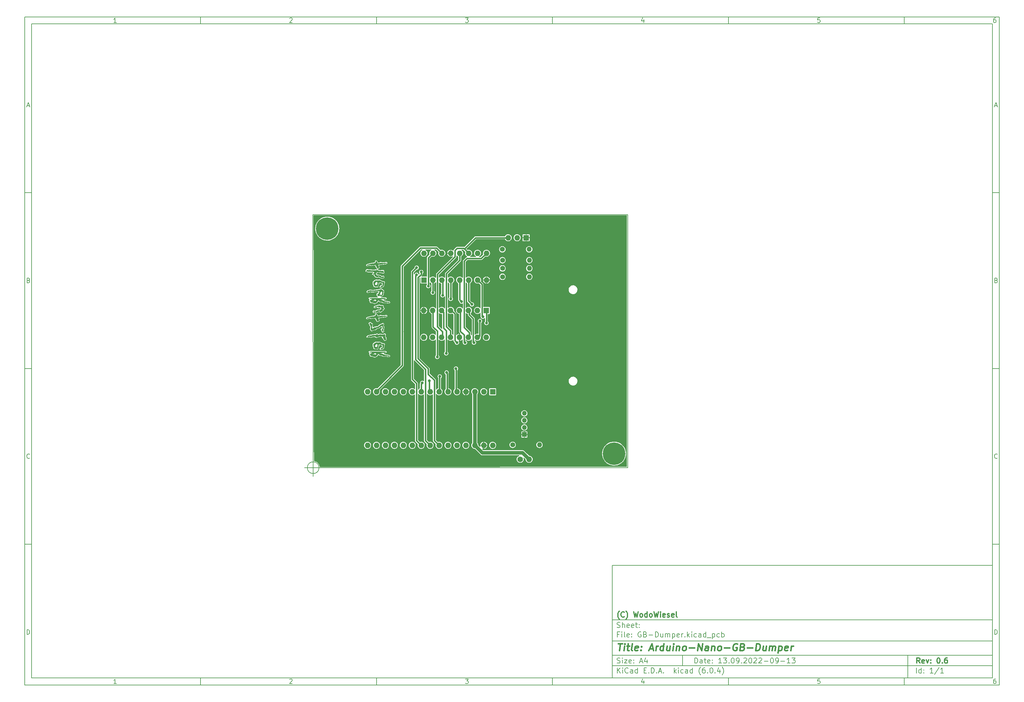
<source format=gbr>
%TF.GenerationSoftware,KiCad,Pcbnew,(6.0.4)*%
%TF.CreationDate,2022-10-03T14:38:53+02:00*%
%TF.ProjectId,GB-Dumper,47422d44-756d-4706-9572-2e6b69636164,0.6*%
%TF.SameCoordinates,PX57bcf00PY83cc3c0*%
%TF.FileFunction,Copper,L2,Bot*%
%TF.FilePolarity,Positive*%
%FSLAX46Y46*%
G04 Gerber Fmt 4.6, Leading zero omitted, Abs format (unit mm)*
G04 Created by KiCad (PCBNEW (6.0.4)) date 2022-10-03 14:38:53*
%MOMM*%
%LPD*%
G01*
G04 APERTURE LIST*
%ADD10C,0.100000*%
%ADD11C,0.150000*%
%ADD12C,0.300000*%
%ADD13C,0.400000*%
%TA.AperFunction,Profile*%
%ADD14C,0.150000*%
%TD*%
%TA.AperFunction,EtchedComponent*%
%ADD15C,0.010000*%
%TD*%
%TA.AperFunction,ComponentPad*%
%ADD16C,1.600000*%
%TD*%
%TA.AperFunction,ComponentPad*%
%ADD17O,1.600000X1.600000*%
%TD*%
%TA.AperFunction,ComponentPad*%
%ADD18R,1.600000X1.600000*%
%TD*%
%TA.AperFunction,ComponentPad*%
%ADD19C,1.400000*%
%TD*%
%TA.AperFunction,ComponentPad*%
%ADD20O,1.400000X1.400000*%
%TD*%
%TA.AperFunction,ComponentPad*%
%ADD21R,1.350000X1.350000*%
%TD*%
%TA.AperFunction,ComponentPad*%
%ADD22O,1.350000X1.350000*%
%TD*%
%TA.AperFunction,ComponentPad*%
%ADD23C,0.800000*%
%TD*%
%TA.AperFunction,ComponentPad*%
%ADD24C,6.400000*%
%TD*%
%TA.AperFunction,ViaPad*%
%ADD25C,0.800000*%
%TD*%
%TA.AperFunction,Conductor*%
%ADD26C,0.400000*%
%TD*%
%TA.AperFunction,Conductor*%
%ADD27C,1.000000*%
%TD*%
G04 APERTURE END LIST*
D10*
D11*
X85002200Y-27807200D02*
X85002200Y-59807200D01*
X193002200Y-59807200D01*
X193002200Y-27807200D01*
X85002200Y-27807200D01*
D10*
D11*
X-82000000Y128200000D02*
X-82000000Y-61807200D01*
X195002200Y-61807200D01*
X195002200Y128200000D01*
X-82000000Y128200000D01*
D10*
D11*
X-80000000Y126200000D02*
X-80000000Y-59807200D01*
X193002200Y-59807200D01*
X193002200Y126200000D01*
X-80000000Y126200000D01*
D10*
D11*
X-32000000Y126200000D02*
X-32000000Y128200000D01*
D10*
D11*
X18000000Y126200000D02*
X18000000Y128200000D01*
D10*
D11*
X68000000Y126200000D02*
X68000000Y128200000D01*
D10*
D11*
X118000000Y126200000D02*
X118000000Y128200000D01*
D10*
D11*
X168000000Y126200000D02*
X168000000Y128200000D01*
D10*
D11*
X-55934524Y126611905D02*
X-56677381Y126611905D01*
X-56305953Y126611905D02*
X-56305953Y127911905D01*
X-56429762Y127726191D01*
X-56553572Y127602381D01*
X-56677381Y127540477D01*
D10*
D11*
X-6677381Y127788096D02*
X-6615477Y127850000D01*
X-6491667Y127911905D01*
X-6182143Y127911905D01*
X-6058334Y127850000D01*
X-5996429Y127788096D01*
X-5934524Y127664286D01*
X-5934524Y127540477D01*
X-5996429Y127354762D01*
X-6739286Y126611905D01*
X-5934524Y126611905D01*
D10*
D11*
X43260714Y127911905D02*
X44065476Y127911905D01*
X43632142Y127416667D01*
X43817857Y127416667D01*
X43941666Y127354762D01*
X44003571Y127292858D01*
X44065476Y127169048D01*
X44065476Y126859524D01*
X44003571Y126735715D01*
X43941666Y126673810D01*
X43817857Y126611905D01*
X43446428Y126611905D01*
X43322619Y126673810D01*
X43260714Y126735715D01*
D10*
D11*
X93941666Y127478572D02*
X93941666Y126611905D01*
X93632142Y127973810D02*
X93322619Y127045239D01*
X94127380Y127045239D01*
D10*
D11*
X144003571Y127911905D02*
X143384523Y127911905D01*
X143322619Y127292858D01*
X143384523Y127354762D01*
X143508333Y127416667D01*
X143817857Y127416667D01*
X143941666Y127354762D01*
X144003571Y127292858D01*
X144065476Y127169048D01*
X144065476Y126859524D01*
X144003571Y126735715D01*
X143941666Y126673810D01*
X143817857Y126611905D01*
X143508333Y126611905D01*
X143384523Y126673810D01*
X143322619Y126735715D01*
D10*
D11*
X193941666Y127911905D02*
X193694047Y127911905D01*
X193570238Y127850000D01*
X193508333Y127788096D01*
X193384523Y127602381D01*
X193322619Y127354762D01*
X193322619Y126859524D01*
X193384523Y126735715D01*
X193446428Y126673810D01*
X193570238Y126611905D01*
X193817857Y126611905D01*
X193941666Y126673810D01*
X194003571Y126735715D01*
X194065476Y126859524D01*
X194065476Y127169048D01*
X194003571Y127292858D01*
X193941666Y127354762D01*
X193817857Y127416667D01*
X193570238Y127416667D01*
X193446428Y127354762D01*
X193384523Y127292858D01*
X193322619Y127169048D01*
D10*
D11*
X-32000000Y-59807200D02*
X-32000000Y-61807200D01*
D10*
D11*
X18000000Y-59807200D02*
X18000000Y-61807200D01*
D10*
D11*
X68000000Y-59807200D02*
X68000000Y-61807200D01*
D10*
D11*
X118000000Y-59807200D02*
X118000000Y-61807200D01*
D10*
D11*
X168000000Y-59807200D02*
X168000000Y-61807200D01*
D10*
D11*
X-55934524Y-61395295D02*
X-56677381Y-61395295D01*
X-56305953Y-61395295D02*
X-56305953Y-60095295D01*
X-56429762Y-60281009D01*
X-56553572Y-60404819D01*
X-56677381Y-60466723D01*
D10*
D11*
X-6677381Y-60219104D02*
X-6615477Y-60157200D01*
X-6491667Y-60095295D01*
X-6182143Y-60095295D01*
X-6058334Y-60157200D01*
X-5996429Y-60219104D01*
X-5934524Y-60342914D01*
X-5934524Y-60466723D01*
X-5996429Y-60652438D01*
X-6739286Y-61395295D01*
X-5934524Y-61395295D01*
D10*
D11*
X43260714Y-60095295D02*
X44065476Y-60095295D01*
X43632142Y-60590533D01*
X43817857Y-60590533D01*
X43941666Y-60652438D01*
X44003571Y-60714342D01*
X44065476Y-60838152D01*
X44065476Y-61147676D01*
X44003571Y-61271485D01*
X43941666Y-61333390D01*
X43817857Y-61395295D01*
X43446428Y-61395295D01*
X43322619Y-61333390D01*
X43260714Y-61271485D01*
D10*
D11*
X93941666Y-60528628D02*
X93941666Y-61395295D01*
X93632142Y-60033390D02*
X93322619Y-60961961D01*
X94127380Y-60961961D01*
D10*
D11*
X144003571Y-60095295D02*
X143384523Y-60095295D01*
X143322619Y-60714342D01*
X143384523Y-60652438D01*
X143508333Y-60590533D01*
X143817857Y-60590533D01*
X143941666Y-60652438D01*
X144003571Y-60714342D01*
X144065476Y-60838152D01*
X144065476Y-61147676D01*
X144003571Y-61271485D01*
X143941666Y-61333390D01*
X143817857Y-61395295D01*
X143508333Y-61395295D01*
X143384523Y-61333390D01*
X143322619Y-61271485D01*
D10*
D11*
X193941666Y-60095295D02*
X193694047Y-60095295D01*
X193570238Y-60157200D01*
X193508333Y-60219104D01*
X193384523Y-60404819D01*
X193322619Y-60652438D01*
X193322619Y-61147676D01*
X193384523Y-61271485D01*
X193446428Y-61333390D01*
X193570238Y-61395295D01*
X193817857Y-61395295D01*
X193941666Y-61333390D01*
X194003571Y-61271485D01*
X194065476Y-61147676D01*
X194065476Y-60838152D01*
X194003571Y-60714342D01*
X193941666Y-60652438D01*
X193817857Y-60590533D01*
X193570238Y-60590533D01*
X193446428Y-60652438D01*
X193384523Y-60714342D01*
X193322619Y-60838152D01*
D10*
D11*
X-82000000Y78200000D02*
X-80000000Y78200000D01*
D10*
D11*
X-82000000Y28200000D02*
X-80000000Y28200000D01*
D10*
D11*
X-82000000Y-21800000D02*
X-80000000Y-21800000D01*
D10*
D11*
X-81309524Y102983334D02*
X-80690477Y102983334D01*
X-81433334Y102611905D02*
X-81000000Y103911905D01*
X-80566667Y102611905D01*
D10*
D11*
X-80907143Y53292858D02*
X-80721429Y53230953D01*
X-80659524Y53169048D01*
X-80597620Y53045239D01*
X-80597620Y52859524D01*
X-80659524Y52735715D01*
X-80721429Y52673810D01*
X-80845239Y52611905D01*
X-81340477Y52611905D01*
X-81340477Y53911905D01*
X-80907143Y53911905D01*
X-80783334Y53850000D01*
X-80721429Y53788096D01*
X-80659524Y53664286D01*
X-80659524Y53540477D01*
X-80721429Y53416667D01*
X-80783334Y53354762D01*
X-80907143Y53292858D01*
X-81340477Y53292858D01*
D10*
D11*
X-80597620Y2735715D02*
X-80659524Y2673810D01*
X-80845239Y2611905D01*
X-80969048Y2611905D01*
X-81154762Y2673810D01*
X-81278572Y2797620D01*
X-81340477Y2921429D01*
X-81402381Y3169048D01*
X-81402381Y3354762D01*
X-81340477Y3602381D01*
X-81278572Y3726191D01*
X-81154762Y3850000D01*
X-80969048Y3911905D01*
X-80845239Y3911905D01*
X-80659524Y3850000D01*
X-80597620Y3788096D01*
D10*
D11*
X-81340477Y-47388095D02*
X-81340477Y-46088095D01*
X-81030953Y-46088095D01*
X-80845239Y-46150000D01*
X-80721429Y-46273809D01*
X-80659524Y-46397619D01*
X-80597620Y-46645238D01*
X-80597620Y-46830952D01*
X-80659524Y-47078571D01*
X-80721429Y-47202380D01*
X-80845239Y-47326190D01*
X-81030953Y-47388095D01*
X-81340477Y-47388095D01*
D10*
D11*
X195002200Y78200000D02*
X193002200Y78200000D01*
D10*
D11*
X195002200Y28200000D02*
X193002200Y28200000D01*
D10*
D11*
X195002200Y-21800000D02*
X193002200Y-21800000D01*
D10*
D11*
X193692676Y102983334D02*
X194311723Y102983334D01*
X193568866Y102611905D02*
X194002200Y103911905D01*
X194435533Y102611905D01*
D10*
D11*
X194095057Y53292858D02*
X194280771Y53230953D01*
X194342676Y53169048D01*
X194404580Y53045239D01*
X194404580Y52859524D01*
X194342676Y52735715D01*
X194280771Y52673810D01*
X194156961Y52611905D01*
X193661723Y52611905D01*
X193661723Y53911905D01*
X194095057Y53911905D01*
X194218866Y53850000D01*
X194280771Y53788096D01*
X194342676Y53664286D01*
X194342676Y53540477D01*
X194280771Y53416667D01*
X194218866Y53354762D01*
X194095057Y53292858D01*
X193661723Y53292858D01*
D10*
D11*
X194404580Y2735715D02*
X194342676Y2673810D01*
X194156961Y2611905D01*
X194033152Y2611905D01*
X193847438Y2673810D01*
X193723628Y2797620D01*
X193661723Y2921429D01*
X193599819Y3169048D01*
X193599819Y3354762D01*
X193661723Y3602381D01*
X193723628Y3726191D01*
X193847438Y3850000D01*
X194033152Y3911905D01*
X194156961Y3911905D01*
X194342676Y3850000D01*
X194404580Y3788096D01*
D10*
D11*
X193661723Y-47388095D02*
X193661723Y-46088095D01*
X193971247Y-46088095D01*
X194156961Y-46150000D01*
X194280771Y-46273809D01*
X194342676Y-46397619D01*
X194404580Y-46645238D01*
X194404580Y-46830952D01*
X194342676Y-47078571D01*
X194280771Y-47202380D01*
X194156961Y-47326190D01*
X193971247Y-47388095D01*
X193661723Y-47388095D01*
D10*
D11*
X108434342Y-55585771D02*
X108434342Y-54085771D01*
X108791485Y-54085771D01*
X109005771Y-54157200D01*
X109148628Y-54300057D01*
X109220057Y-54442914D01*
X109291485Y-54728628D01*
X109291485Y-54942914D01*
X109220057Y-55228628D01*
X109148628Y-55371485D01*
X109005771Y-55514342D01*
X108791485Y-55585771D01*
X108434342Y-55585771D01*
X110577200Y-55585771D02*
X110577200Y-54800057D01*
X110505771Y-54657200D01*
X110362914Y-54585771D01*
X110077200Y-54585771D01*
X109934342Y-54657200D01*
X110577200Y-55514342D02*
X110434342Y-55585771D01*
X110077200Y-55585771D01*
X109934342Y-55514342D01*
X109862914Y-55371485D01*
X109862914Y-55228628D01*
X109934342Y-55085771D01*
X110077200Y-55014342D01*
X110434342Y-55014342D01*
X110577200Y-54942914D01*
X111077200Y-54585771D02*
X111648628Y-54585771D01*
X111291485Y-54085771D02*
X111291485Y-55371485D01*
X111362914Y-55514342D01*
X111505771Y-55585771D01*
X111648628Y-55585771D01*
X112720057Y-55514342D02*
X112577200Y-55585771D01*
X112291485Y-55585771D01*
X112148628Y-55514342D01*
X112077200Y-55371485D01*
X112077200Y-54800057D01*
X112148628Y-54657200D01*
X112291485Y-54585771D01*
X112577200Y-54585771D01*
X112720057Y-54657200D01*
X112791485Y-54800057D01*
X112791485Y-54942914D01*
X112077200Y-55085771D01*
X113434342Y-55442914D02*
X113505771Y-55514342D01*
X113434342Y-55585771D01*
X113362914Y-55514342D01*
X113434342Y-55442914D01*
X113434342Y-55585771D01*
X113434342Y-54657200D02*
X113505771Y-54728628D01*
X113434342Y-54800057D01*
X113362914Y-54728628D01*
X113434342Y-54657200D01*
X113434342Y-54800057D01*
X116077200Y-55585771D02*
X115220057Y-55585771D01*
X115648628Y-55585771D02*
X115648628Y-54085771D01*
X115505771Y-54300057D01*
X115362914Y-54442914D01*
X115220057Y-54514342D01*
X116577200Y-54085771D02*
X117505771Y-54085771D01*
X117005771Y-54657200D01*
X117220057Y-54657200D01*
X117362914Y-54728628D01*
X117434342Y-54800057D01*
X117505771Y-54942914D01*
X117505771Y-55300057D01*
X117434342Y-55442914D01*
X117362914Y-55514342D01*
X117220057Y-55585771D01*
X116791485Y-55585771D01*
X116648628Y-55514342D01*
X116577200Y-55442914D01*
X118148628Y-55442914D02*
X118220057Y-55514342D01*
X118148628Y-55585771D01*
X118077200Y-55514342D01*
X118148628Y-55442914D01*
X118148628Y-55585771D01*
X119148628Y-54085771D02*
X119291485Y-54085771D01*
X119434342Y-54157200D01*
X119505771Y-54228628D01*
X119577200Y-54371485D01*
X119648628Y-54657200D01*
X119648628Y-55014342D01*
X119577200Y-55300057D01*
X119505771Y-55442914D01*
X119434342Y-55514342D01*
X119291485Y-55585771D01*
X119148628Y-55585771D01*
X119005771Y-55514342D01*
X118934342Y-55442914D01*
X118862914Y-55300057D01*
X118791485Y-55014342D01*
X118791485Y-54657200D01*
X118862914Y-54371485D01*
X118934342Y-54228628D01*
X119005771Y-54157200D01*
X119148628Y-54085771D01*
X120362914Y-55585771D02*
X120648628Y-55585771D01*
X120791485Y-55514342D01*
X120862914Y-55442914D01*
X121005771Y-55228628D01*
X121077200Y-54942914D01*
X121077200Y-54371485D01*
X121005771Y-54228628D01*
X120934342Y-54157200D01*
X120791485Y-54085771D01*
X120505771Y-54085771D01*
X120362914Y-54157200D01*
X120291485Y-54228628D01*
X120220057Y-54371485D01*
X120220057Y-54728628D01*
X120291485Y-54871485D01*
X120362914Y-54942914D01*
X120505771Y-55014342D01*
X120791485Y-55014342D01*
X120934342Y-54942914D01*
X121005771Y-54871485D01*
X121077200Y-54728628D01*
X121720057Y-55442914D02*
X121791485Y-55514342D01*
X121720057Y-55585771D01*
X121648628Y-55514342D01*
X121720057Y-55442914D01*
X121720057Y-55585771D01*
X122362914Y-54228628D02*
X122434342Y-54157200D01*
X122577200Y-54085771D01*
X122934342Y-54085771D01*
X123077200Y-54157200D01*
X123148628Y-54228628D01*
X123220057Y-54371485D01*
X123220057Y-54514342D01*
X123148628Y-54728628D01*
X122291485Y-55585771D01*
X123220057Y-55585771D01*
X124148628Y-54085771D02*
X124291485Y-54085771D01*
X124434342Y-54157200D01*
X124505771Y-54228628D01*
X124577200Y-54371485D01*
X124648628Y-54657200D01*
X124648628Y-55014342D01*
X124577200Y-55300057D01*
X124505771Y-55442914D01*
X124434342Y-55514342D01*
X124291485Y-55585771D01*
X124148628Y-55585771D01*
X124005771Y-55514342D01*
X123934342Y-55442914D01*
X123862914Y-55300057D01*
X123791485Y-55014342D01*
X123791485Y-54657200D01*
X123862914Y-54371485D01*
X123934342Y-54228628D01*
X124005771Y-54157200D01*
X124148628Y-54085771D01*
X125220057Y-54228628D02*
X125291485Y-54157200D01*
X125434342Y-54085771D01*
X125791485Y-54085771D01*
X125934342Y-54157200D01*
X126005771Y-54228628D01*
X126077200Y-54371485D01*
X126077200Y-54514342D01*
X126005771Y-54728628D01*
X125148628Y-55585771D01*
X126077200Y-55585771D01*
X126648628Y-54228628D02*
X126720057Y-54157200D01*
X126862914Y-54085771D01*
X127220057Y-54085771D01*
X127362914Y-54157200D01*
X127434342Y-54228628D01*
X127505771Y-54371485D01*
X127505771Y-54514342D01*
X127434342Y-54728628D01*
X126577200Y-55585771D01*
X127505771Y-55585771D01*
X128148628Y-55014342D02*
X129291485Y-55014342D01*
X130291485Y-54085771D02*
X130434342Y-54085771D01*
X130577200Y-54157200D01*
X130648628Y-54228628D01*
X130720057Y-54371485D01*
X130791485Y-54657200D01*
X130791485Y-55014342D01*
X130720057Y-55300057D01*
X130648628Y-55442914D01*
X130577200Y-55514342D01*
X130434342Y-55585771D01*
X130291485Y-55585771D01*
X130148628Y-55514342D01*
X130077200Y-55442914D01*
X130005771Y-55300057D01*
X129934342Y-55014342D01*
X129934342Y-54657200D01*
X130005771Y-54371485D01*
X130077200Y-54228628D01*
X130148628Y-54157200D01*
X130291485Y-54085771D01*
X131505771Y-55585771D02*
X131791485Y-55585771D01*
X131934342Y-55514342D01*
X132005771Y-55442914D01*
X132148628Y-55228628D01*
X132220057Y-54942914D01*
X132220057Y-54371485D01*
X132148628Y-54228628D01*
X132077200Y-54157200D01*
X131934342Y-54085771D01*
X131648628Y-54085771D01*
X131505771Y-54157200D01*
X131434342Y-54228628D01*
X131362914Y-54371485D01*
X131362914Y-54728628D01*
X131434342Y-54871485D01*
X131505771Y-54942914D01*
X131648628Y-55014342D01*
X131934342Y-55014342D01*
X132077200Y-54942914D01*
X132148628Y-54871485D01*
X132220057Y-54728628D01*
X132862914Y-55014342D02*
X134005771Y-55014342D01*
X135505771Y-55585771D02*
X134648628Y-55585771D01*
X135077200Y-55585771D02*
X135077200Y-54085771D01*
X134934342Y-54300057D01*
X134791485Y-54442914D01*
X134648628Y-54514342D01*
X136005771Y-54085771D02*
X136934342Y-54085771D01*
X136434342Y-54657200D01*
X136648628Y-54657200D01*
X136791485Y-54728628D01*
X136862914Y-54800057D01*
X136934342Y-54942914D01*
X136934342Y-55300057D01*
X136862914Y-55442914D01*
X136791485Y-55514342D01*
X136648628Y-55585771D01*
X136220057Y-55585771D01*
X136077200Y-55514342D01*
X136005771Y-55442914D01*
D10*
D11*
X85002200Y-56307200D02*
X193002200Y-56307200D01*
D10*
D11*
X86434342Y-58385771D02*
X86434342Y-56885771D01*
X87291485Y-58385771D02*
X86648628Y-57528628D01*
X87291485Y-56885771D02*
X86434342Y-57742914D01*
X87934342Y-58385771D02*
X87934342Y-57385771D01*
X87934342Y-56885771D02*
X87862914Y-56957200D01*
X87934342Y-57028628D01*
X88005771Y-56957200D01*
X87934342Y-56885771D01*
X87934342Y-57028628D01*
X89505771Y-58242914D02*
X89434342Y-58314342D01*
X89220057Y-58385771D01*
X89077200Y-58385771D01*
X88862914Y-58314342D01*
X88720057Y-58171485D01*
X88648628Y-58028628D01*
X88577200Y-57742914D01*
X88577200Y-57528628D01*
X88648628Y-57242914D01*
X88720057Y-57100057D01*
X88862914Y-56957200D01*
X89077200Y-56885771D01*
X89220057Y-56885771D01*
X89434342Y-56957200D01*
X89505771Y-57028628D01*
X90791485Y-58385771D02*
X90791485Y-57600057D01*
X90720057Y-57457200D01*
X90577200Y-57385771D01*
X90291485Y-57385771D01*
X90148628Y-57457200D01*
X90791485Y-58314342D02*
X90648628Y-58385771D01*
X90291485Y-58385771D01*
X90148628Y-58314342D01*
X90077200Y-58171485D01*
X90077200Y-58028628D01*
X90148628Y-57885771D01*
X90291485Y-57814342D01*
X90648628Y-57814342D01*
X90791485Y-57742914D01*
X92148628Y-58385771D02*
X92148628Y-56885771D01*
X92148628Y-58314342D02*
X92005771Y-58385771D01*
X91720057Y-58385771D01*
X91577200Y-58314342D01*
X91505771Y-58242914D01*
X91434342Y-58100057D01*
X91434342Y-57671485D01*
X91505771Y-57528628D01*
X91577200Y-57457200D01*
X91720057Y-57385771D01*
X92005771Y-57385771D01*
X92148628Y-57457200D01*
X94005771Y-57600057D02*
X94505771Y-57600057D01*
X94720057Y-58385771D02*
X94005771Y-58385771D01*
X94005771Y-56885771D01*
X94720057Y-56885771D01*
X95362914Y-58242914D02*
X95434342Y-58314342D01*
X95362914Y-58385771D01*
X95291485Y-58314342D01*
X95362914Y-58242914D01*
X95362914Y-58385771D01*
X96077200Y-58385771D02*
X96077200Y-56885771D01*
X96434342Y-56885771D01*
X96648628Y-56957200D01*
X96791485Y-57100057D01*
X96862914Y-57242914D01*
X96934342Y-57528628D01*
X96934342Y-57742914D01*
X96862914Y-58028628D01*
X96791485Y-58171485D01*
X96648628Y-58314342D01*
X96434342Y-58385771D01*
X96077200Y-58385771D01*
X97577200Y-58242914D02*
X97648628Y-58314342D01*
X97577200Y-58385771D01*
X97505771Y-58314342D01*
X97577200Y-58242914D01*
X97577200Y-58385771D01*
X98220057Y-57957200D02*
X98934342Y-57957200D01*
X98077200Y-58385771D02*
X98577200Y-56885771D01*
X99077200Y-58385771D01*
X99577200Y-58242914D02*
X99648628Y-58314342D01*
X99577200Y-58385771D01*
X99505771Y-58314342D01*
X99577200Y-58242914D01*
X99577200Y-58385771D01*
X102577200Y-58385771D02*
X102577200Y-56885771D01*
X102720057Y-57814342D02*
X103148628Y-58385771D01*
X103148628Y-57385771D02*
X102577200Y-57957200D01*
X103791485Y-58385771D02*
X103791485Y-57385771D01*
X103791485Y-56885771D02*
X103720057Y-56957200D01*
X103791485Y-57028628D01*
X103862914Y-56957200D01*
X103791485Y-56885771D01*
X103791485Y-57028628D01*
X105148628Y-58314342D02*
X105005771Y-58385771D01*
X104720057Y-58385771D01*
X104577200Y-58314342D01*
X104505771Y-58242914D01*
X104434342Y-58100057D01*
X104434342Y-57671485D01*
X104505771Y-57528628D01*
X104577200Y-57457200D01*
X104720057Y-57385771D01*
X105005771Y-57385771D01*
X105148628Y-57457200D01*
X106434342Y-58385771D02*
X106434342Y-57600057D01*
X106362914Y-57457200D01*
X106220057Y-57385771D01*
X105934342Y-57385771D01*
X105791485Y-57457200D01*
X106434342Y-58314342D02*
X106291485Y-58385771D01*
X105934342Y-58385771D01*
X105791485Y-58314342D01*
X105720057Y-58171485D01*
X105720057Y-58028628D01*
X105791485Y-57885771D01*
X105934342Y-57814342D01*
X106291485Y-57814342D01*
X106434342Y-57742914D01*
X107791485Y-58385771D02*
X107791485Y-56885771D01*
X107791485Y-58314342D02*
X107648628Y-58385771D01*
X107362914Y-58385771D01*
X107220057Y-58314342D01*
X107148628Y-58242914D01*
X107077200Y-58100057D01*
X107077200Y-57671485D01*
X107148628Y-57528628D01*
X107220057Y-57457200D01*
X107362914Y-57385771D01*
X107648628Y-57385771D01*
X107791485Y-57457200D01*
X110077200Y-58957200D02*
X110005771Y-58885771D01*
X109862914Y-58671485D01*
X109791485Y-58528628D01*
X109720057Y-58314342D01*
X109648628Y-57957200D01*
X109648628Y-57671485D01*
X109720057Y-57314342D01*
X109791485Y-57100057D01*
X109862914Y-56957200D01*
X110005771Y-56742914D01*
X110077200Y-56671485D01*
X111291485Y-56885771D02*
X111005771Y-56885771D01*
X110862914Y-56957200D01*
X110791485Y-57028628D01*
X110648628Y-57242914D01*
X110577200Y-57528628D01*
X110577200Y-58100057D01*
X110648628Y-58242914D01*
X110720057Y-58314342D01*
X110862914Y-58385771D01*
X111148628Y-58385771D01*
X111291485Y-58314342D01*
X111362914Y-58242914D01*
X111434342Y-58100057D01*
X111434342Y-57742914D01*
X111362914Y-57600057D01*
X111291485Y-57528628D01*
X111148628Y-57457200D01*
X110862914Y-57457200D01*
X110720057Y-57528628D01*
X110648628Y-57600057D01*
X110577200Y-57742914D01*
X112077200Y-58242914D02*
X112148628Y-58314342D01*
X112077200Y-58385771D01*
X112005771Y-58314342D01*
X112077200Y-58242914D01*
X112077200Y-58385771D01*
X113077200Y-56885771D02*
X113220057Y-56885771D01*
X113362914Y-56957200D01*
X113434342Y-57028628D01*
X113505771Y-57171485D01*
X113577200Y-57457200D01*
X113577200Y-57814342D01*
X113505771Y-58100057D01*
X113434342Y-58242914D01*
X113362914Y-58314342D01*
X113220057Y-58385771D01*
X113077200Y-58385771D01*
X112934342Y-58314342D01*
X112862914Y-58242914D01*
X112791485Y-58100057D01*
X112720057Y-57814342D01*
X112720057Y-57457200D01*
X112791485Y-57171485D01*
X112862914Y-57028628D01*
X112934342Y-56957200D01*
X113077200Y-56885771D01*
X114220057Y-58242914D02*
X114291485Y-58314342D01*
X114220057Y-58385771D01*
X114148628Y-58314342D01*
X114220057Y-58242914D01*
X114220057Y-58385771D01*
X115577200Y-57385771D02*
X115577200Y-58385771D01*
X115220057Y-56814342D02*
X114862914Y-57885771D01*
X115791485Y-57885771D01*
X116220057Y-58957200D02*
X116291485Y-58885771D01*
X116434342Y-58671485D01*
X116505771Y-58528628D01*
X116577200Y-58314342D01*
X116648628Y-57957200D01*
X116648628Y-57671485D01*
X116577200Y-57314342D01*
X116505771Y-57100057D01*
X116434342Y-56957200D01*
X116291485Y-56742914D01*
X116220057Y-56671485D01*
D10*
D11*
X85002200Y-53307200D02*
X193002200Y-53307200D01*
D10*
D12*
X172411485Y-55585771D02*
X171911485Y-54871485D01*
X171554342Y-55585771D02*
X171554342Y-54085771D01*
X172125771Y-54085771D01*
X172268628Y-54157200D01*
X172340057Y-54228628D01*
X172411485Y-54371485D01*
X172411485Y-54585771D01*
X172340057Y-54728628D01*
X172268628Y-54800057D01*
X172125771Y-54871485D01*
X171554342Y-54871485D01*
X173625771Y-55514342D02*
X173482914Y-55585771D01*
X173197200Y-55585771D01*
X173054342Y-55514342D01*
X172982914Y-55371485D01*
X172982914Y-54800057D01*
X173054342Y-54657200D01*
X173197200Y-54585771D01*
X173482914Y-54585771D01*
X173625771Y-54657200D01*
X173697200Y-54800057D01*
X173697200Y-54942914D01*
X172982914Y-55085771D01*
X174197200Y-54585771D02*
X174554342Y-55585771D01*
X174911485Y-54585771D01*
X175482914Y-55442914D02*
X175554342Y-55514342D01*
X175482914Y-55585771D01*
X175411485Y-55514342D01*
X175482914Y-55442914D01*
X175482914Y-55585771D01*
X175482914Y-54657200D02*
X175554342Y-54728628D01*
X175482914Y-54800057D01*
X175411485Y-54728628D01*
X175482914Y-54657200D01*
X175482914Y-54800057D01*
X177625771Y-54085771D02*
X177768628Y-54085771D01*
X177911485Y-54157200D01*
X177982914Y-54228628D01*
X178054342Y-54371485D01*
X178125771Y-54657200D01*
X178125771Y-55014342D01*
X178054342Y-55300057D01*
X177982914Y-55442914D01*
X177911485Y-55514342D01*
X177768628Y-55585771D01*
X177625771Y-55585771D01*
X177482914Y-55514342D01*
X177411485Y-55442914D01*
X177340057Y-55300057D01*
X177268628Y-55014342D01*
X177268628Y-54657200D01*
X177340057Y-54371485D01*
X177411485Y-54228628D01*
X177482914Y-54157200D01*
X177625771Y-54085771D01*
X178768628Y-55442914D02*
X178840057Y-55514342D01*
X178768628Y-55585771D01*
X178697200Y-55514342D01*
X178768628Y-55442914D01*
X178768628Y-55585771D01*
X180125771Y-54085771D02*
X179840057Y-54085771D01*
X179697200Y-54157200D01*
X179625771Y-54228628D01*
X179482914Y-54442914D01*
X179411485Y-54728628D01*
X179411485Y-55300057D01*
X179482914Y-55442914D01*
X179554342Y-55514342D01*
X179697200Y-55585771D01*
X179982914Y-55585771D01*
X180125771Y-55514342D01*
X180197200Y-55442914D01*
X180268628Y-55300057D01*
X180268628Y-54942914D01*
X180197200Y-54800057D01*
X180125771Y-54728628D01*
X179982914Y-54657200D01*
X179697200Y-54657200D01*
X179554342Y-54728628D01*
X179482914Y-54800057D01*
X179411485Y-54942914D01*
D10*
D11*
X86362914Y-55514342D02*
X86577200Y-55585771D01*
X86934342Y-55585771D01*
X87077200Y-55514342D01*
X87148628Y-55442914D01*
X87220057Y-55300057D01*
X87220057Y-55157200D01*
X87148628Y-55014342D01*
X87077200Y-54942914D01*
X86934342Y-54871485D01*
X86648628Y-54800057D01*
X86505771Y-54728628D01*
X86434342Y-54657200D01*
X86362914Y-54514342D01*
X86362914Y-54371485D01*
X86434342Y-54228628D01*
X86505771Y-54157200D01*
X86648628Y-54085771D01*
X87005771Y-54085771D01*
X87220057Y-54157200D01*
X87862914Y-55585771D02*
X87862914Y-54585771D01*
X87862914Y-54085771D02*
X87791485Y-54157200D01*
X87862914Y-54228628D01*
X87934342Y-54157200D01*
X87862914Y-54085771D01*
X87862914Y-54228628D01*
X88434342Y-54585771D02*
X89220057Y-54585771D01*
X88434342Y-55585771D01*
X89220057Y-55585771D01*
X90362914Y-55514342D02*
X90220057Y-55585771D01*
X89934342Y-55585771D01*
X89791485Y-55514342D01*
X89720057Y-55371485D01*
X89720057Y-54800057D01*
X89791485Y-54657200D01*
X89934342Y-54585771D01*
X90220057Y-54585771D01*
X90362914Y-54657200D01*
X90434342Y-54800057D01*
X90434342Y-54942914D01*
X89720057Y-55085771D01*
X91077200Y-55442914D02*
X91148628Y-55514342D01*
X91077200Y-55585771D01*
X91005771Y-55514342D01*
X91077200Y-55442914D01*
X91077200Y-55585771D01*
X91077200Y-54657200D02*
X91148628Y-54728628D01*
X91077200Y-54800057D01*
X91005771Y-54728628D01*
X91077200Y-54657200D01*
X91077200Y-54800057D01*
X92862914Y-55157200D02*
X93577200Y-55157200D01*
X92720057Y-55585771D02*
X93220057Y-54085771D01*
X93720057Y-55585771D01*
X94862914Y-54585771D02*
X94862914Y-55585771D01*
X94505771Y-54014342D02*
X94148628Y-55085771D01*
X95077200Y-55085771D01*
D10*
D11*
X171434342Y-58385771D02*
X171434342Y-56885771D01*
X172791485Y-58385771D02*
X172791485Y-56885771D01*
X172791485Y-58314342D02*
X172648628Y-58385771D01*
X172362914Y-58385771D01*
X172220057Y-58314342D01*
X172148628Y-58242914D01*
X172077200Y-58100057D01*
X172077200Y-57671485D01*
X172148628Y-57528628D01*
X172220057Y-57457200D01*
X172362914Y-57385771D01*
X172648628Y-57385771D01*
X172791485Y-57457200D01*
X173505771Y-58242914D02*
X173577200Y-58314342D01*
X173505771Y-58385771D01*
X173434342Y-58314342D01*
X173505771Y-58242914D01*
X173505771Y-58385771D01*
X173505771Y-57457200D02*
X173577200Y-57528628D01*
X173505771Y-57600057D01*
X173434342Y-57528628D01*
X173505771Y-57457200D01*
X173505771Y-57600057D01*
X176148628Y-58385771D02*
X175291485Y-58385771D01*
X175720057Y-58385771D02*
X175720057Y-56885771D01*
X175577200Y-57100057D01*
X175434342Y-57242914D01*
X175291485Y-57314342D01*
X177862914Y-56814342D02*
X176577200Y-58742914D01*
X179148628Y-58385771D02*
X178291485Y-58385771D01*
X178720057Y-58385771D02*
X178720057Y-56885771D01*
X178577200Y-57100057D01*
X178434342Y-57242914D01*
X178291485Y-57314342D01*
D10*
D11*
X85002200Y-49307200D02*
X193002200Y-49307200D01*
D10*
D13*
X86714580Y-50011961D02*
X87857438Y-50011961D01*
X87036009Y-52011961D02*
X87286009Y-50011961D01*
X88274104Y-52011961D02*
X88440771Y-50678628D01*
X88524104Y-50011961D02*
X88416961Y-50107200D01*
X88500295Y-50202438D01*
X88607438Y-50107200D01*
X88524104Y-50011961D01*
X88500295Y-50202438D01*
X89107438Y-50678628D02*
X89869342Y-50678628D01*
X89476485Y-50011961D02*
X89262200Y-51726247D01*
X89333628Y-51916723D01*
X89512200Y-52011961D01*
X89702676Y-52011961D01*
X90655057Y-52011961D02*
X90476485Y-51916723D01*
X90405057Y-51726247D01*
X90619342Y-50011961D01*
X92190771Y-51916723D02*
X91988390Y-52011961D01*
X91607438Y-52011961D01*
X91428866Y-51916723D01*
X91357438Y-51726247D01*
X91452676Y-50964342D01*
X91571723Y-50773866D01*
X91774104Y-50678628D01*
X92155057Y-50678628D01*
X92333628Y-50773866D01*
X92405057Y-50964342D01*
X92381247Y-51154819D01*
X91405057Y-51345295D01*
X93155057Y-51821485D02*
X93238390Y-51916723D01*
X93131247Y-52011961D01*
X93047914Y-51916723D01*
X93155057Y-51821485D01*
X93131247Y-52011961D01*
X93286009Y-50773866D02*
X93369342Y-50869104D01*
X93262200Y-50964342D01*
X93178866Y-50869104D01*
X93286009Y-50773866D01*
X93262200Y-50964342D01*
X95583628Y-51440533D02*
X96536009Y-51440533D01*
X95321723Y-52011961D02*
X96238390Y-50011961D01*
X96655057Y-52011961D01*
X97321723Y-52011961D02*
X97488390Y-50678628D01*
X97440771Y-51059580D02*
X97559819Y-50869104D01*
X97666961Y-50773866D01*
X97869342Y-50678628D01*
X98059819Y-50678628D01*
X99416961Y-52011961D02*
X99666961Y-50011961D01*
X99428866Y-51916723D02*
X99226485Y-52011961D01*
X98845533Y-52011961D01*
X98666961Y-51916723D01*
X98583628Y-51821485D01*
X98512200Y-51631009D01*
X98583628Y-51059580D01*
X98702676Y-50869104D01*
X98809819Y-50773866D01*
X99012200Y-50678628D01*
X99393152Y-50678628D01*
X99571723Y-50773866D01*
X101393152Y-50678628D02*
X101226485Y-52011961D01*
X100536009Y-50678628D02*
X100405057Y-51726247D01*
X100476485Y-51916723D01*
X100655057Y-52011961D01*
X100940771Y-52011961D01*
X101143152Y-51916723D01*
X101250295Y-51821485D01*
X102178866Y-52011961D02*
X102345533Y-50678628D01*
X102428866Y-50011961D02*
X102321723Y-50107200D01*
X102405057Y-50202438D01*
X102512200Y-50107200D01*
X102428866Y-50011961D01*
X102405057Y-50202438D01*
X103297914Y-50678628D02*
X103131247Y-52011961D01*
X103274104Y-50869104D02*
X103381247Y-50773866D01*
X103583628Y-50678628D01*
X103869342Y-50678628D01*
X104047914Y-50773866D01*
X104119342Y-50964342D01*
X103988390Y-52011961D01*
X105226485Y-52011961D02*
X105047914Y-51916723D01*
X104964580Y-51821485D01*
X104893152Y-51631009D01*
X104964580Y-51059580D01*
X105083628Y-50869104D01*
X105190771Y-50773866D01*
X105393152Y-50678628D01*
X105678866Y-50678628D01*
X105857438Y-50773866D01*
X105940771Y-50869104D01*
X106012200Y-51059580D01*
X105940771Y-51631009D01*
X105821723Y-51821485D01*
X105714580Y-51916723D01*
X105512200Y-52011961D01*
X105226485Y-52011961D01*
X106845533Y-51250057D02*
X108369342Y-51250057D01*
X109226485Y-52011961D02*
X109476485Y-50011961D01*
X110369342Y-52011961D01*
X110619342Y-50011961D01*
X112178866Y-52011961D02*
X112309819Y-50964342D01*
X112238390Y-50773866D01*
X112059819Y-50678628D01*
X111678866Y-50678628D01*
X111476485Y-50773866D01*
X112190771Y-51916723D02*
X111988390Y-52011961D01*
X111512200Y-52011961D01*
X111333628Y-51916723D01*
X111262200Y-51726247D01*
X111286009Y-51535771D01*
X111405057Y-51345295D01*
X111607438Y-51250057D01*
X112083628Y-51250057D01*
X112286009Y-51154819D01*
X113297914Y-50678628D02*
X113131247Y-52011961D01*
X113274104Y-50869104D02*
X113381247Y-50773866D01*
X113583628Y-50678628D01*
X113869342Y-50678628D01*
X114047914Y-50773866D01*
X114119342Y-50964342D01*
X113988390Y-52011961D01*
X115226485Y-52011961D02*
X115047914Y-51916723D01*
X114964580Y-51821485D01*
X114893152Y-51631009D01*
X114964580Y-51059580D01*
X115083628Y-50869104D01*
X115190771Y-50773866D01*
X115393152Y-50678628D01*
X115678866Y-50678628D01*
X115857438Y-50773866D01*
X115940771Y-50869104D01*
X116012200Y-51059580D01*
X115940771Y-51631009D01*
X115821723Y-51821485D01*
X115714580Y-51916723D01*
X115512200Y-52011961D01*
X115226485Y-52011961D01*
X116845533Y-51250057D02*
X118369342Y-51250057D01*
X120512200Y-50107200D02*
X120333628Y-50011961D01*
X120047914Y-50011961D01*
X119750295Y-50107200D01*
X119536009Y-50297676D01*
X119416961Y-50488152D01*
X119274104Y-50869104D01*
X119238390Y-51154819D01*
X119286009Y-51535771D01*
X119357438Y-51726247D01*
X119524104Y-51916723D01*
X119797914Y-52011961D01*
X119988390Y-52011961D01*
X120286009Y-51916723D01*
X120393152Y-51821485D01*
X120476485Y-51154819D01*
X120095533Y-51154819D01*
X122024104Y-50964342D02*
X122297914Y-51059580D01*
X122381247Y-51154819D01*
X122452676Y-51345295D01*
X122416961Y-51631009D01*
X122297914Y-51821485D01*
X122190771Y-51916723D01*
X121988390Y-52011961D01*
X121226485Y-52011961D01*
X121476485Y-50011961D01*
X122143152Y-50011961D01*
X122321723Y-50107200D01*
X122405057Y-50202438D01*
X122476485Y-50392914D01*
X122452676Y-50583390D01*
X122333628Y-50773866D01*
X122226485Y-50869104D01*
X122024104Y-50964342D01*
X121357438Y-50964342D01*
X123321723Y-51250057D02*
X124845533Y-51250057D01*
X125702676Y-52011961D02*
X125952676Y-50011961D01*
X126428866Y-50011961D01*
X126702676Y-50107200D01*
X126869342Y-50297676D01*
X126940771Y-50488152D01*
X126988390Y-50869104D01*
X126952676Y-51154819D01*
X126809819Y-51535771D01*
X126690771Y-51726247D01*
X126476485Y-51916723D01*
X126178866Y-52011961D01*
X125702676Y-52011961D01*
X128726485Y-50678628D02*
X128559819Y-52011961D01*
X127869342Y-50678628D02*
X127738390Y-51726247D01*
X127809819Y-51916723D01*
X127988390Y-52011961D01*
X128274104Y-52011961D01*
X128476485Y-51916723D01*
X128583628Y-51821485D01*
X129512200Y-52011961D02*
X129678866Y-50678628D01*
X129655057Y-50869104D02*
X129762200Y-50773866D01*
X129964580Y-50678628D01*
X130250295Y-50678628D01*
X130428866Y-50773866D01*
X130500295Y-50964342D01*
X130369342Y-52011961D01*
X130500295Y-50964342D02*
X130619342Y-50773866D01*
X130821723Y-50678628D01*
X131107438Y-50678628D01*
X131286009Y-50773866D01*
X131357438Y-50964342D01*
X131226485Y-52011961D01*
X132345533Y-50678628D02*
X132095533Y-52678628D01*
X132333628Y-50773866D02*
X132536009Y-50678628D01*
X132916961Y-50678628D01*
X133095533Y-50773866D01*
X133178866Y-50869104D01*
X133250295Y-51059580D01*
X133178866Y-51631009D01*
X133059819Y-51821485D01*
X132952676Y-51916723D01*
X132750295Y-52011961D01*
X132369342Y-52011961D01*
X132190771Y-51916723D01*
X134762200Y-51916723D02*
X134559819Y-52011961D01*
X134178866Y-52011961D01*
X134000295Y-51916723D01*
X133928866Y-51726247D01*
X134024104Y-50964342D01*
X134143152Y-50773866D01*
X134345533Y-50678628D01*
X134726485Y-50678628D01*
X134905057Y-50773866D01*
X134976485Y-50964342D01*
X134952676Y-51154819D01*
X133976485Y-51345295D01*
X135702676Y-52011961D02*
X135869342Y-50678628D01*
X135821723Y-51059580D02*
X135940771Y-50869104D01*
X136047914Y-50773866D01*
X136250295Y-50678628D01*
X136440771Y-50678628D01*
D10*
D11*
X86934342Y-47400057D02*
X86434342Y-47400057D01*
X86434342Y-48185771D02*
X86434342Y-46685771D01*
X87148628Y-46685771D01*
X87720057Y-48185771D02*
X87720057Y-47185771D01*
X87720057Y-46685771D02*
X87648628Y-46757200D01*
X87720057Y-46828628D01*
X87791485Y-46757200D01*
X87720057Y-46685771D01*
X87720057Y-46828628D01*
X88648628Y-48185771D02*
X88505771Y-48114342D01*
X88434342Y-47971485D01*
X88434342Y-46685771D01*
X89791485Y-48114342D02*
X89648628Y-48185771D01*
X89362914Y-48185771D01*
X89220057Y-48114342D01*
X89148628Y-47971485D01*
X89148628Y-47400057D01*
X89220057Y-47257200D01*
X89362914Y-47185771D01*
X89648628Y-47185771D01*
X89791485Y-47257200D01*
X89862914Y-47400057D01*
X89862914Y-47542914D01*
X89148628Y-47685771D01*
X90505771Y-48042914D02*
X90577200Y-48114342D01*
X90505771Y-48185771D01*
X90434342Y-48114342D01*
X90505771Y-48042914D01*
X90505771Y-48185771D01*
X90505771Y-47257200D02*
X90577200Y-47328628D01*
X90505771Y-47400057D01*
X90434342Y-47328628D01*
X90505771Y-47257200D01*
X90505771Y-47400057D01*
X93148628Y-46757200D02*
X93005771Y-46685771D01*
X92791485Y-46685771D01*
X92577200Y-46757200D01*
X92434342Y-46900057D01*
X92362914Y-47042914D01*
X92291485Y-47328628D01*
X92291485Y-47542914D01*
X92362914Y-47828628D01*
X92434342Y-47971485D01*
X92577200Y-48114342D01*
X92791485Y-48185771D01*
X92934342Y-48185771D01*
X93148628Y-48114342D01*
X93220057Y-48042914D01*
X93220057Y-47542914D01*
X92934342Y-47542914D01*
X94362914Y-47400057D02*
X94577200Y-47471485D01*
X94648628Y-47542914D01*
X94720057Y-47685771D01*
X94720057Y-47900057D01*
X94648628Y-48042914D01*
X94577200Y-48114342D01*
X94434342Y-48185771D01*
X93862914Y-48185771D01*
X93862914Y-46685771D01*
X94362914Y-46685771D01*
X94505771Y-46757200D01*
X94577200Y-46828628D01*
X94648628Y-46971485D01*
X94648628Y-47114342D01*
X94577200Y-47257200D01*
X94505771Y-47328628D01*
X94362914Y-47400057D01*
X93862914Y-47400057D01*
X95362914Y-47614342D02*
X96505771Y-47614342D01*
X97220057Y-48185771D02*
X97220057Y-46685771D01*
X97577200Y-46685771D01*
X97791485Y-46757200D01*
X97934342Y-46900057D01*
X98005771Y-47042914D01*
X98077200Y-47328628D01*
X98077200Y-47542914D01*
X98005771Y-47828628D01*
X97934342Y-47971485D01*
X97791485Y-48114342D01*
X97577200Y-48185771D01*
X97220057Y-48185771D01*
X99362914Y-47185771D02*
X99362914Y-48185771D01*
X98720057Y-47185771D02*
X98720057Y-47971485D01*
X98791485Y-48114342D01*
X98934342Y-48185771D01*
X99148628Y-48185771D01*
X99291485Y-48114342D01*
X99362914Y-48042914D01*
X100077200Y-48185771D02*
X100077200Y-47185771D01*
X100077200Y-47328628D02*
X100148628Y-47257200D01*
X100291485Y-47185771D01*
X100505771Y-47185771D01*
X100648628Y-47257200D01*
X100720057Y-47400057D01*
X100720057Y-48185771D01*
X100720057Y-47400057D02*
X100791485Y-47257200D01*
X100934342Y-47185771D01*
X101148628Y-47185771D01*
X101291485Y-47257200D01*
X101362914Y-47400057D01*
X101362914Y-48185771D01*
X102077200Y-47185771D02*
X102077200Y-48685771D01*
X102077200Y-47257200D02*
X102220057Y-47185771D01*
X102505771Y-47185771D01*
X102648628Y-47257200D01*
X102720057Y-47328628D01*
X102791485Y-47471485D01*
X102791485Y-47900057D01*
X102720057Y-48042914D01*
X102648628Y-48114342D01*
X102505771Y-48185771D01*
X102220057Y-48185771D01*
X102077200Y-48114342D01*
X104005771Y-48114342D02*
X103862914Y-48185771D01*
X103577200Y-48185771D01*
X103434342Y-48114342D01*
X103362914Y-47971485D01*
X103362914Y-47400057D01*
X103434342Y-47257200D01*
X103577200Y-47185771D01*
X103862914Y-47185771D01*
X104005771Y-47257200D01*
X104077200Y-47400057D01*
X104077200Y-47542914D01*
X103362914Y-47685771D01*
X104720057Y-48185771D02*
X104720057Y-47185771D01*
X104720057Y-47471485D02*
X104791485Y-47328628D01*
X104862914Y-47257200D01*
X105005771Y-47185771D01*
X105148628Y-47185771D01*
X105648628Y-48042914D02*
X105720057Y-48114342D01*
X105648628Y-48185771D01*
X105577200Y-48114342D01*
X105648628Y-48042914D01*
X105648628Y-48185771D01*
X106362914Y-48185771D02*
X106362914Y-46685771D01*
X106505771Y-47614342D02*
X106934342Y-48185771D01*
X106934342Y-47185771D02*
X106362914Y-47757200D01*
X107577200Y-48185771D02*
X107577200Y-47185771D01*
X107577200Y-46685771D02*
X107505771Y-46757200D01*
X107577200Y-46828628D01*
X107648628Y-46757200D01*
X107577200Y-46685771D01*
X107577200Y-46828628D01*
X108934342Y-48114342D02*
X108791485Y-48185771D01*
X108505771Y-48185771D01*
X108362914Y-48114342D01*
X108291485Y-48042914D01*
X108220057Y-47900057D01*
X108220057Y-47471485D01*
X108291485Y-47328628D01*
X108362914Y-47257200D01*
X108505771Y-47185771D01*
X108791485Y-47185771D01*
X108934342Y-47257200D01*
X110220057Y-48185771D02*
X110220057Y-47400057D01*
X110148628Y-47257200D01*
X110005771Y-47185771D01*
X109720057Y-47185771D01*
X109577200Y-47257200D01*
X110220057Y-48114342D02*
X110077200Y-48185771D01*
X109720057Y-48185771D01*
X109577200Y-48114342D01*
X109505771Y-47971485D01*
X109505771Y-47828628D01*
X109577200Y-47685771D01*
X109720057Y-47614342D01*
X110077200Y-47614342D01*
X110220057Y-47542914D01*
X111577200Y-48185771D02*
X111577200Y-46685771D01*
X111577200Y-48114342D02*
X111434342Y-48185771D01*
X111148628Y-48185771D01*
X111005771Y-48114342D01*
X110934342Y-48042914D01*
X110862914Y-47900057D01*
X110862914Y-47471485D01*
X110934342Y-47328628D01*
X111005771Y-47257200D01*
X111148628Y-47185771D01*
X111434342Y-47185771D01*
X111577200Y-47257200D01*
X111934342Y-48328628D02*
X113077200Y-48328628D01*
X113434342Y-47185771D02*
X113434342Y-48685771D01*
X113434342Y-47257200D02*
X113577200Y-47185771D01*
X113862914Y-47185771D01*
X114005771Y-47257200D01*
X114077200Y-47328628D01*
X114148628Y-47471485D01*
X114148628Y-47900057D01*
X114077200Y-48042914D01*
X114005771Y-48114342D01*
X113862914Y-48185771D01*
X113577200Y-48185771D01*
X113434342Y-48114342D01*
X115434342Y-48114342D02*
X115291485Y-48185771D01*
X115005771Y-48185771D01*
X114862914Y-48114342D01*
X114791485Y-48042914D01*
X114720057Y-47900057D01*
X114720057Y-47471485D01*
X114791485Y-47328628D01*
X114862914Y-47257200D01*
X115005771Y-47185771D01*
X115291485Y-47185771D01*
X115434342Y-47257200D01*
X116077200Y-48185771D02*
X116077200Y-46685771D01*
X116077200Y-47257200D02*
X116220057Y-47185771D01*
X116505771Y-47185771D01*
X116648628Y-47257200D01*
X116720057Y-47328628D01*
X116791485Y-47471485D01*
X116791485Y-47900057D01*
X116720057Y-48042914D01*
X116648628Y-48114342D01*
X116505771Y-48185771D01*
X116220057Y-48185771D01*
X116077200Y-48114342D01*
D10*
D11*
X85002200Y-43307200D02*
X193002200Y-43307200D01*
D10*
D11*
X86362914Y-45414342D02*
X86577200Y-45485771D01*
X86934342Y-45485771D01*
X87077200Y-45414342D01*
X87148628Y-45342914D01*
X87220057Y-45200057D01*
X87220057Y-45057200D01*
X87148628Y-44914342D01*
X87077200Y-44842914D01*
X86934342Y-44771485D01*
X86648628Y-44700057D01*
X86505771Y-44628628D01*
X86434342Y-44557200D01*
X86362914Y-44414342D01*
X86362914Y-44271485D01*
X86434342Y-44128628D01*
X86505771Y-44057200D01*
X86648628Y-43985771D01*
X87005771Y-43985771D01*
X87220057Y-44057200D01*
X87862914Y-45485771D02*
X87862914Y-43985771D01*
X88505771Y-45485771D02*
X88505771Y-44700057D01*
X88434342Y-44557200D01*
X88291485Y-44485771D01*
X88077200Y-44485771D01*
X87934342Y-44557200D01*
X87862914Y-44628628D01*
X89791485Y-45414342D02*
X89648628Y-45485771D01*
X89362914Y-45485771D01*
X89220057Y-45414342D01*
X89148628Y-45271485D01*
X89148628Y-44700057D01*
X89220057Y-44557200D01*
X89362914Y-44485771D01*
X89648628Y-44485771D01*
X89791485Y-44557200D01*
X89862914Y-44700057D01*
X89862914Y-44842914D01*
X89148628Y-44985771D01*
X91077200Y-45414342D02*
X90934342Y-45485771D01*
X90648628Y-45485771D01*
X90505771Y-45414342D01*
X90434342Y-45271485D01*
X90434342Y-44700057D01*
X90505771Y-44557200D01*
X90648628Y-44485771D01*
X90934342Y-44485771D01*
X91077200Y-44557200D01*
X91148628Y-44700057D01*
X91148628Y-44842914D01*
X90434342Y-44985771D01*
X91577200Y-44485771D02*
X92148628Y-44485771D01*
X91791485Y-43985771D02*
X91791485Y-45271485D01*
X91862914Y-45414342D01*
X92005771Y-45485771D01*
X92148628Y-45485771D01*
X92648628Y-45342914D02*
X92720057Y-45414342D01*
X92648628Y-45485771D01*
X92577200Y-45414342D01*
X92648628Y-45342914D01*
X92648628Y-45485771D01*
X92648628Y-44557200D02*
X92720057Y-44628628D01*
X92648628Y-44700057D01*
X92577200Y-44628628D01*
X92648628Y-44557200D01*
X92648628Y-44700057D01*
D10*
D12*
X86982914Y-43057200D02*
X86911485Y-42985771D01*
X86768628Y-42771485D01*
X86697200Y-42628628D01*
X86625771Y-42414342D01*
X86554342Y-42057200D01*
X86554342Y-41771485D01*
X86625771Y-41414342D01*
X86697200Y-41200057D01*
X86768628Y-41057200D01*
X86911485Y-40842914D01*
X86982914Y-40771485D01*
X88411485Y-42342914D02*
X88340057Y-42414342D01*
X88125771Y-42485771D01*
X87982914Y-42485771D01*
X87768628Y-42414342D01*
X87625771Y-42271485D01*
X87554342Y-42128628D01*
X87482914Y-41842914D01*
X87482914Y-41628628D01*
X87554342Y-41342914D01*
X87625771Y-41200057D01*
X87768628Y-41057200D01*
X87982914Y-40985771D01*
X88125771Y-40985771D01*
X88340057Y-41057200D01*
X88411485Y-41128628D01*
X88911485Y-43057200D02*
X88982914Y-42985771D01*
X89125771Y-42771485D01*
X89197200Y-42628628D01*
X89268628Y-42414342D01*
X89340057Y-42057200D01*
X89340057Y-41771485D01*
X89268628Y-41414342D01*
X89197200Y-41200057D01*
X89125771Y-41057200D01*
X88982914Y-40842914D01*
X88911485Y-40771485D01*
X91054342Y-40985771D02*
X91411485Y-42485771D01*
X91697200Y-41414342D01*
X91982914Y-42485771D01*
X92340057Y-40985771D01*
X93125771Y-42485771D02*
X92982914Y-42414342D01*
X92911485Y-42342914D01*
X92840057Y-42200057D01*
X92840057Y-41771485D01*
X92911485Y-41628628D01*
X92982914Y-41557200D01*
X93125771Y-41485771D01*
X93340057Y-41485771D01*
X93482914Y-41557200D01*
X93554342Y-41628628D01*
X93625771Y-41771485D01*
X93625771Y-42200057D01*
X93554342Y-42342914D01*
X93482914Y-42414342D01*
X93340057Y-42485771D01*
X93125771Y-42485771D01*
X94911485Y-42485771D02*
X94911485Y-40985771D01*
X94911485Y-42414342D02*
X94768628Y-42485771D01*
X94482914Y-42485771D01*
X94340057Y-42414342D01*
X94268628Y-42342914D01*
X94197200Y-42200057D01*
X94197200Y-41771485D01*
X94268628Y-41628628D01*
X94340057Y-41557200D01*
X94482914Y-41485771D01*
X94768628Y-41485771D01*
X94911485Y-41557200D01*
X95840057Y-42485771D02*
X95697200Y-42414342D01*
X95625771Y-42342914D01*
X95554342Y-42200057D01*
X95554342Y-41771485D01*
X95625771Y-41628628D01*
X95697200Y-41557200D01*
X95840057Y-41485771D01*
X96054342Y-41485771D01*
X96197200Y-41557200D01*
X96268628Y-41628628D01*
X96340057Y-41771485D01*
X96340057Y-42200057D01*
X96268628Y-42342914D01*
X96197200Y-42414342D01*
X96054342Y-42485771D01*
X95840057Y-42485771D01*
X96840057Y-40985771D02*
X97197200Y-42485771D01*
X97482914Y-41414342D01*
X97768628Y-42485771D01*
X98125771Y-40985771D01*
X98697200Y-42485771D02*
X98697200Y-41485771D01*
X98697200Y-40985771D02*
X98625771Y-41057200D01*
X98697200Y-41128628D01*
X98768628Y-41057200D01*
X98697200Y-40985771D01*
X98697200Y-41128628D01*
X99982914Y-42414342D02*
X99840057Y-42485771D01*
X99554342Y-42485771D01*
X99411485Y-42414342D01*
X99340057Y-42271485D01*
X99340057Y-41700057D01*
X99411485Y-41557200D01*
X99554342Y-41485771D01*
X99840057Y-41485771D01*
X99982914Y-41557200D01*
X100054342Y-41700057D01*
X100054342Y-41842914D01*
X99340057Y-41985771D01*
X100625771Y-42414342D02*
X100768628Y-42485771D01*
X101054342Y-42485771D01*
X101197200Y-42414342D01*
X101268628Y-42271485D01*
X101268628Y-42200057D01*
X101197200Y-42057200D01*
X101054342Y-41985771D01*
X100840057Y-41985771D01*
X100697200Y-41914342D01*
X100625771Y-41771485D01*
X100625771Y-41700057D01*
X100697200Y-41557200D01*
X100840057Y-41485771D01*
X101054342Y-41485771D01*
X101197200Y-41557200D01*
X102482914Y-42414342D02*
X102340057Y-42485771D01*
X102054342Y-42485771D01*
X101911485Y-42414342D01*
X101840057Y-42271485D01*
X101840057Y-41700057D01*
X101911485Y-41557200D01*
X102054342Y-41485771D01*
X102340057Y-41485771D01*
X102482914Y-41557200D01*
X102554342Y-41700057D01*
X102554342Y-41842914D01*
X101840057Y-41985771D01*
X103411485Y-42485771D02*
X103268628Y-42414342D01*
X103197200Y-42271485D01*
X103197200Y-40985771D01*
D10*
D11*
D10*
D11*
D10*
D11*
D10*
D11*
D10*
D11*
X105002200Y-53307200D02*
X105002200Y-56307200D01*
D10*
D11*
X169002200Y-53307200D02*
X169002200Y-59807200D01*
D14*
X89356000Y72000000D02*
X89356000Y24000D01*
X-100000Y72000000D02*
X89356000Y72000000D01*
X0Y0D02*
X-100000Y72000000D01*
X89356000Y24000D02*
X0Y0D01*
X1666666Y0D02*
G75*
G03*
X1666666Y0I-1666666J0D01*
G01*
X-2500000Y0D02*
X2500000Y0D01*
X0Y2500000D02*
X0Y-2500000D01*
%TO.C,G2*%
G36*
X17838607Y33013820D02*
G01*
X18131080Y33016844D01*
X18360253Y33019402D01*
X18501333Y33021235D01*
X18536763Y33021666D01*
X18777592Y33020771D01*
X19009333Y33015078D01*
X19065346Y33013261D01*
X19270662Y33009563D01*
X19529627Y33007604D01*
X19799556Y33007779D01*
X19916448Y33007233D01*
X20165582Y32998723D01*
X20373789Y32982154D01*
X20505111Y32959964D01*
X20674444Y32909330D01*
X20515548Y32845776D01*
X20492079Y32837236D01*
X20316933Y32798121D01*
X20123037Y32782223D01*
X20031233Y32780317D01*
X19816850Y32767614D01*
X19568422Y32745569D01*
X19310379Y32717221D01*
X19067151Y32685609D01*
X18863169Y32653771D01*
X18722864Y32624747D01*
X18670667Y32601574D01*
X18690869Y32584966D01*
X18794626Y32564456D01*
X18956977Y32556445D01*
X18968926Y32556385D01*
X19133163Y32542024D01*
X19316477Y32496750D01*
X19545278Y32412371D01*
X19845977Y32280694D01*
X20037388Y32194934D01*
X20292735Y32091957D01*
X20518679Y32022368D01*
X20758492Y31973751D01*
X21055444Y31933691D01*
X21315428Y31899773D01*
X21516365Y31863127D01*
X21627826Y31825666D01*
X21662222Y31784336D01*
X21645936Y31723871D01*
X21555266Y31674013D01*
X21378149Y31674063D01*
X21106765Y31723159D01*
X20780693Y31774396D01*
X20323232Y31781328D01*
X20114660Y31771318D01*
X19950864Y31780712D01*
X19818206Y31818831D01*
X19674121Y31892999D01*
X19666272Y31897500D01*
X19439698Y31994848D01*
X19235111Y32008268D01*
X19222135Y32006795D01*
X19083320Y32011080D01*
X18941943Y32065122D01*
X18758768Y32183342D01*
X18479980Y32382485D01*
X18278990Y32149319D01*
X18202888Y32059878D01*
X18082896Y31914280D01*
X18004018Y31812643D01*
X17999646Y31806681D01*
X17854940Y31678569D01*
X17660037Y31580167D01*
X17474025Y31541684D01*
X17422651Y31547851D01*
X17266846Y31592325D01*
X17090222Y31665371D01*
X16838993Y31752288D01*
X16554000Y31791132D01*
X16405210Y31795133D01*
X16309778Y31816308D01*
X16269858Y31875012D01*
X16254507Y31992000D01*
X16253135Y32005468D01*
X16212721Y32158204D01*
X16175261Y32214526D01*
X16878303Y32214526D01*
X16918336Y32165986D01*
X17002852Y32145861D01*
X17155253Y32203607D01*
X17201546Y32229347D01*
X17325923Y32264986D01*
X17456392Y32228376D01*
X17508050Y32207640D01*
X17637113Y32193723D01*
X17798030Y32243304D01*
X17831876Y32257764D01*
X17946892Y32312973D01*
X17993333Y32345983D01*
X17989695Y32353166D01*
X17925455Y32407218D01*
X17807852Y32488274D01*
X17672029Y32573920D01*
X17553133Y32641745D01*
X17486307Y32669334D01*
X17461098Y32659290D01*
X17408477Y32584667D01*
X17371661Y32537752D01*
X17264475Y32500000D01*
X17250638Y32499077D01*
X17128806Y32453335D01*
X16994592Y32359905D01*
X16912596Y32281114D01*
X16878303Y32214526D01*
X16175261Y32214526D01*
X16144942Y32260111D01*
X16105002Y32293243D01*
X16088374Y32345045D01*
X16162212Y32412900D01*
X16229857Y32455317D01*
X16388301Y32536717D01*
X16576244Y32620312D01*
X16671050Y32661079D01*
X16777919Y32720373D01*
X16797342Y32765900D01*
X16723010Y32802795D01*
X16548612Y32836191D01*
X16267839Y32871222D01*
X16205316Y32878285D01*
X16036065Y32899827D01*
X15965122Y32916864D01*
X15981357Y32934317D01*
X16073640Y32957109D01*
X16155499Y32968049D01*
X16346172Y32981804D01*
X16609096Y32993761D01*
X16921090Y33002918D01*
X17258973Y33008275D01*
X17486307Y33010391D01*
X17507624Y33010589D01*
X17838607Y33013820D01*
G37*
D15*
X17838607Y33013820D02*
X18131080Y33016844D01*
X18360253Y33019402D01*
X18501333Y33021235D01*
X18536763Y33021666D01*
X18777592Y33020771D01*
X19009333Y33015078D01*
X19065346Y33013261D01*
X19270662Y33009563D01*
X19529627Y33007604D01*
X19799556Y33007779D01*
X19916448Y33007233D01*
X20165582Y32998723D01*
X20373789Y32982154D01*
X20505111Y32959964D01*
X20674444Y32909330D01*
X20515548Y32845776D01*
X20492079Y32837236D01*
X20316933Y32798121D01*
X20123037Y32782223D01*
X20031233Y32780317D01*
X19816850Y32767614D01*
X19568422Y32745569D01*
X19310379Y32717221D01*
X19067151Y32685609D01*
X18863169Y32653771D01*
X18722864Y32624747D01*
X18670667Y32601574D01*
X18690869Y32584966D01*
X18794626Y32564456D01*
X18956977Y32556445D01*
X18968926Y32556385D01*
X19133163Y32542024D01*
X19316477Y32496750D01*
X19545278Y32412371D01*
X19845977Y32280694D01*
X20037388Y32194934D01*
X20292735Y32091957D01*
X20518679Y32022368D01*
X20758492Y31973751D01*
X21055444Y31933691D01*
X21315428Y31899773D01*
X21516365Y31863127D01*
X21627826Y31825666D01*
X21662222Y31784336D01*
X21645936Y31723871D01*
X21555266Y31674013D01*
X21378149Y31674063D01*
X21106765Y31723159D01*
X20780693Y31774396D01*
X20323232Y31781328D01*
X20114660Y31771318D01*
X19950864Y31780712D01*
X19818206Y31818831D01*
X19674121Y31892999D01*
X19666272Y31897500D01*
X19439698Y31994848D01*
X19235111Y32008268D01*
X19222135Y32006795D01*
X19083320Y32011080D01*
X18941943Y32065122D01*
X18758768Y32183342D01*
X18479980Y32382485D01*
X18278990Y32149319D01*
X18202888Y32059878D01*
X18082896Y31914280D01*
X18004018Y31812643D01*
X17999646Y31806681D01*
X17854940Y31678569D01*
X17660037Y31580167D01*
X17474025Y31541684D01*
X17422651Y31547851D01*
X17266846Y31592325D01*
X17090222Y31665371D01*
X16838993Y31752288D01*
X16554000Y31791132D01*
X16405210Y31795133D01*
X16309778Y31816308D01*
X16269858Y31875012D01*
X16254507Y31992000D01*
X16253135Y32005468D01*
X16212721Y32158204D01*
X16175261Y32214526D01*
X16878303Y32214526D01*
X16918336Y32165986D01*
X17002852Y32145861D01*
X17155253Y32203607D01*
X17201546Y32229347D01*
X17325923Y32264986D01*
X17456392Y32228376D01*
X17508050Y32207640D01*
X17637113Y32193723D01*
X17798030Y32243304D01*
X17831876Y32257764D01*
X17946892Y32312973D01*
X17993333Y32345983D01*
X17989695Y32353166D01*
X17925455Y32407218D01*
X17807852Y32488274D01*
X17672029Y32573920D01*
X17553133Y32641745D01*
X17486307Y32669334D01*
X17461098Y32659290D01*
X17408477Y32584667D01*
X17371661Y32537752D01*
X17264475Y32500000D01*
X17250638Y32499077D01*
X17128806Y32453335D01*
X16994592Y32359905D01*
X16912596Y32281114D01*
X16878303Y32214526D01*
X16175261Y32214526D01*
X16144942Y32260111D01*
X16105002Y32293243D01*
X16088374Y32345045D01*
X16162212Y32412900D01*
X16229857Y32455317D01*
X16388301Y32536717D01*
X16576244Y32620312D01*
X16671050Y32661079D01*
X16777919Y32720373D01*
X16797342Y32765900D01*
X16723010Y32802795D01*
X16548612Y32836191D01*
X16267839Y32871222D01*
X16205316Y32878285D01*
X16036065Y32899827D01*
X15965122Y32916864D01*
X15981357Y32934317D01*
X16073640Y32957109D01*
X16155499Y32968049D01*
X16346172Y32981804D01*
X16609096Y32993761D01*
X16921090Y33002918D01*
X17258973Y33008275D01*
X17486307Y33010391D01*
X17507624Y33010589D01*
X17838607Y33013820D01*
G36*
X18191785Y35598992D02*
G01*
X18445091Y35575890D01*
X18646468Y35613585D01*
X18660463Y35618593D01*
X18783962Y35649126D01*
X18881817Y35623862D01*
X19006663Y35530687D01*
X19015455Y35523537D01*
X19169269Y35430576D01*
X19387601Y35331853D01*
X19629667Y35242547D01*
X19854685Y35177833D01*
X20021871Y35152889D01*
X20073488Y35148658D01*
X20152785Y35119511D01*
X20159023Y35092633D01*
X20144093Y34981876D01*
X20100850Y34823178D01*
X20079087Y34749094D01*
X20036200Y34543954D01*
X20022349Y34374616D01*
X20021632Y34302413D01*
X19961883Y34071689D01*
X19819906Y33908653D01*
X19605848Y33826651D01*
X19578007Y33822436D01*
X19378500Y33790762D01*
X19206889Y33761487D01*
X19103892Y33745456D01*
X19080703Y33757866D01*
X19144957Y33812390D01*
X19204368Y33879842D01*
X19212181Y33958993D01*
X19201721Y33989582D01*
X19245891Y34024315D01*
X19259648Y34025052D01*
X19375136Y34044940D01*
X19531444Y34083413D01*
X19743111Y34142196D01*
X19743111Y34536425D01*
X19739508Y34696286D01*
X19716626Y34881942D01*
X19672556Y34957641D01*
X19663617Y34960628D01*
X19559390Y34985485D01*
X19382755Y35020918D01*
X19166439Y35060290D01*
X19012266Y35086442D01*
X18848798Y35108097D01*
X18748384Y35105331D01*
X18682002Y35075865D01*
X18620627Y35017421D01*
X18559114Y34927595D01*
X18538261Y34756202D01*
X18538146Y34646672D01*
X18449073Y34507565D01*
X18405716Y34460679D01*
X18348470Y34329911D01*
X18332000Y34128141D01*
X18332000Y33854667D01*
X17979222Y33860293D01*
X17776526Y33865071D01*
X17561558Y33884555D01*
X17418271Y33934930D01*
X17322277Y34034079D01*
X17249185Y34199884D01*
X17174608Y34450227D01*
X17166686Y34484066D01*
X17487454Y34484066D01*
X17499196Y34376669D01*
X17547325Y34341749D01*
X17655184Y34350703D01*
X17795773Y34347936D01*
X17912261Y34303239D01*
X17938816Y34283114D01*
X18013815Y34267977D01*
X18103785Y34339090D01*
X18174520Y34441579D01*
X18238466Y34678896D01*
X18235210Y34992323D01*
X18221143Y35083042D01*
X18170422Y35186162D01*
X18065335Y35235691D01*
X18025879Y35243667D01*
X17933958Y35235037D01*
X17836750Y35169373D01*
X17703942Y35029368D01*
X17576788Y34867870D01*
X17507572Y34720493D01*
X17487740Y34555887D01*
X17487454Y34484066D01*
X17166686Y34484066D01*
X17137877Y34607127D01*
X17110170Y34871420D01*
X17130571Y35090498D01*
X17196052Y35244122D01*
X17303584Y35312053D01*
X17386797Y35341807D01*
X17484266Y35433116D01*
X17515944Y35479370D01*
X17670243Y35581750D01*
X17896707Y35624367D01*
X18025879Y35614050D01*
X18174685Y35602166D01*
X18191785Y35598992D01*
G37*
X18191785Y35598992D02*
X18445091Y35575890D01*
X18646468Y35613585D01*
X18660463Y35618593D01*
X18783962Y35649126D01*
X18881817Y35623862D01*
X19006663Y35530687D01*
X19015455Y35523537D01*
X19169269Y35430576D01*
X19387601Y35331853D01*
X19629667Y35242547D01*
X19854685Y35177833D01*
X20021871Y35152889D01*
X20073488Y35148658D01*
X20152785Y35119511D01*
X20159023Y35092633D01*
X20144093Y34981876D01*
X20100850Y34823178D01*
X20079087Y34749094D01*
X20036200Y34543954D01*
X20022349Y34374616D01*
X20021632Y34302413D01*
X19961883Y34071689D01*
X19819906Y33908653D01*
X19605848Y33826651D01*
X19578007Y33822436D01*
X19378500Y33790762D01*
X19206889Y33761487D01*
X19103892Y33745456D01*
X19080703Y33757866D01*
X19144957Y33812390D01*
X19204368Y33879842D01*
X19212181Y33958993D01*
X19201721Y33989582D01*
X19245891Y34024315D01*
X19259648Y34025052D01*
X19375136Y34044940D01*
X19531444Y34083413D01*
X19743111Y34142196D01*
X19743111Y34536425D01*
X19739508Y34696286D01*
X19716626Y34881942D01*
X19672556Y34957641D01*
X19663617Y34960628D01*
X19559390Y34985485D01*
X19382755Y35020918D01*
X19166439Y35060290D01*
X19012266Y35086442D01*
X18848798Y35108097D01*
X18748384Y35105331D01*
X18682002Y35075865D01*
X18620627Y35017421D01*
X18559114Y34927595D01*
X18538261Y34756202D01*
X18538146Y34646672D01*
X18449073Y34507565D01*
X18405716Y34460679D01*
X18348470Y34329911D01*
X18332000Y34128141D01*
X18332000Y33854667D01*
X17979222Y33860293D01*
X17776526Y33865071D01*
X17561558Y33884555D01*
X17418271Y33934930D01*
X17322277Y34034079D01*
X17249185Y34199884D01*
X17174608Y34450227D01*
X17166686Y34484066D01*
X17487454Y34484066D01*
X17499196Y34376669D01*
X17547325Y34341749D01*
X17655184Y34350703D01*
X17795773Y34347936D01*
X17912261Y34303239D01*
X17938816Y34283114D01*
X18013815Y34267977D01*
X18103785Y34339090D01*
X18174520Y34441579D01*
X18238466Y34678896D01*
X18235210Y34992323D01*
X18221143Y35083042D01*
X18170422Y35186162D01*
X18065335Y35235691D01*
X18025879Y35243667D01*
X17933958Y35235037D01*
X17836750Y35169373D01*
X17703942Y35029368D01*
X17576788Y34867870D01*
X17507572Y34720493D01*
X17487740Y34555887D01*
X17487454Y34484066D01*
X17166686Y34484066D01*
X17137877Y34607127D01*
X17110170Y34871420D01*
X17130571Y35090498D01*
X17196052Y35244122D01*
X17303584Y35312053D01*
X17386797Y35341807D01*
X17484266Y35433116D01*
X17515944Y35479370D01*
X17670243Y35581750D01*
X17896707Y35624367D01*
X18025879Y35614050D01*
X18174685Y35602166D01*
X18191785Y35598992D01*
G36*
X17838607Y48253820D02*
G01*
X18131080Y48256844D01*
X18360253Y48259402D01*
X18501333Y48261235D01*
X18536763Y48261666D01*
X18777592Y48260771D01*
X19009333Y48255078D01*
X19065346Y48253261D01*
X19270662Y48249563D01*
X19529627Y48247604D01*
X19799556Y48247779D01*
X19916448Y48247233D01*
X20165582Y48238723D01*
X20373789Y48222154D01*
X20505111Y48199964D01*
X20674444Y48149330D01*
X20515548Y48085776D01*
X20492079Y48077236D01*
X20316933Y48038121D01*
X20123037Y48022223D01*
X20031233Y48020317D01*
X19816850Y48007614D01*
X19568422Y47985569D01*
X19310379Y47957221D01*
X19067151Y47925609D01*
X18863169Y47893771D01*
X18722864Y47864747D01*
X18670667Y47841574D01*
X18690869Y47824966D01*
X18794626Y47804456D01*
X18956977Y47796445D01*
X18968926Y47796385D01*
X19133163Y47782024D01*
X19316477Y47736750D01*
X19545278Y47652371D01*
X19845977Y47520694D01*
X20037388Y47434934D01*
X20292735Y47331957D01*
X20518679Y47262368D01*
X20758492Y47213751D01*
X21055444Y47173691D01*
X21315428Y47139773D01*
X21516365Y47103127D01*
X21627826Y47065666D01*
X21662222Y47024336D01*
X21645936Y46963871D01*
X21555266Y46914013D01*
X21378149Y46914063D01*
X21106765Y46963159D01*
X20780693Y47014396D01*
X20323232Y47021328D01*
X20114660Y47011318D01*
X19950864Y47020712D01*
X19818206Y47058831D01*
X19674121Y47132999D01*
X19666272Y47137500D01*
X19439698Y47234848D01*
X19235111Y47248268D01*
X19222135Y47246795D01*
X19083320Y47251080D01*
X18941943Y47305122D01*
X18758768Y47423342D01*
X18479980Y47622485D01*
X18278990Y47389319D01*
X18202888Y47299878D01*
X18082896Y47154280D01*
X18004018Y47052643D01*
X17999646Y47046681D01*
X17854940Y46918569D01*
X17660037Y46820167D01*
X17474025Y46781684D01*
X17422651Y46787851D01*
X17266846Y46832325D01*
X17090222Y46905371D01*
X16838993Y46992288D01*
X16554000Y47031132D01*
X16405210Y47035133D01*
X16309778Y47056308D01*
X16269858Y47115012D01*
X16254507Y47232000D01*
X16253135Y47245468D01*
X16212721Y47398204D01*
X16175261Y47454526D01*
X16878303Y47454526D01*
X16918336Y47405986D01*
X17002852Y47385861D01*
X17155253Y47443607D01*
X17201546Y47469347D01*
X17325923Y47504986D01*
X17456392Y47468376D01*
X17508050Y47447640D01*
X17637113Y47433723D01*
X17798030Y47483304D01*
X17831876Y47497764D01*
X17946892Y47552973D01*
X17993333Y47585983D01*
X17989695Y47593166D01*
X17925455Y47647218D01*
X17807852Y47728274D01*
X17672029Y47813920D01*
X17553133Y47881745D01*
X17486307Y47909334D01*
X17461098Y47899290D01*
X17408477Y47824667D01*
X17371661Y47777752D01*
X17264475Y47740000D01*
X17250638Y47739077D01*
X17128806Y47693335D01*
X16994592Y47599905D01*
X16912596Y47521114D01*
X16878303Y47454526D01*
X16175261Y47454526D01*
X16144942Y47500111D01*
X16105002Y47533243D01*
X16088374Y47585045D01*
X16162212Y47652900D01*
X16229857Y47695317D01*
X16388301Y47776717D01*
X16576244Y47860312D01*
X16671050Y47901079D01*
X16777919Y47960373D01*
X16797342Y48005900D01*
X16723010Y48042795D01*
X16548612Y48076191D01*
X16267839Y48111222D01*
X16205316Y48118285D01*
X16036065Y48139827D01*
X15965122Y48156864D01*
X15981357Y48174317D01*
X16073640Y48197109D01*
X16155499Y48208049D01*
X16346172Y48221804D01*
X16609096Y48233761D01*
X16921090Y48242918D01*
X17258973Y48248275D01*
X17486307Y48250391D01*
X17507624Y48250589D01*
X17838607Y48253820D01*
G37*
X17838607Y48253820D02*
X18131080Y48256844D01*
X18360253Y48259402D01*
X18501333Y48261235D01*
X18536763Y48261666D01*
X18777592Y48260771D01*
X19009333Y48255078D01*
X19065346Y48253261D01*
X19270662Y48249563D01*
X19529627Y48247604D01*
X19799556Y48247779D01*
X19916448Y48247233D01*
X20165582Y48238723D01*
X20373789Y48222154D01*
X20505111Y48199964D01*
X20674444Y48149330D01*
X20515548Y48085776D01*
X20492079Y48077236D01*
X20316933Y48038121D01*
X20123037Y48022223D01*
X20031233Y48020317D01*
X19816850Y48007614D01*
X19568422Y47985569D01*
X19310379Y47957221D01*
X19067151Y47925609D01*
X18863169Y47893771D01*
X18722864Y47864747D01*
X18670667Y47841574D01*
X18690869Y47824966D01*
X18794626Y47804456D01*
X18956977Y47796445D01*
X18968926Y47796385D01*
X19133163Y47782024D01*
X19316477Y47736750D01*
X19545278Y47652371D01*
X19845977Y47520694D01*
X20037388Y47434934D01*
X20292735Y47331957D01*
X20518679Y47262368D01*
X20758492Y47213751D01*
X21055444Y47173691D01*
X21315428Y47139773D01*
X21516365Y47103127D01*
X21627826Y47065666D01*
X21662222Y47024336D01*
X21645936Y46963871D01*
X21555266Y46914013D01*
X21378149Y46914063D01*
X21106765Y46963159D01*
X20780693Y47014396D01*
X20323232Y47021328D01*
X20114660Y47011318D01*
X19950864Y47020712D01*
X19818206Y47058831D01*
X19674121Y47132999D01*
X19666272Y47137500D01*
X19439698Y47234848D01*
X19235111Y47248268D01*
X19222135Y47246795D01*
X19083320Y47251080D01*
X18941943Y47305122D01*
X18758768Y47423342D01*
X18479980Y47622485D01*
X18278990Y47389319D01*
X18202888Y47299878D01*
X18082896Y47154280D01*
X18004018Y47052643D01*
X17999646Y47046681D01*
X17854940Y46918569D01*
X17660037Y46820167D01*
X17474025Y46781684D01*
X17422651Y46787851D01*
X17266846Y46832325D01*
X17090222Y46905371D01*
X16838993Y46992288D01*
X16554000Y47031132D01*
X16405210Y47035133D01*
X16309778Y47056308D01*
X16269858Y47115012D01*
X16254507Y47232000D01*
X16253135Y47245468D01*
X16212721Y47398204D01*
X16175261Y47454526D01*
X16878303Y47454526D01*
X16918336Y47405986D01*
X17002852Y47385861D01*
X17155253Y47443607D01*
X17201546Y47469347D01*
X17325923Y47504986D01*
X17456392Y47468376D01*
X17508050Y47447640D01*
X17637113Y47433723D01*
X17798030Y47483304D01*
X17831876Y47497764D01*
X17946892Y47552973D01*
X17993333Y47585983D01*
X17989695Y47593166D01*
X17925455Y47647218D01*
X17807852Y47728274D01*
X17672029Y47813920D01*
X17553133Y47881745D01*
X17486307Y47909334D01*
X17461098Y47899290D01*
X17408477Y47824667D01*
X17371661Y47777752D01*
X17264475Y47740000D01*
X17250638Y47739077D01*
X17128806Y47693335D01*
X16994592Y47599905D01*
X16912596Y47521114D01*
X16878303Y47454526D01*
X16175261Y47454526D01*
X16144942Y47500111D01*
X16105002Y47533243D01*
X16088374Y47585045D01*
X16162212Y47652900D01*
X16229857Y47695317D01*
X16388301Y47776717D01*
X16576244Y47860312D01*
X16671050Y47901079D01*
X16777919Y47960373D01*
X16797342Y48005900D01*
X16723010Y48042795D01*
X16548612Y48076191D01*
X16267839Y48111222D01*
X16205316Y48118285D01*
X16036065Y48139827D01*
X15965122Y48156864D01*
X15981357Y48174317D01*
X16073640Y48197109D01*
X16155499Y48208049D01*
X16346172Y48221804D01*
X16609096Y48233761D01*
X16921090Y48242918D01*
X17258973Y48248275D01*
X17486307Y48250391D01*
X17507624Y48250589D01*
X17838607Y48253820D01*
G36*
X18217753Y37864760D02*
G01*
X18253722Y37818058D01*
X18391381Y37756003D01*
X18581020Y37762995D01*
X18795523Y37840189D01*
X18869880Y37874781D01*
X19010374Y37901935D01*
X19180269Y37868411D01*
X19400668Y37823975D01*
X19663169Y37810458D01*
X19904648Y37832968D01*
X20081778Y37890445D01*
X20178218Y37938793D01*
X20325399Y37968748D01*
X20405805Y37909349D01*
X20417519Y37763075D01*
X20358626Y37532402D01*
X20327473Y37407752D01*
X20350896Y37306760D01*
X20443293Y37180982D01*
X20495199Y37118026D01*
X20570828Y37007495D01*
X20580171Y36934309D01*
X20532000Y36867467D01*
X20514012Y36805872D01*
X20588444Y36706318D01*
X20641960Y36646357D01*
X20695343Y36529812D01*
X20688176Y36434274D01*
X20617234Y36394667D01*
X20548762Y36382471D01*
X20424262Y36327507D01*
X20393796Y36311136D01*
X20269701Y36307720D01*
X20161936Y36415204D01*
X20071406Y36632806D01*
X20057903Y36672706D01*
X19974318Y36834017D01*
X19874692Y36942324D01*
X19850213Y36959061D01*
X19780636Y37038348D01*
X19800657Y37130504D01*
X19812815Y37153743D01*
X19846409Y37247059D01*
X19819529Y37309272D01*
X19715200Y37356851D01*
X19516450Y37406265D01*
X19388674Y37431360D01*
X19042423Y37456431D01*
X18708748Y37404594D01*
X18345218Y37270945D01*
X18184436Y37205865D01*
X18006619Y37155062D01*
X17898143Y37152895D01*
X17887522Y37157052D01*
X17832144Y37194949D01*
X17880392Y37241301D01*
X17935521Y37300940D01*
X17883782Y37345464D01*
X17726429Y37372643D01*
X17466612Y37381412D01*
X17247937Y37377522D01*
X16922254Y37354204D01*
X16692715Y37310880D01*
X16566991Y37248681D01*
X16503470Y37205112D01*
X16352403Y37194761D01*
X16143022Y37271852D01*
X16016134Y37323972D01*
X15908357Y37324114D01*
X15760568Y37271852D01*
X15728460Y37258958D01*
X15564602Y37206259D01*
X15439529Y37184889D01*
X15414116Y37185305D01*
X15359222Y37204841D01*
X15399978Y37273278D01*
X15501343Y37365470D01*
X15752247Y37487825D01*
X16109023Y37574260D01*
X16141428Y37579708D01*
X16374574Y37619644D01*
X16655499Y37668633D01*
X16930459Y37717314D01*
X17009192Y37730587D01*
X17250429Y37762097D01*
X17456872Y37776452D01*
X17590684Y37770597D01*
X17761282Y37771354D01*
X17958770Y37858304D01*
X18155979Y37980186D01*
X18217753Y37864760D01*
G37*
X18217753Y37864760D02*
X18253722Y37818058D01*
X18391381Y37756003D01*
X18581020Y37762995D01*
X18795523Y37840189D01*
X18869880Y37874781D01*
X19010374Y37901935D01*
X19180269Y37868411D01*
X19400668Y37823975D01*
X19663169Y37810458D01*
X19904648Y37832968D01*
X20081778Y37890445D01*
X20178218Y37938793D01*
X20325399Y37968748D01*
X20405805Y37909349D01*
X20417519Y37763075D01*
X20358626Y37532402D01*
X20327473Y37407752D01*
X20350896Y37306760D01*
X20443293Y37180982D01*
X20495199Y37118026D01*
X20570828Y37007495D01*
X20580171Y36934309D01*
X20532000Y36867467D01*
X20514012Y36805872D01*
X20588444Y36706318D01*
X20641960Y36646357D01*
X20695343Y36529812D01*
X20688176Y36434274D01*
X20617234Y36394667D01*
X20548762Y36382471D01*
X20424262Y36327507D01*
X20393796Y36311136D01*
X20269701Y36307720D01*
X20161936Y36415204D01*
X20071406Y36632806D01*
X20057903Y36672706D01*
X19974318Y36834017D01*
X19874692Y36942324D01*
X19850213Y36959061D01*
X19780636Y37038348D01*
X19800657Y37130504D01*
X19812815Y37153743D01*
X19846409Y37247059D01*
X19819529Y37309272D01*
X19715200Y37356851D01*
X19516450Y37406265D01*
X19388674Y37431360D01*
X19042423Y37456431D01*
X18708748Y37404594D01*
X18345218Y37270945D01*
X18184436Y37205865D01*
X18006619Y37155062D01*
X17898143Y37152895D01*
X17887522Y37157052D01*
X17832144Y37194949D01*
X17880392Y37241301D01*
X17935521Y37300940D01*
X17883782Y37345464D01*
X17726429Y37372643D01*
X17466612Y37381412D01*
X17247937Y37377522D01*
X16922254Y37354204D01*
X16692715Y37310880D01*
X16566991Y37248681D01*
X16503470Y37205112D01*
X16352403Y37194761D01*
X16143022Y37271852D01*
X16016134Y37323972D01*
X15908357Y37324114D01*
X15760568Y37271852D01*
X15728460Y37258958D01*
X15564602Y37206259D01*
X15439529Y37184889D01*
X15414116Y37185305D01*
X15359222Y37204841D01*
X15399978Y37273278D01*
X15501343Y37365470D01*
X15752247Y37487825D01*
X16109023Y37574260D01*
X16141428Y37579708D01*
X16374574Y37619644D01*
X16655499Y37668633D01*
X16930459Y37717314D01*
X17009192Y37730587D01*
X17250429Y37762097D01*
X17456872Y37776452D01*
X17590684Y37770597D01*
X17761282Y37771354D01*
X17958770Y37858304D01*
X18155979Y37980186D01*
X18217753Y37864760D01*
G36*
X19629909Y50568274D02*
G01*
X19875330Y50360419D01*
X19934969Y50286098D01*
X19942094Y50147782D01*
X19941621Y50146214D01*
X19916743Y50028144D01*
X19887415Y49838860D01*
X19859884Y49618583D01*
X19859755Y49617422D01*
X19824696Y49393721D01*
X19776142Y49198279D01*
X19724562Y49073287D01*
X19674388Y49009731D01*
X19481484Y48883345D01*
X19221967Y48834583D01*
X18910436Y48867140D01*
X18769508Y48894877D01*
X18619799Y48904995D01*
X18540572Y48874261D01*
X18442906Y48816065D01*
X18351199Y48858749D01*
X18274566Y49012998D01*
X18243731Y49151702D01*
X18242612Y49212911D01*
X18670667Y49212911D01*
X18679277Y49199273D01*
X18764205Y49163180D01*
X18910556Y49133830D01*
X18957906Y49127152D01*
X19137832Y49096125D01*
X19270640Y49065241D01*
X19334644Y49056410D01*
X19388729Y49091488D01*
X19442104Y49193406D01*
X19510529Y49383045D01*
X19566637Y49562702D01*
X19620802Y49819712D01*
X19614497Y49998138D01*
X19548267Y50108417D01*
X19508688Y50135968D01*
X19384916Y50155397D01*
X19246136Y50076358D01*
X19082564Y49894355D01*
X18958857Y49718045D01*
X18906843Y49594625D01*
X18929274Y49510711D01*
X19023444Y49445779D01*
X19150444Y49384530D01*
X19019734Y49380709D01*
X18983529Y49378076D01*
X18837959Y49341974D01*
X18719551Y49280130D01*
X18670667Y49212911D01*
X18242612Y49212911D01*
X18240721Y49316382D01*
X18272556Y49440644D01*
X18334847Y49489778D01*
X18365357Y49479890D01*
X18424477Y49405111D01*
X18439093Y49371678D01*
X18491099Y49325582D01*
X18547753Y49387769D01*
X18611576Y49560334D01*
X18622362Y49595060D01*
X18701572Y49811509D01*
X18789424Y50008818D01*
X18813903Y50060821D01*
X18853772Y50184216D01*
X18845933Y50248111D01*
X18793440Y50264787D01*
X18633877Y50276040D01*
X18407584Y50268655D01*
X18142003Y50244683D01*
X17864578Y50206177D01*
X17602752Y50155186D01*
X17540363Y50141288D01*
X17120159Y50079041D01*
X16700306Y50079007D01*
X16233200Y50140681D01*
X16117834Y50153999D01*
X15982884Y50127288D01*
X15832761Y50031737D01*
X15796209Y50004553D01*
X15625387Y49906507D01*
X15496923Y49897810D01*
X15391520Y49976025D01*
X15386914Y49981799D01*
X15366306Y50081530D01*
X15456744Y50179475D01*
X15656484Y50274450D01*
X15963786Y50365268D01*
X16048422Y50385394D01*
X16256425Y50424766D01*
X16398257Y50428985D01*
X16504464Y50400012D01*
X16658988Y50356383D01*
X16916633Y50340410D01*
X17264710Y50362376D01*
X17711111Y50422427D01*
X17809867Y50437905D01*
X18092811Y50480366D01*
X18357662Y50517741D01*
X18557778Y50543366D01*
X18677468Y50563037D01*
X18869691Y50617364D01*
X19002834Y50683561D01*
X19080072Y50737546D01*
X19189424Y50780969D01*
X19305291Y50771759D01*
X19384916Y50732921D01*
X19446008Y50703124D01*
X19629909Y50568274D01*
G37*
X19629909Y50568274D02*
X19875330Y50360419D01*
X19934969Y50286098D01*
X19942094Y50147782D01*
X19941621Y50146214D01*
X19916743Y50028144D01*
X19887415Y49838860D01*
X19859884Y49618583D01*
X19859755Y49617422D01*
X19824696Y49393721D01*
X19776142Y49198279D01*
X19724562Y49073287D01*
X19674388Y49009731D01*
X19481484Y48883345D01*
X19221967Y48834583D01*
X18910436Y48867140D01*
X18769508Y48894877D01*
X18619799Y48904995D01*
X18540572Y48874261D01*
X18442906Y48816065D01*
X18351199Y48858749D01*
X18274566Y49012998D01*
X18243731Y49151702D01*
X18242612Y49212911D01*
X18670667Y49212911D01*
X18679277Y49199273D01*
X18764205Y49163180D01*
X18910556Y49133830D01*
X18957906Y49127152D01*
X19137832Y49096125D01*
X19270640Y49065241D01*
X19334644Y49056410D01*
X19388729Y49091488D01*
X19442104Y49193406D01*
X19510529Y49383045D01*
X19566637Y49562702D01*
X19620802Y49819712D01*
X19614497Y49998138D01*
X19548267Y50108417D01*
X19508688Y50135968D01*
X19384916Y50155397D01*
X19246136Y50076358D01*
X19082564Y49894355D01*
X18958857Y49718045D01*
X18906843Y49594625D01*
X18929274Y49510711D01*
X19023444Y49445779D01*
X19150444Y49384530D01*
X19019734Y49380709D01*
X18983529Y49378076D01*
X18837959Y49341974D01*
X18719551Y49280130D01*
X18670667Y49212911D01*
X18242612Y49212911D01*
X18240721Y49316382D01*
X18272556Y49440644D01*
X18334847Y49489778D01*
X18365357Y49479890D01*
X18424477Y49405111D01*
X18439093Y49371678D01*
X18491099Y49325582D01*
X18547753Y49387769D01*
X18611576Y49560334D01*
X18622362Y49595060D01*
X18701572Y49811509D01*
X18789424Y50008818D01*
X18813903Y50060821D01*
X18853772Y50184216D01*
X18845933Y50248111D01*
X18793440Y50264787D01*
X18633877Y50276040D01*
X18407584Y50268655D01*
X18142003Y50244683D01*
X17864578Y50206177D01*
X17602752Y50155186D01*
X17540363Y50141288D01*
X17120159Y50079041D01*
X16700306Y50079007D01*
X16233200Y50140681D01*
X16117834Y50153999D01*
X15982884Y50127288D01*
X15832761Y50031737D01*
X15796209Y50004553D01*
X15625387Y49906507D01*
X15496923Y49897810D01*
X15391520Y49976025D01*
X15386914Y49981799D01*
X15366306Y50081530D01*
X15456744Y50179475D01*
X15656484Y50274450D01*
X15963786Y50365268D01*
X16048422Y50385394D01*
X16256425Y50424766D01*
X16398257Y50428985D01*
X16504464Y50400012D01*
X16658988Y50356383D01*
X16916633Y50340410D01*
X17264710Y50362376D01*
X17711111Y50422427D01*
X17809867Y50437905D01*
X18092811Y50480366D01*
X18357662Y50517741D01*
X18557778Y50543366D01*
X18677468Y50563037D01*
X18869691Y50617364D01*
X19002834Y50683561D01*
X19080072Y50737546D01*
X19189424Y50780969D01*
X19305291Y50771759D01*
X19384916Y50732921D01*
X19446008Y50703124D01*
X19629909Y50568274D01*
G36*
X17907965Y58728978D02*
G01*
X18007690Y58636604D01*
X18108968Y58495889D01*
X18187531Y58342817D01*
X18219111Y58213373D01*
X18232762Y58181677D01*
X18326228Y58139310D01*
X18481428Y58122580D01*
X18666557Y58131116D01*
X18849807Y58164545D01*
X18999373Y58222496D01*
X19041443Y58245655D01*
X19150794Y58286288D01*
X19271955Y58285664D01*
X19452474Y58246278D01*
X19513490Y58231653D01*
X19656300Y58207743D01*
X19815884Y58199335D01*
X20015924Y58206952D01*
X20280105Y58231118D01*
X20632111Y58272356D01*
X20696209Y58278393D01*
X20822242Y58275290D01*
X20872000Y58248973D01*
X20871978Y58247759D01*
X20816993Y58183353D01*
X20669923Y58116784D01*
X20450940Y58053004D01*
X20180221Y57996966D01*
X19877939Y57953623D01*
X19564269Y57927928D01*
X19430105Y57918020D01*
X19266471Y57895509D01*
X19173978Y57868880D01*
X19171452Y57867440D01*
X19077210Y57842360D01*
X18907266Y57817944D01*
X18696573Y57799285D01*
X18551405Y57789634D01*
X18405445Y57775250D01*
X18343410Y57754578D01*
X18347756Y57719457D01*
X18400944Y57661723D01*
X18467713Y57568447D01*
X18483157Y57400587D01*
X18482005Y57284687D01*
X18569441Y57126761D01*
X18600666Y57088936D01*
X18651693Y56962726D01*
X18618282Y56866099D01*
X18506436Y56827556D01*
X18439712Y56818271D01*
X18360222Y56771111D01*
X18343513Y56747684D01*
X18282228Y56720411D01*
X18198359Y56775066D01*
X18075848Y56920061D01*
X17973370Y57088739D01*
X17926101Y57309381D01*
X17925509Y57404191D01*
X17897782Y57467538D01*
X17822063Y57464293D01*
X17737967Y57454434D01*
X17717413Y57501013D01*
X17770166Y57622655D01*
X17795550Y57677782D01*
X17800367Y57775574D01*
X17720161Y57803552D01*
X17560087Y57758385D01*
X17515255Y57741790D01*
X17310111Y57693489D01*
X17097440Y57673908D01*
X17045389Y57672810D01*
X16819574Y57652063D01*
X16619395Y57613385D01*
X16497839Y57585297D01*
X16387456Y57590022D01*
X16296464Y57649201D01*
X16286146Y57658566D01*
X16240072Y57696142D01*
X16189406Y57715103D01*
X16113391Y57712854D01*
X15991268Y57686803D01*
X15802280Y57634357D01*
X15525668Y57552923D01*
X15460001Y57535431D01*
X15321339Y57512803D01*
X15247566Y57522509D01*
X15235130Y57562946D01*
X15301357Y57634434D01*
X15457572Y57715245D01*
X15690824Y57800832D01*
X15988168Y57886646D01*
X16336653Y57968142D01*
X16723333Y58040772D01*
X16874671Y58066002D01*
X17121546Y58107551D01*
X17323133Y58141955D01*
X17446385Y58163602D01*
X17554230Y58205162D01*
X17654570Y58323079D01*
X17697678Y58412134D01*
X17758775Y58487240D01*
X17784957Y58527899D01*
X17783896Y58633834D01*
X17782759Y58718421D01*
X17859750Y58746232D01*
X17907965Y58728978D01*
G37*
X17907965Y58728978D02*
X18007690Y58636604D01*
X18108968Y58495889D01*
X18187531Y58342817D01*
X18219111Y58213373D01*
X18232762Y58181677D01*
X18326228Y58139310D01*
X18481428Y58122580D01*
X18666557Y58131116D01*
X18849807Y58164545D01*
X18999373Y58222496D01*
X19041443Y58245655D01*
X19150794Y58286288D01*
X19271955Y58285664D01*
X19452474Y58246278D01*
X19513490Y58231653D01*
X19656300Y58207743D01*
X19815884Y58199335D01*
X20015924Y58206952D01*
X20280105Y58231118D01*
X20632111Y58272356D01*
X20696209Y58278393D01*
X20822242Y58275290D01*
X20872000Y58248973D01*
X20871978Y58247759D01*
X20816993Y58183353D01*
X20669923Y58116784D01*
X20450940Y58053004D01*
X20180221Y57996966D01*
X19877939Y57953623D01*
X19564269Y57927928D01*
X19430105Y57918020D01*
X19266471Y57895509D01*
X19173978Y57868880D01*
X19171452Y57867440D01*
X19077210Y57842360D01*
X18907266Y57817944D01*
X18696573Y57799285D01*
X18551405Y57789634D01*
X18405445Y57775250D01*
X18343410Y57754578D01*
X18347756Y57719457D01*
X18400944Y57661723D01*
X18467713Y57568447D01*
X18483157Y57400587D01*
X18482005Y57284687D01*
X18569441Y57126761D01*
X18600666Y57088936D01*
X18651693Y56962726D01*
X18618282Y56866099D01*
X18506436Y56827556D01*
X18439712Y56818271D01*
X18360222Y56771111D01*
X18343513Y56747684D01*
X18282228Y56720411D01*
X18198359Y56775066D01*
X18075848Y56920061D01*
X17973370Y57088739D01*
X17926101Y57309381D01*
X17925509Y57404191D01*
X17897782Y57467538D01*
X17822063Y57464293D01*
X17737967Y57454434D01*
X17717413Y57501013D01*
X17770166Y57622655D01*
X17795550Y57677782D01*
X17800367Y57775574D01*
X17720161Y57803552D01*
X17560087Y57758385D01*
X17515255Y57741790D01*
X17310111Y57693489D01*
X17097440Y57673908D01*
X17045389Y57672810D01*
X16819574Y57652063D01*
X16619395Y57613385D01*
X16497839Y57585297D01*
X16387456Y57590022D01*
X16296464Y57649201D01*
X16286146Y57658566D01*
X16240072Y57696142D01*
X16189406Y57715103D01*
X16113391Y57712854D01*
X15991268Y57686803D01*
X15802280Y57634357D01*
X15525668Y57552923D01*
X15460001Y57535431D01*
X15321339Y57512803D01*
X15247566Y57522509D01*
X15235130Y57562946D01*
X15301357Y57634434D01*
X15457572Y57715245D01*
X15690824Y57800832D01*
X15988168Y57886646D01*
X16336653Y57968142D01*
X16723333Y58040772D01*
X16874671Y58066002D01*
X17121546Y58107551D01*
X17323133Y58141955D01*
X17446385Y58163602D01*
X17554230Y58205162D01*
X17654570Y58323079D01*
X17697678Y58412134D01*
X17758775Y58487240D01*
X17784957Y58527899D01*
X17783896Y58633834D01*
X17782759Y58718421D01*
X17859750Y58746232D01*
X17907965Y58728978D01*
G36*
X16332836Y41149712D02*
G01*
X16366806Y41037223D01*
X16383196Y40953278D01*
X16439166Y40897374D01*
X16567921Y40890302D01*
X16751176Y40898604D01*
X16710568Y40579858D01*
X16690398Y40401108D01*
X16680689Y40199434D01*
X16692543Y39996859D01*
X16727032Y39738647D01*
X16755406Y39591417D01*
X16801601Y39487588D01*
X16863251Y39488353D01*
X16947327Y39588977D01*
X16968314Y39618452D01*
X17099706Y39737507D01*
X17299564Y39834091D01*
X17582656Y39913922D01*
X17963746Y39982722D01*
X18183913Y40017584D01*
X18354505Y40054464D01*
X18467962Y40100133D01*
X18553479Y40166855D01*
X18640253Y40266895D01*
X18673406Y40303758D01*
X18822971Y40429612D01*
X19019965Y40561305D01*
X19230755Y40679423D01*
X19421707Y40764556D01*
X19559188Y40797289D01*
X19614454Y40818718D01*
X19696171Y40904467D01*
X19697670Y40906854D01*
X19770068Y40977413D01*
X19860682Y40950644D01*
X19864431Y40948270D01*
X19927378Y40872713D01*
X19907144Y40755170D01*
X19904113Y40747018D01*
X19861382Y40532017D01*
X19875153Y40316643D01*
X19942462Y40151546D01*
X20002699Y40021938D01*
X20019754Y39788088D01*
X19964132Y39503119D01*
X19962472Y39497653D01*
X19905346Y39309723D01*
X19853297Y39138785D01*
X19832936Y39028458D01*
X19862400Y38866264D01*
X19892965Y38787741D01*
X19895216Y38681421D01*
X19850203Y38626635D01*
X19770665Y38652999D01*
X19727120Y38702684D01*
X19686667Y38815587D01*
X19682268Y38845039D01*
X19632636Y38968049D01*
X19545556Y39116125D01*
X19542248Y39120994D01*
X19446010Y39268150D01*
X19415170Y39344466D01*
X19450242Y39370954D01*
X19551743Y39368627D01*
X19660340Y39381453D01*
X19741152Y39470889D01*
X19751061Y39518657D01*
X19747928Y39680319D01*
X19717838Y39888622D01*
X19669084Y40103727D01*
X19609961Y40285794D01*
X19548763Y40394984D01*
X19488216Y40439624D01*
X19423209Y40422868D01*
X19324326Y40327798D01*
X19307735Y40310524D01*
X19190348Y40215288D01*
X19094814Y40176445D01*
X19057513Y40166860D01*
X18944140Y40097611D01*
X18812572Y39983447D01*
X18731136Y39909491D01*
X18542383Y39796106D01*
X18292342Y39723127D01*
X18076754Y39673346D01*
X17889402Y39610006D01*
X17796869Y39543305D01*
X17789031Y39468117D01*
X17789518Y39431244D01*
X17735880Y39382277D01*
X17607492Y39332743D01*
X17391925Y39278214D01*
X17076751Y39214260D01*
X16958711Y39187220D01*
X16786611Y39125291D01*
X16695911Y39057798D01*
X16695272Y39056734D01*
X16649617Y39004859D01*
X16593784Y39023063D01*
X16498119Y39120791D01*
X16491503Y39128262D01*
X16350256Y39341981D01*
X16316286Y39548469D01*
X16386729Y39764271D01*
X16489966Y39955971D01*
X16225650Y40462414D01*
X16151276Y40608038D01*
X16053380Y40811208D01*
X15986252Y40965562D01*
X15961333Y41045845D01*
X16004295Y41111347D01*
X16124037Y41167708D01*
X16282140Y41191674D01*
X16332836Y41149712D01*
G37*
X16332836Y41149712D02*
X16366806Y41037223D01*
X16383196Y40953278D01*
X16439166Y40897374D01*
X16567921Y40890302D01*
X16751176Y40898604D01*
X16710568Y40579858D01*
X16690398Y40401108D01*
X16680689Y40199434D01*
X16692543Y39996859D01*
X16727032Y39738647D01*
X16755406Y39591417D01*
X16801601Y39487588D01*
X16863251Y39488353D01*
X16947327Y39588977D01*
X16968314Y39618452D01*
X17099706Y39737507D01*
X17299564Y39834091D01*
X17582656Y39913922D01*
X17963746Y39982722D01*
X18183913Y40017584D01*
X18354505Y40054464D01*
X18467962Y40100133D01*
X18553479Y40166855D01*
X18640253Y40266895D01*
X18673406Y40303758D01*
X18822971Y40429612D01*
X19019965Y40561305D01*
X19230755Y40679423D01*
X19421707Y40764556D01*
X19559188Y40797289D01*
X19614454Y40818718D01*
X19696171Y40904467D01*
X19697670Y40906854D01*
X19770068Y40977413D01*
X19860682Y40950644D01*
X19864431Y40948270D01*
X19927378Y40872713D01*
X19907144Y40755170D01*
X19904113Y40747018D01*
X19861382Y40532017D01*
X19875153Y40316643D01*
X19942462Y40151546D01*
X20002699Y40021938D01*
X20019754Y39788088D01*
X19964132Y39503119D01*
X19962472Y39497653D01*
X19905346Y39309723D01*
X19853297Y39138785D01*
X19832936Y39028458D01*
X19862400Y38866264D01*
X19892965Y38787741D01*
X19895216Y38681421D01*
X19850203Y38626635D01*
X19770665Y38652999D01*
X19727120Y38702684D01*
X19686667Y38815587D01*
X19682268Y38845039D01*
X19632636Y38968049D01*
X19545556Y39116125D01*
X19542248Y39120994D01*
X19446010Y39268150D01*
X19415170Y39344466D01*
X19450242Y39370954D01*
X19551743Y39368627D01*
X19660340Y39381453D01*
X19741152Y39470889D01*
X19751061Y39518657D01*
X19747928Y39680319D01*
X19717838Y39888622D01*
X19669084Y40103727D01*
X19609961Y40285794D01*
X19548763Y40394984D01*
X19488216Y40439624D01*
X19423209Y40422868D01*
X19324326Y40327798D01*
X19307735Y40310524D01*
X19190348Y40215288D01*
X19094814Y40176445D01*
X19057513Y40166860D01*
X18944140Y40097611D01*
X18812572Y39983447D01*
X18731136Y39909491D01*
X18542383Y39796106D01*
X18292342Y39723127D01*
X18076754Y39673346D01*
X17889402Y39610006D01*
X17796869Y39543305D01*
X17789031Y39468117D01*
X17789518Y39431244D01*
X17735880Y39382277D01*
X17607492Y39332743D01*
X17391925Y39278214D01*
X17076751Y39214260D01*
X16958711Y39187220D01*
X16786611Y39125291D01*
X16695911Y39057798D01*
X16695272Y39056734D01*
X16649617Y39004859D01*
X16593784Y39023063D01*
X16498119Y39120791D01*
X16491503Y39128262D01*
X16350256Y39341981D01*
X16316286Y39548469D01*
X16386729Y39764271D01*
X16489966Y39955971D01*
X16225650Y40462414D01*
X16151276Y40608038D01*
X16053380Y40811208D01*
X15986252Y40965562D01*
X15961333Y41045845D01*
X16004295Y41111347D01*
X16124037Y41167708D01*
X16282140Y41191674D01*
X16332836Y41149712D01*
G36*
X18191785Y53266103D02*
G01*
X18445091Y53243001D01*
X18646468Y53280696D01*
X18660463Y53285704D01*
X18783962Y53316237D01*
X18881817Y53290973D01*
X19006663Y53197798D01*
X19015455Y53190648D01*
X19169269Y53097687D01*
X19387601Y52998964D01*
X19629667Y52909658D01*
X19854685Y52844944D01*
X20021871Y52820000D01*
X20073488Y52815769D01*
X20152785Y52786622D01*
X20159023Y52759744D01*
X20144093Y52648987D01*
X20100850Y52490289D01*
X20079087Y52416205D01*
X20036200Y52211065D01*
X20022349Y52041727D01*
X20021632Y51969524D01*
X19961883Y51738800D01*
X19819906Y51575764D01*
X19605848Y51493762D01*
X19578007Y51489547D01*
X19378500Y51457874D01*
X19206889Y51428598D01*
X19103892Y51412568D01*
X19080703Y51424977D01*
X19144957Y51479501D01*
X19204368Y51546953D01*
X19212181Y51626104D01*
X19201721Y51656693D01*
X19245891Y51691426D01*
X19259648Y51692163D01*
X19375136Y51712052D01*
X19531444Y51750524D01*
X19743111Y51809307D01*
X19743111Y52203536D01*
X19739508Y52363397D01*
X19716626Y52549053D01*
X19672556Y52624752D01*
X19663617Y52627739D01*
X19559390Y52652596D01*
X19382755Y52688029D01*
X19166439Y52727401D01*
X19012266Y52753553D01*
X18848798Y52775208D01*
X18748384Y52772442D01*
X18682002Y52742977D01*
X18620627Y52684532D01*
X18559114Y52594706D01*
X18538261Y52423313D01*
X18538146Y52313783D01*
X18449073Y52174676D01*
X18405716Y52127790D01*
X18348470Y51997022D01*
X18332000Y51795252D01*
X18332000Y51521778D01*
X17979222Y51527405D01*
X17776526Y51532183D01*
X17561558Y51551666D01*
X17418271Y51602041D01*
X17322277Y51701190D01*
X17249185Y51866995D01*
X17174608Y52117338D01*
X17166686Y52151177D01*
X17487454Y52151177D01*
X17499196Y52043780D01*
X17547325Y52008861D01*
X17655184Y52017814D01*
X17795773Y52015047D01*
X17912261Y51970350D01*
X17938816Y51950225D01*
X18013815Y51935088D01*
X18103785Y52006202D01*
X18174520Y52108690D01*
X18238466Y52346007D01*
X18235210Y52659434D01*
X18221143Y52750153D01*
X18170422Y52853273D01*
X18065335Y52902802D01*
X18025879Y52910778D01*
X17933958Y52902148D01*
X17836750Y52836484D01*
X17703942Y52696479D01*
X17576788Y52534981D01*
X17507572Y52387604D01*
X17487740Y52222998D01*
X17487454Y52151177D01*
X17166686Y52151177D01*
X17137877Y52274238D01*
X17110170Y52538531D01*
X17130571Y52757609D01*
X17196052Y52911233D01*
X17303584Y52979165D01*
X17386797Y53008919D01*
X17484266Y53100228D01*
X17515944Y53146481D01*
X17670243Y53248861D01*
X17896707Y53291479D01*
X18025879Y53281162D01*
X18174685Y53269277D01*
X18191785Y53266103D01*
G37*
X18191785Y53266103D02*
X18445091Y53243001D01*
X18646468Y53280696D01*
X18660463Y53285704D01*
X18783962Y53316237D01*
X18881817Y53290973D01*
X19006663Y53197798D01*
X19015455Y53190648D01*
X19169269Y53097687D01*
X19387601Y52998964D01*
X19629667Y52909658D01*
X19854685Y52844944D01*
X20021871Y52820000D01*
X20073488Y52815769D01*
X20152785Y52786622D01*
X20159023Y52759744D01*
X20144093Y52648987D01*
X20100850Y52490289D01*
X20079087Y52416205D01*
X20036200Y52211065D01*
X20022349Y52041727D01*
X20021632Y51969524D01*
X19961883Y51738800D01*
X19819906Y51575764D01*
X19605848Y51493762D01*
X19578007Y51489547D01*
X19378500Y51457874D01*
X19206889Y51428598D01*
X19103892Y51412568D01*
X19080703Y51424977D01*
X19144957Y51479501D01*
X19204368Y51546953D01*
X19212181Y51626104D01*
X19201721Y51656693D01*
X19245891Y51691426D01*
X19259648Y51692163D01*
X19375136Y51712052D01*
X19531444Y51750524D01*
X19743111Y51809307D01*
X19743111Y52203536D01*
X19739508Y52363397D01*
X19716626Y52549053D01*
X19672556Y52624752D01*
X19663617Y52627739D01*
X19559390Y52652596D01*
X19382755Y52688029D01*
X19166439Y52727401D01*
X19012266Y52753553D01*
X18848798Y52775208D01*
X18748384Y52772442D01*
X18682002Y52742977D01*
X18620627Y52684532D01*
X18559114Y52594706D01*
X18538261Y52423313D01*
X18538146Y52313783D01*
X18449073Y52174676D01*
X18405716Y52127790D01*
X18348470Y51997022D01*
X18332000Y51795252D01*
X18332000Y51521778D01*
X17979222Y51527405D01*
X17776526Y51532183D01*
X17561558Y51551666D01*
X17418271Y51602041D01*
X17322277Y51701190D01*
X17249185Y51866995D01*
X17174608Y52117338D01*
X17166686Y52151177D01*
X17487454Y52151177D01*
X17499196Y52043780D01*
X17547325Y52008861D01*
X17655184Y52017814D01*
X17795773Y52015047D01*
X17912261Y51970350D01*
X17938816Y51950225D01*
X18013815Y51935088D01*
X18103785Y52006202D01*
X18174520Y52108690D01*
X18238466Y52346007D01*
X18235210Y52659434D01*
X18221143Y52750153D01*
X18170422Y52853273D01*
X18065335Y52902802D01*
X18025879Y52910778D01*
X17933958Y52902148D01*
X17836750Y52836484D01*
X17703942Y52696479D01*
X17576788Y52534981D01*
X17507572Y52387604D01*
X17487740Y52222998D01*
X17487454Y52151177D01*
X17166686Y52151177D01*
X17137877Y52274238D01*
X17110170Y52538531D01*
X17130571Y52757609D01*
X17196052Y52911233D01*
X17303584Y52979165D01*
X17386797Y53008919D01*
X17484266Y53100228D01*
X17515944Y53146481D01*
X17670243Y53248861D01*
X17896707Y53291479D01*
X18025879Y53281162D01*
X18174685Y53269277D01*
X18191785Y53266103D01*
G36*
X15696676Y56217175D02*
G01*
X16022230Y56181899D01*
X16043853Y56179443D01*
X16412159Y56138500D01*
X16694058Y56110672D01*
X16913966Y56095534D01*
X17096297Y56092662D01*
X17265467Y56101632D01*
X17445890Y56122018D01*
X17661982Y56153398D01*
X17895647Y56187019D01*
X18060833Y56200630D01*
X18188448Y56190069D01*
X18315858Y56152157D01*
X18480427Y56083710D01*
X18635129Y56020734D01*
X18775493Y55979606D01*
X18926363Y55960017D01*
X19121755Y55957678D01*
X19395685Y55968300D01*
X19979593Y55996498D01*
X19904789Y55876717D01*
X19883836Y55841165D01*
X19862869Y55749262D01*
X19927659Y55659262D01*
X20012113Y55557183D01*
X20030903Y55468824D01*
X19955149Y55428871D01*
X19789953Y55439390D01*
X19540415Y55502447D01*
X19529519Y55505752D01*
X19327098Y55552692D01*
X19068777Y55594692D01*
X18807668Y55623014D01*
X18780995Y55624962D01*
X18422350Y55630918D01*
X18152631Y55588896D01*
X17957601Y55494872D01*
X17823022Y55344823D01*
X17762099Y55231096D01*
X17751070Y55132636D01*
X17800123Y55012930D01*
X17820126Y54978425D01*
X17978766Y54816563D01*
X18193047Y54706893D01*
X18416667Y54674807D01*
X18654215Y54665116D01*
X18905482Y54609798D01*
X19123974Y54520720D01*
X19269817Y54410248D01*
X19324505Y54347559D01*
X19397622Y54298113D01*
X19496946Y54294460D01*
X19663997Y54327931D01*
X19824715Y54360397D01*
X19951145Y54365364D01*
X20010530Y54323855D01*
X20025333Y54229766D01*
X20025177Y54222256D01*
X19968209Y54104933D01*
X19815179Y54031031D01*
X19575676Y54005334D01*
X19461997Y54011067D01*
X19123805Y54101980D01*
X18808034Y54303519D01*
X18634956Y54449478D01*
X18393050Y54312072D01*
X18224067Y54222891D01*
X18095612Y54183227D01*
X18000824Y54205306D01*
X17908667Y54287556D01*
X17824810Y54362111D01*
X17741145Y54400445D01*
X17728772Y54402450D01*
X17639438Y54454896D01*
X17526528Y54556238D01*
X17506595Y54577570D01*
X17421395Y54702284D01*
X17428072Y54794234D01*
X17442995Y54823968D01*
X17434373Y54924850D01*
X17332927Y54995582D01*
X17153866Y55023453D01*
X16949111Y55025572D01*
X17154334Y55206897D01*
X17202069Y55249796D01*
X17299582Y55354090D01*
X17328596Y55438903D01*
X17305714Y55540861D01*
X17238423Y55653628D01*
X17128713Y55737201D01*
X17119707Y55739867D01*
X17003322Y55754568D01*
X16803613Y55764567D01*
X16546098Y55768993D01*
X16256291Y55766976D01*
X16184798Y55765712D01*
X15894726Y55763034D01*
X15696213Y55767483D01*
X15571619Y55780709D01*
X15503305Y55804357D01*
X15473631Y55840076D01*
X15460745Y55865109D01*
X15388696Y55903015D01*
X15243064Y55890113D01*
X15220808Y55885977D01*
X15104065Y55871548D01*
X15067968Y55899983D01*
X15086338Y55987562D01*
X15105074Y56046951D01*
X15146545Y56139939D01*
X15208050Y56199637D01*
X15307978Y56229862D01*
X15464723Y56234435D01*
X15696676Y56217175D01*
G37*
X15696676Y56217175D02*
X16022230Y56181899D01*
X16043853Y56179443D01*
X16412159Y56138500D01*
X16694058Y56110672D01*
X16913966Y56095534D01*
X17096297Y56092662D01*
X17265467Y56101632D01*
X17445890Y56122018D01*
X17661982Y56153398D01*
X17895647Y56187019D01*
X18060833Y56200630D01*
X18188448Y56190069D01*
X18315858Y56152157D01*
X18480427Y56083710D01*
X18635129Y56020734D01*
X18775493Y55979606D01*
X18926363Y55960017D01*
X19121755Y55957678D01*
X19395685Y55968300D01*
X19979593Y55996498D01*
X19904789Y55876717D01*
X19883836Y55841165D01*
X19862869Y55749262D01*
X19927659Y55659262D01*
X20012113Y55557183D01*
X20030903Y55468824D01*
X19955149Y55428871D01*
X19789953Y55439390D01*
X19540415Y55502447D01*
X19529519Y55505752D01*
X19327098Y55552692D01*
X19068777Y55594692D01*
X18807668Y55623014D01*
X18780995Y55624962D01*
X18422350Y55630918D01*
X18152631Y55588896D01*
X17957601Y55494872D01*
X17823022Y55344823D01*
X17762099Y55231096D01*
X17751070Y55132636D01*
X17800123Y55012930D01*
X17820126Y54978425D01*
X17978766Y54816563D01*
X18193047Y54706893D01*
X18416667Y54674807D01*
X18654215Y54665116D01*
X18905482Y54609798D01*
X19123974Y54520720D01*
X19269817Y54410248D01*
X19324505Y54347559D01*
X19397622Y54298113D01*
X19496946Y54294460D01*
X19663997Y54327931D01*
X19824715Y54360397D01*
X19951145Y54365364D01*
X20010530Y54323855D01*
X20025333Y54229766D01*
X20025177Y54222256D01*
X19968209Y54104933D01*
X19815179Y54031031D01*
X19575676Y54005334D01*
X19461997Y54011067D01*
X19123805Y54101980D01*
X18808034Y54303519D01*
X18634956Y54449478D01*
X18393050Y54312072D01*
X18224067Y54222891D01*
X18095612Y54183227D01*
X18000824Y54205306D01*
X17908667Y54287556D01*
X17824810Y54362111D01*
X17741145Y54400445D01*
X17728772Y54402450D01*
X17639438Y54454896D01*
X17526528Y54556238D01*
X17506595Y54577570D01*
X17421395Y54702284D01*
X17428072Y54794234D01*
X17442995Y54823968D01*
X17434373Y54924850D01*
X17332927Y54995582D01*
X17153866Y55023453D01*
X16949111Y55025572D01*
X17154334Y55206897D01*
X17202069Y55249796D01*
X17299582Y55354090D01*
X17328596Y55438903D01*
X17305714Y55540861D01*
X17238423Y55653628D01*
X17128713Y55737201D01*
X17119707Y55739867D01*
X17003322Y55754568D01*
X16803613Y55764567D01*
X16546098Y55768993D01*
X16256291Y55766976D01*
X16184798Y55765712D01*
X15894726Y55763034D01*
X15696213Y55767483D01*
X15571619Y55780709D01*
X15503305Y55804357D01*
X15473631Y55840076D01*
X15460745Y55865109D01*
X15388696Y55903015D01*
X15243064Y55890113D01*
X15220808Y55885977D01*
X15104065Y55871548D01*
X15067968Y55899983D01*
X15086338Y55987562D01*
X15105074Y56046951D01*
X15146545Y56139939D01*
X15208050Y56199637D01*
X15307978Y56229862D01*
X15464723Y56234435D01*
X15696676Y56217175D01*
G36*
X19016400Y46129742D02*
G01*
X19065778Y46069593D01*
X19066276Y46057001D01*
X19091930Y46011909D01*
X19175452Y46000465D01*
X19343079Y46017768D01*
X19359409Y46019923D01*
X19585189Y46028121D01*
X19741116Y45991291D01*
X19815647Y45934582D01*
X19841029Y45847182D01*
X19826621Y45690337D01*
X19819413Y45639621D01*
X19813980Y45507222D01*
X19856177Y45426702D01*
X19964807Y45352031D01*
X20035844Y45306575D01*
X20124688Y45220356D01*
X20110838Y45163843D01*
X19993400Y45143556D01*
X19883256Y45131494D01*
X19738683Y45084742D01*
X19711197Y45069002D01*
X19659688Y45005468D01*
X19693569Y44904882D01*
X19723588Y44827293D01*
X19699745Y44750183D01*
X19595508Y44653532D01*
X19573587Y44636416D01*
X19452605Y44555857D01*
X19370859Y44522947D01*
X19303696Y44493890D01*
X19206096Y44408902D01*
X19103140Y44295137D01*
X18978031Y44412672D01*
X18913867Y44465095D01*
X18799771Y44504858D01*
X18635940Y44489501D01*
X18622320Y44486813D01*
X18425467Y44427779D01*
X18250768Y44346512D01*
X18103829Y44284260D01*
X17954285Y44276428D01*
X17894248Y44283207D01*
X17729059Y44273588D01*
X17537560Y44239433D01*
X17476062Y44225086D01*
X17322809Y44198754D01*
X17230206Y44208949D01*
X17161956Y44257410D01*
X17116520Y44324918D01*
X17106183Y44426400D01*
X17111010Y44437467D01*
X17155706Y44476016D01*
X17252268Y44479679D01*
X17429090Y44450582D01*
X17563686Y44426041D01*
X17684957Y44420110D01*
X17768203Y44454603D01*
X17855200Y44538103D01*
X17959418Y44615307D01*
X18146232Y44699732D01*
X18360718Y44763639D01*
X18561072Y44795039D01*
X18705489Y44781945D01*
X18819904Y44778128D01*
X18984802Y44834091D01*
X19148011Y44934192D01*
X19267957Y45058025D01*
X19298509Y45109049D01*
X19337822Y45244253D01*
X19314161Y45415517D01*
X19262294Y45623334D01*
X18754813Y45610934D01*
X18528417Y45606365D01*
X18384787Y45608084D01*
X18325647Y45619483D01*
X18336427Y45643555D01*
X18402556Y45683292D01*
X18436990Y45703652D01*
X18530879Y45783115D01*
X18560671Y45849522D01*
X18511964Y45877334D01*
X18490198Y45874475D01*
X18377274Y45849897D01*
X18202308Y45807053D01*
X17997647Y45754365D01*
X17795643Y45700255D01*
X17628645Y45653143D01*
X17529003Y45621451D01*
X17481835Y45615930D01*
X17410927Y45673394D01*
X17409924Y45676149D01*
X17422315Y45733531D01*
X17513509Y45787166D01*
X17699976Y45846944D01*
X17826195Y45884598D01*
X18064521Y45966753D01*
X18262954Y46047639D01*
X18308206Y46067145D01*
X18504633Y46126708D01*
X18707216Y46157518D01*
X18887342Y46158789D01*
X19016400Y46129742D01*
G37*
X19016400Y46129742D02*
X19065778Y46069593D01*
X19066276Y46057001D01*
X19091930Y46011909D01*
X19175452Y46000465D01*
X19343079Y46017768D01*
X19359409Y46019923D01*
X19585189Y46028121D01*
X19741116Y45991291D01*
X19815647Y45934582D01*
X19841029Y45847182D01*
X19826621Y45690337D01*
X19819413Y45639621D01*
X19813980Y45507222D01*
X19856177Y45426702D01*
X19964807Y45352031D01*
X20035844Y45306575D01*
X20124688Y45220356D01*
X20110838Y45163843D01*
X19993400Y45143556D01*
X19883256Y45131494D01*
X19738683Y45084742D01*
X19711197Y45069002D01*
X19659688Y45005468D01*
X19693569Y44904882D01*
X19723588Y44827293D01*
X19699745Y44750183D01*
X19595508Y44653532D01*
X19573587Y44636416D01*
X19452605Y44555857D01*
X19370859Y44522947D01*
X19303696Y44493890D01*
X19206096Y44408902D01*
X19103140Y44295137D01*
X18978031Y44412672D01*
X18913867Y44465095D01*
X18799771Y44504858D01*
X18635940Y44489501D01*
X18622320Y44486813D01*
X18425467Y44427779D01*
X18250768Y44346512D01*
X18103829Y44284260D01*
X17954285Y44276428D01*
X17894248Y44283207D01*
X17729059Y44273588D01*
X17537560Y44239433D01*
X17476062Y44225086D01*
X17322809Y44198754D01*
X17230206Y44208949D01*
X17161956Y44257410D01*
X17116520Y44324918D01*
X17106183Y44426400D01*
X17111010Y44437467D01*
X17155706Y44476016D01*
X17252268Y44479679D01*
X17429090Y44450582D01*
X17563686Y44426041D01*
X17684957Y44420110D01*
X17768203Y44454603D01*
X17855200Y44538103D01*
X17959418Y44615307D01*
X18146232Y44699732D01*
X18360718Y44763639D01*
X18561072Y44795039D01*
X18705489Y44781945D01*
X18819904Y44778128D01*
X18984802Y44834091D01*
X19148011Y44934192D01*
X19267957Y45058025D01*
X19298509Y45109049D01*
X19337822Y45244253D01*
X19314161Y45415517D01*
X19262294Y45623334D01*
X18754813Y45610934D01*
X18528417Y45606365D01*
X18384787Y45608084D01*
X18325647Y45619483D01*
X18336427Y45643555D01*
X18402556Y45683292D01*
X18436990Y45703652D01*
X18530879Y45783115D01*
X18560671Y45849522D01*
X18511964Y45877334D01*
X18490198Y45874475D01*
X18377274Y45849897D01*
X18202308Y45807053D01*
X17997647Y45754365D01*
X17795643Y45700255D01*
X17628645Y45653143D01*
X17529003Y45621451D01*
X17481835Y45615930D01*
X17410927Y45673394D01*
X17409924Y45676149D01*
X17422315Y45733531D01*
X17513509Y45787166D01*
X17699976Y45846944D01*
X17826195Y45884598D01*
X18064521Y45966753D01*
X18262954Y46047639D01*
X18308206Y46067145D01*
X18504633Y46126708D01*
X18707216Y46157518D01*
X18887342Y46158789D01*
X19016400Y46129742D01*
G36*
X17907965Y43658311D02*
G01*
X18007690Y43565937D01*
X18108968Y43425222D01*
X18187531Y43272151D01*
X18219111Y43142707D01*
X18232762Y43111011D01*
X18326228Y43068643D01*
X18481428Y43051914D01*
X18666557Y43060449D01*
X18849807Y43093878D01*
X18999373Y43151829D01*
X19041443Y43174989D01*
X19150794Y43215621D01*
X19271955Y43214997D01*
X19452474Y43175612D01*
X19513490Y43160986D01*
X19656300Y43137076D01*
X19815884Y43128668D01*
X20015924Y43136285D01*
X20280105Y43160451D01*
X20632111Y43201689D01*
X20696209Y43207726D01*
X20822242Y43204623D01*
X20872000Y43178307D01*
X20871978Y43177092D01*
X20816993Y43112687D01*
X20669923Y43046117D01*
X20450940Y42982337D01*
X20180221Y42926300D01*
X19877939Y42882957D01*
X19564269Y42857261D01*
X19430105Y42847353D01*
X19266471Y42824843D01*
X19173978Y42798214D01*
X19171452Y42796773D01*
X19077210Y42771694D01*
X18907266Y42747277D01*
X18696573Y42728618D01*
X18551405Y42718968D01*
X18405445Y42704583D01*
X18343410Y42683912D01*
X18347756Y42648790D01*
X18400944Y42591057D01*
X18467713Y42497781D01*
X18483157Y42329921D01*
X18482005Y42214021D01*
X18569441Y42056095D01*
X18600666Y42018270D01*
X18651693Y41892060D01*
X18618282Y41795432D01*
X18506436Y41756889D01*
X18439712Y41747604D01*
X18360222Y41700445D01*
X18343513Y41677017D01*
X18282228Y41649744D01*
X18198359Y41704399D01*
X18075848Y41849394D01*
X17973370Y42018073D01*
X17926101Y42238715D01*
X17925509Y42333524D01*
X17897782Y42396871D01*
X17822063Y42393626D01*
X17737967Y42383767D01*
X17717413Y42430346D01*
X17770166Y42551989D01*
X17795550Y42607115D01*
X17800367Y42704908D01*
X17720161Y42732886D01*
X17560087Y42687718D01*
X17515255Y42671124D01*
X17310111Y42622822D01*
X17097440Y42603241D01*
X17045389Y42602144D01*
X16819574Y42581396D01*
X16619395Y42542719D01*
X16497839Y42514630D01*
X16387456Y42519355D01*
X16296464Y42578534D01*
X16286146Y42587899D01*
X16240072Y42625476D01*
X16189406Y42644436D01*
X16113391Y42642187D01*
X15991268Y42616136D01*
X15802280Y42563690D01*
X15525668Y42482257D01*
X15460001Y42464764D01*
X15321339Y42442136D01*
X15247566Y42451842D01*
X15235130Y42492279D01*
X15301357Y42563768D01*
X15457572Y42644579D01*
X15690824Y42730165D01*
X15988168Y42815980D01*
X16336653Y42897475D01*
X16723333Y42970105D01*
X16874671Y42995335D01*
X17121546Y43036884D01*
X17323133Y43071289D01*
X17446385Y43092935D01*
X17554230Y43134496D01*
X17654570Y43252412D01*
X17697678Y43341467D01*
X17758775Y43416574D01*
X17784957Y43457232D01*
X17783896Y43563168D01*
X17782759Y43647755D01*
X17859750Y43675566D01*
X17907965Y43658311D01*
G37*
X17907965Y43658311D02*
X18007690Y43565937D01*
X18108968Y43425222D01*
X18187531Y43272151D01*
X18219111Y43142707D01*
X18232762Y43111011D01*
X18326228Y43068643D01*
X18481428Y43051914D01*
X18666557Y43060449D01*
X18849807Y43093878D01*
X18999373Y43151829D01*
X19041443Y43174989D01*
X19150794Y43215621D01*
X19271955Y43214997D01*
X19452474Y43175612D01*
X19513490Y43160986D01*
X19656300Y43137076D01*
X19815884Y43128668D01*
X20015924Y43136285D01*
X20280105Y43160451D01*
X20632111Y43201689D01*
X20696209Y43207726D01*
X20822242Y43204623D01*
X20872000Y43178307D01*
X20871978Y43177092D01*
X20816993Y43112687D01*
X20669923Y43046117D01*
X20450940Y42982337D01*
X20180221Y42926300D01*
X19877939Y42882957D01*
X19564269Y42857261D01*
X19430105Y42847353D01*
X19266471Y42824843D01*
X19173978Y42798214D01*
X19171452Y42796773D01*
X19077210Y42771694D01*
X18907266Y42747277D01*
X18696573Y42728618D01*
X18551405Y42718968D01*
X18405445Y42704583D01*
X18343410Y42683912D01*
X18347756Y42648790D01*
X18400944Y42591057D01*
X18467713Y42497781D01*
X18483157Y42329921D01*
X18482005Y42214021D01*
X18569441Y42056095D01*
X18600666Y42018270D01*
X18651693Y41892060D01*
X18618282Y41795432D01*
X18506436Y41756889D01*
X18439712Y41747604D01*
X18360222Y41700445D01*
X18343513Y41677017D01*
X18282228Y41649744D01*
X18198359Y41704399D01*
X18075848Y41849394D01*
X17973370Y42018073D01*
X17926101Y42238715D01*
X17925509Y42333524D01*
X17897782Y42396871D01*
X17822063Y42393626D01*
X17737967Y42383767D01*
X17717413Y42430346D01*
X17770166Y42551989D01*
X17795550Y42607115D01*
X17800367Y42704908D01*
X17720161Y42732886D01*
X17560087Y42687718D01*
X17515255Y42671124D01*
X17310111Y42622822D01*
X17097440Y42603241D01*
X17045389Y42602144D01*
X16819574Y42581396D01*
X16619395Y42542719D01*
X16497839Y42514630D01*
X16387456Y42519355D01*
X16296464Y42578534D01*
X16286146Y42587899D01*
X16240072Y42625476D01*
X16189406Y42644436D01*
X16113391Y42642187D01*
X15991268Y42616136D01*
X15802280Y42563690D01*
X15525668Y42482257D01*
X15460001Y42464764D01*
X15321339Y42442136D01*
X15247566Y42451842D01*
X15235130Y42492279D01*
X15301357Y42563768D01*
X15457572Y42644579D01*
X15690824Y42730165D01*
X15988168Y42815980D01*
X16336653Y42897475D01*
X16723333Y42970105D01*
X16874671Y42995335D01*
X17121546Y43036884D01*
X17323133Y43071289D01*
X17446385Y43092935D01*
X17554230Y43134496D01*
X17654570Y43252412D01*
X17697678Y43341467D01*
X17758775Y43416574D01*
X17784957Y43457232D01*
X17783896Y43563168D01*
X17782759Y43647755D01*
X17859750Y43675566D01*
X17907965Y43658311D01*
%TD*%
D16*
%TO.P,J3,1,Pin_1*%
%TO.N,Net-(A1-Pad27)*%
X58825000Y2400000D03*
D17*
%TO.P,J3,2,Pin_2*%
%TO.N,Net-(A1-Pad28)*%
X61365000Y2400000D03*
%TD*%
D18*
%TO.P,U2,1,QB*%
%TO.N,Net-(J1-Pad15)*%
X49209000Y44718000D03*
D17*
%TO.P,U2,2,QC*%
%TO.N,Net-(J1-Pad16)*%
X46669000Y44718000D03*
%TO.P,U2,3,QD*%
%TO.N,Net-(J1-Pad17)*%
X44129000Y44718000D03*
%TO.P,U2,4,QE*%
%TO.N,Net-(J1-Pad18)*%
X41589000Y44718000D03*
%TO.P,U2,5,QF*%
%TO.N,Net-(J1-Pad19)*%
X39049000Y44718000D03*
%TO.P,U2,6,QG*%
%TO.N,Net-(J1-Pad20)*%
X36509000Y44718000D03*
%TO.P,U2,7,QH*%
%TO.N,Net-(J1-Pad21)*%
X33969000Y44718000D03*
%TO.P,U2,8,GND*%
%TO.N,GND*%
X31429000Y44718000D03*
%TO.P,U2,9,QH'*%
%TO.N,unconnected-(U2-Pad9)*%
X31429000Y37098000D03*
%TO.P,U2,10,~{SRCLR}*%
%TO.N,Net-(A1-Pad27)*%
X33969000Y37098000D03*
%TO.P,U2,11,SRCLK*%
%TO.N,Net-(A1-Pad16)*%
X36509000Y37098000D03*
%TO.P,U2,12,RCLK*%
%TO.N,Net-(A1-Pad13)*%
X39049000Y37098000D03*
%TO.P,U2,13,~{OE}*%
%TO.N,GND*%
X41589000Y37098000D03*
%TO.P,U2,14,SER*%
%TO.N,Net-(U1-Pad9)*%
X44129000Y37098000D03*
%TO.P,U2,15,QA*%
%TO.N,Net-(J1-Pad14)*%
X46669000Y37098000D03*
%TO.P,U2,16,VCC*%
%TO.N,Net-(A1-Pad27)*%
X49209000Y37098000D03*
%TD*%
D19*
%TO.P,R1,1*%
%TO.N,Net-(A1-Pad27)*%
X53750000Y62100000D03*
D20*
%TO.P,R1,2*%
%TO.N,Net-(J1-Pad1)*%
X61370000Y62100000D03*
%TD*%
D21*
%TO.P,J4,1,Pin_1*%
%TO.N,GND*%
X60000000Y9450000D03*
D22*
%TO.P,J4,2,Pin_2*%
%TO.N,Net-(A1-Pad27)*%
X60000000Y11450000D03*
%TO.P,J4,3,Pin_3*%
%TO.N,Net-(A1-Pad24)*%
X60000000Y13450000D03*
%TO.P,J4,4,Pin_4*%
%TO.N,Net-(A1-Pad23)*%
X60000000Y15450000D03*
%TD*%
D18*
%TO.P,A1,1,D1/TX*%
%TO.N,unconnected-(A1-Pad1)*%
X51002000Y21604000D03*
D17*
%TO.P,A1,2,D0/RX*%
%TO.N,unconnected-(A1-Pad2)*%
X48462000Y21604000D03*
%TO.P,A1,3,~{RESET}*%
%TO.N,Net-(A1-Pad28)*%
X45922000Y21604000D03*
%TO.P,A1,4,GND*%
%TO.N,GND*%
X43382000Y21604000D03*
%TO.P,A1,5,D2*%
%TO.N,Net-(A1-Pad5)*%
X40842000Y21604000D03*
%TO.P,A1,6,D3*%
%TO.N,Net-(A1-Pad6)*%
X38302000Y21604000D03*
%TO.P,A1,7,D4*%
%TO.N,Net-(A1-Pad7)*%
X35762000Y21604000D03*
%TO.P,A1,8,D5*%
%TO.N,Net-(A1-Pad8)*%
X33222000Y21604000D03*
%TO.P,A1,9,D6*%
%TO.N,Net-(A1-Pad9)*%
X30682000Y21604000D03*
%TO.P,A1,10,D7*%
%TO.N,Net-(A1-Pad10)*%
X28142000Y21604000D03*
%TO.P,A1,11,D8*%
%TO.N,Net-(A1-Pad11)*%
X25602000Y21604000D03*
%TO.P,A1,12,D9*%
%TO.N,Net-(A1-Pad12)*%
X23062000Y21604000D03*
%TO.P,A1,13,D10*%
%TO.N,Net-(A1-Pad13)*%
X20522000Y21604000D03*
%TO.P,A1,14,D11*%
%TO.N,Net-(A1-Pad14)*%
X17982000Y21604000D03*
%TO.P,A1,15,D12*%
%TO.N,Net-(A1-Pad15)*%
X15442000Y21604000D03*
%TO.P,A1,16,D13*%
%TO.N,Net-(A1-Pad16)*%
X15442000Y6364000D03*
%TO.P,A1,17,3V3*%
%TO.N,unconnected-(A1-Pad17)*%
X17982000Y6364000D03*
%TO.P,A1,18,AREF*%
%TO.N,unconnected-(A1-Pad18)*%
X20522000Y6364000D03*
%TO.P,A1,19,A0*%
%TO.N,unconnected-(A1-Pad19)*%
X23062000Y6364000D03*
%TO.P,A1,20,A1*%
%TO.N,unconnected-(A1-Pad20)*%
X25602000Y6364000D03*
%TO.P,A1,21,A2*%
%TO.N,unconnected-(A1-Pad21)*%
X28142000Y6364000D03*
%TO.P,A1,22,A3*%
%TO.N,Net-(A1-Pad22)*%
X30682000Y6364000D03*
%TO.P,A1,23,A4*%
%TO.N,Net-(A1-Pad23)*%
X33222000Y6364000D03*
%TO.P,A1,24,A5*%
%TO.N,Net-(A1-Pad24)*%
X35762000Y6364000D03*
%TO.P,A1,25,A6*%
%TO.N,unconnected-(A1-Pad25)*%
X38302000Y6364000D03*
%TO.P,A1,26,A7*%
%TO.N,unconnected-(A1-Pad26)*%
X40842000Y6364000D03*
%TO.P,A1,27,+5V*%
%TO.N,Net-(A1-Pad27)*%
X43382000Y6364000D03*
%TO.P,A1,28,~{RESET}*%
%TO.N,Net-(A1-Pad28)*%
X45922000Y6364000D03*
%TO.P,A1,29,GND*%
%TO.N,GND*%
X48462000Y6364000D03*
%TO.P,A1,30,VIN*%
%TO.N,unconnected-(A1-Pad30)*%
X51002000Y6364000D03*
%TD*%
D19*
%TO.P,R3,1*%
%TO.N,Net-(A1-Pad24)*%
X53790000Y56700000D03*
D20*
%TO.P,R3,2*%
%TO.N,Net-(J1-Pad4)*%
X61410000Y56700000D03*
%TD*%
D19*
%TO.P,R5,1*%
%TO.N,Net-(A1-Pad27)*%
X56690000Y6500000D03*
D20*
%TO.P,R5,2*%
%TO.N,Net-(J1-Pad30)*%
X64310000Y6500000D03*
%TD*%
D19*
%TO.P,R4,1*%
%TO.N,Net-(A1-Pad23)*%
X53790000Y54300000D03*
D20*
%TO.P,R4,2*%
%TO.N,Net-(J1-Pad5)*%
X61410000Y54300000D03*
%TD*%
D18*
%TO.P,J2,1,Pin_1*%
%TO.N,GND*%
X60500000Y65400000D03*
D17*
%TO.P,J2,2,Pin_2*%
%TO.N,Net-(J1-Pad2)*%
X57960000Y65400000D03*
%TO.P,J2,3,Pin_3*%
%TO.N,Net-(A1-Pad16)*%
X55420000Y65400000D03*
%TD*%
D23*
%TO.P,REF7,1*%
%TO.N,N/C*%
X87900000Y4000000D03*
X83802944Y2302944D03*
X83100000Y4000000D03*
D24*
X85500000Y4000000D03*
D23*
X85500000Y1600000D03*
X83802944Y5697056D03*
X87197056Y5697056D03*
X87197056Y2302944D03*
X85500000Y6400000D03*
%TD*%
D19*
%TO.P,R2,1*%
%TO.N,Net-(A1-Pad22)*%
X53790000Y59000000D03*
D20*
%TO.P,R2,2*%
%TO.N,Net-(J1-Pad3)*%
X61410000Y59000000D03*
%TD*%
D23*
%TO.P,REF6,1*%
%TO.N,N/C*%
X5697056Y69697056D03*
X1600000Y68000000D03*
X4000000Y70400000D03*
X2302944Y66302944D03*
X6400000Y68000000D03*
X4000000Y65600000D03*
X2302944Y69697056D03*
D24*
X4000000Y68000000D03*
D23*
X5697056Y66302944D03*
%TD*%
D18*
%TO.P,U1,1,QB*%
%TO.N,Net-(J1-Pad7)*%
X31459000Y53374000D03*
D17*
%TO.P,U1,2,QC*%
%TO.N,Net-(J1-Pad8)*%
X33999000Y53374000D03*
%TO.P,U1,3,QD*%
%TO.N,Net-(J1-Pad9)*%
X36539000Y53374000D03*
%TO.P,U1,4,QE*%
%TO.N,Net-(J1-Pad10)*%
X39079000Y53374000D03*
%TO.P,U1,5,QF*%
%TO.N,Net-(J1-Pad11)*%
X41619000Y53374000D03*
%TO.P,U1,6,QG*%
%TO.N,Net-(J1-Pad12)*%
X44159000Y53374000D03*
%TO.P,U1,7,QH*%
%TO.N,Net-(J1-Pad13)*%
X46699000Y53374000D03*
%TO.P,U1,8,GND*%
%TO.N,GND*%
X49239000Y53374000D03*
%TO.P,U1,9,QH'*%
%TO.N,Net-(U1-Pad9)*%
X49239000Y60994000D03*
%TO.P,U1,10,~{SRCLR}*%
%TO.N,Net-(A1-Pad27)*%
X46699000Y60994000D03*
%TO.P,U1,11,SRCLK*%
%TO.N,Net-(A1-Pad16)*%
X44159000Y60994000D03*
%TO.P,U1,12,RCLK*%
%TO.N,Net-(A1-Pad13)*%
X41619000Y60994000D03*
%TO.P,U1,13,~{OE}*%
%TO.N,GND*%
X39079000Y60994000D03*
%TO.P,U1,14,SER*%
%TO.N,Net-(A1-Pad14)*%
X36539000Y60994000D03*
%TO.P,U1,15,QA*%
%TO.N,Net-(J1-Pad6)*%
X33999000Y60994000D03*
%TO.P,U1,16,VCC*%
%TO.N,Net-(A1-Pad27)*%
X31459000Y60994000D03*
%TD*%
D25*
%TO.N,GND*%
X2300000Y39700000D03*
X2200000Y900000D03*
X14200000Y13475000D03*
X77500000Y14400000D03*
X40400000Y33500000D03*
X54050000Y44728000D03*
X39456821Y58043179D03*
X77400000Y800000D03*
X9800000Y24200000D03*
X51300000Y52600000D03*
X9600000Y10850000D03*
X24346572Y22400000D03*
X26099500Y38700000D03*
X83260000Y24662000D03*
X57000000Y21300000D03*
X63000000Y44500000D03*
X29412000Y3326000D03*
X85800000Y54888000D03*
X44650000Y22500500D03*
X41048022Y41525000D03*
X43300000Y800000D03*
X31444000Y49808000D03*
X63200000Y53800000D03*
X33250000Y13350000D03*
X18490000Y10946000D03*
X28450000Y62450000D03*
X45475000Y52500000D03*
X83260000Y50824000D03*
X21800000Y30300000D03*
X63200000Y57500000D03*
X69500000Y37200000D03*
X9700000Y70900000D03*
X33513500Y58100000D03*
X65650000Y12100000D03*
X41400000Y13300000D03*
X62900000Y64200000D03*
X48200000Y58100000D03*
X37400000Y70900000D03*
X63632332Y18242332D03*
X37400000Y62600000D03*
X50100000Y8200000D03*
X16775000Y23825000D03*
X45414000Y43712000D03*
X46300000Y40200000D03*
X30700000Y13275000D03*
X9650000Y16975000D03*
X32877464Y65677464D03*
X31500000Y58100000D03*
X88100000Y37500000D03*
X63200000Y37300000D03*
X31400000Y32800000D03*
X85800000Y45998000D03*
X40275000Y45600000D03*
X77418000Y59460000D03*
X43171282Y34385383D03*
X18490000Y17042000D03*
X88721000Y14248000D03*
X36200000Y41525000D03*
X23850000Y10950000D03*
X37100000Y58200000D03*
X27100000Y23700000D03*
X63200000Y21200000D03*
X63350000Y29700500D03*
X39810536Y65540536D03*
X85800000Y28980000D03*
X41858000Y3326000D03*
X88200000Y71100000D03*
X39275000Y41500000D03*
X23850000Y18950000D03*
X49986000Y38886000D03*
X32850000Y46450000D03*
X45400000Y62600000D03*
X30174000Y26186000D03*
X42100000Y58100000D03*
X85800000Y20344000D03*
X45610668Y34510668D03*
X33700000Y27250000D03*
X48000000Y35500000D03*
X77400000Y71100000D03*
X40400000Y52425000D03*
X44100000Y41500000D03*
X44650000Y3350000D03*
X31400000Y41700000D03*
X53900000Y17150000D03*
X36270000Y48048267D03*
%TO.N,Net-(A1-Pad5)*%
X40575000Y28175000D03*
%TO.N,Net-(A1-Pad6)*%
X37900000Y27075000D03*
%TO.N,Net-(A1-Pad22)*%
X29400000Y56900000D03*
%TO.N,Net-(A1-Pad7)*%
X35975000Y25950000D03*
%TO.N,Net-(A1-Pad23)*%
X29374500Y54888000D03*
%TO.N,Net-(A1-Pad8)*%
X32968000Y24737000D03*
%TO.N,Net-(A1-Pad24)*%
X30682000Y55665500D03*
%TO.N,Net-(A1-Pad9)*%
X31000000Y24100000D03*
%TO.N,Net-(J1-Pad8)*%
X33984000Y49808000D03*
%TO.N,Net-(J1-Pad9)*%
X36778000Y49046000D03*
%TO.N,Net-(J1-Pad10)*%
X39064000Y48030000D03*
%TO.N,Net-(J1-Pad11)*%
X42129989Y47268000D03*
%TO.N,Net-(J1-Pad12)*%
X45097930Y46438211D03*
%TO.N,Net-(J1-Pad13)*%
X48208000Y42950000D03*
%TO.N,Net-(J1-Pad6)*%
X32714000Y51623500D03*
%TO.N,Net-(J1-Pad15)*%
X49224000Y41134500D03*
%TO.N,Net-(J1-Pad17)*%
X45668000Y35584000D03*
%TO.N,Net-(J1-Pad18)*%
X43128000Y35584000D03*
%TO.N,Net-(J1-Pad19)*%
X40842000Y35584000D03*
%TO.N,Net-(J1-Pad20)*%
X37794000Y32536000D03*
%TO.N,Net-(J1-Pad21)*%
X35254000Y31520000D03*
%TO.N,Net-(J1-Pad14)*%
X47390332Y41740332D03*
%TD*%
D26*
%TO.N,Net-(J1-Pad21)*%
X34050000Y44637000D02*
X33969000Y44718000D01*
X35254000Y38871000D02*
X34050000Y40075000D01*
X35254000Y31520000D02*
X35254000Y38871000D01*
X34050000Y40075000D02*
X34050000Y44637000D01*
%TO.N,Net-(A1-Pad16)*%
X40300000Y61800000D02*
X40900000Y62400000D01*
X40900000Y62400000D02*
X42753000Y62400000D01*
X40300000Y60017022D02*
X40300000Y61800000D01*
X35309489Y55026511D02*
X40300000Y60017022D01*
X36763000Y38662000D02*
X35309489Y40115511D01*
X36763000Y37098000D02*
X36763000Y38662000D01*
X35309489Y40115511D02*
X35309489Y55026511D01*
X42753000Y62400000D02*
X42959489Y62193511D01*
%TO.N,Net-(A1-Pad13)*%
X41619000Y60994000D02*
X41619000Y58967000D01*
X41619000Y58967000D02*
X37849489Y55197489D01*
X37849489Y55197489D02*
X37849489Y40100511D01*
X39049000Y38901000D02*
X39049000Y37098000D01*
X37849489Y40100511D02*
X39049000Y38901000D01*
%TO.N,Net-(A1-Pad5)*%
X40588000Y28162000D02*
X40588000Y21858000D01*
X40575000Y28175000D02*
X40588000Y28162000D01*
X40588000Y21858000D02*
X40842000Y21604000D01*
%TO.N,Net-(A1-Pad6)*%
X38048000Y26927000D02*
X38048000Y21858000D01*
X38048000Y21858000D02*
X38302000Y21604000D01*
X37900000Y27075000D02*
X38048000Y26927000D01*
%TO.N,Net-(A1-Pad22)*%
X29400000Y56900000D02*
X28200000Y55700000D01*
X29341511Y23958489D02*
X29341511Y7704489D01*
X28200000Y55700000D02*
X28200000Y25100000D01*
X29341511Y7704489D02*
X30682000Y6364000D01*
X28200000Y25100000D02*
X29341511Y23958489D01*
%TO.N,Net-(A1-Pad7)*%
X35900000Y25875000D02*
X35900000Y21742000D01*
X35900000Y21742000D02*
X35762000Y21604000D01*
X35975000Y25950000D02*
X35900000Y25875000D01*
%TO.N,Net-(A1-Pad23)*%
X29100000Y54613500D02*
X29100000Y30730150D01*
X31881511Y27948639D02*
X31881511Y7704489D01*
X31881511Y7704489D02*
X33222000Y6364000D01*
X29100000Y30730150D02*
X31881511Y27948639D01*
X29374500Y54888000D02*
X29100000Y54613500D01*
%TO.N,Net-(A1-Pad8)*%
X32968000Y21858000D02*
X33222000Y21604000D01*
X32968000Y24737000D02*
X32968000Y21858000D01*
%TO.N,Net-(A1-Pad24)*%
X32700000Y28150000D02*
X32700000Y26600000D01*
X29800000Y31050000D02*
X32700000Y28150000D01*
X30682000Y54982000D02*
X29800000Y54100000D01*
X34421511Y24878489D02*
X34421511Y7704489D01*
X32700000Y26600000D02*
X34421511Y24878489D01*
X34421511Y7704489D02*
X35762000Y6364000D01*
X30682000Y55665500D02*
X30682000Y54982000D01*
X29800000Y54100000D02*
X29800000Y31050000D01*
%TO.N,Net-(A1-Pad9)*%
X30682000Y23782000D02*
X30682000Y21604000D01*
X31000000Y24100000D02*
X30682000Y23782000D01*
%TO.N,Net-(A1-Pad14)*%
X25300000Y57300000D02*
X25300000Y29100000D01*
X30470489Y62470489D02*
X25300000Y57300000D01*
X18480000Y22280000D02*
X18480000Y21604000D01*
X25300000Y29100000D02*
X18480000Y22280000D01*
X36539000Y60994000D02*
X35062511Y62470489D01*
X35062511Y62470489D02*
X30470489Y62470489D01*
%TO.N,Net-(A1-Pad16)*%
X46100000Y65400000D02*
X55420000Y65400000D01*
X42959489Y62193511D02*
X44159000Y60994000D01*
X42959489Y62193511D02*
X42959489Y62259489D01*
X42959489Y62259489D02*
X46100000Y65400000D01*
%TO.N,Net-(U1-Pad9)*%
X43700000Y59500000D02*
X42929489Y58729489D01*
X47745000Y59500000D02*
X43700000Y59500000D01*
X44383000Y38417000D02*
X44383000Y37098000D01*
X42929489Y39870511D02*
X44383000Y38417000D01*
X42929489Y58729489D02*
X42929489Y39870511D01*
X49239000Y60994000D02*
X47745000Y59500000D01*
%TO.N,Net-(J1-Pad8)*%
X33984000Y53359000D02*
X33999000Y53374000D01*
X33984000Y49808000D02*
X33984000Y53359000D01*
%TO.N,Net-(J1-Pad9)*%
X36778000Y53135000D02*
X36539000Y53374000D01*
X36778000Y49046000D02*
X36778000Y53135000D01*
%TO.N,Net-(J1-Pad10)*%
X39079000Y48045000D02*
X39079000Y53374000D01*
X39064000Y48030000D02*
X39079000Y48045000D01*
%TO.N,Net-(J1-Pad11)*%
X42129989Y47268000D02*
X41619000Y47778989D01*
X41619000Y47778989D02*
X41619000Y53374000D01*
%TO.N,Net-(J1-Pad12)*%
X44159000Y47377141D02*
X44159000Y53374000D01*
X45097930Y46438211D02*
X44159000Y47377141D01*
%TO.N,Net-(J1-Pad13)*%
X48208000Y42950000D02*
X47954000Y43204000D01*
X47954000Y43204000D02*
X47954000Y52119000D01*
X47954000Y52119000D02*
X46699000Y53374000D01*
%TO.N,Net-(J1-Pad6)*%
X32714000Y59709000D02*
X33999000Y60994000D01*
X32714000Y51623500D02*
X32714000Y59709000D01*
%TO.N,Net-(J1-Pad15)*%
X49224000Y41134500D02*
X49224000Y44479000D01*
%TO.N,Net-(J1-Pad17)*%
X45668000Y35584000D02*
X45469489Y35782511D01*
X45469489Y42386511D02*
X44383000Y43473000D01*
X45469489Y35782511D02*
X45469489Y42386511D01*
X44383000Y43473000D02*
X44383000Y44718000D01*
%TO.N,Net-(J1-Pad18)*%
X41847522Y44713478D02*
X41843000Y44718000D01*
X41847522Y38789844D02*
X41847522Y44713478D01*
X42874000Y35838000D02*
X42874000Y37763366D01*
X43128000Y35584000D02*
X42874000Y35838000D01*
X42874000Y37763366D02*
X41847522Y38789844D01*
%TO.N,Net-(J1-Pad19)*%
X40248511Y36177489D02*
X40248511Y43772489D01*
X40842000Y35584000D02*
X40248511Y36177489D01*
X40248511Y43772489D02*
X39303000Y44718000D01*
%TO.N,Net-(J1-Pad20)*%
X37794000Y38956000D02*
X37032011Y39717989D01*
X37032011Y39717989D02*
X37032011Y44194989D01*
X37032011Y44194989D02*
X36509000Y44718000D01*
X37794000Y32536000D02*
X37794000Y38956000D01*
%TO.N,Net-(J1-Pad14)*%
X47390332Y41740332D02*
X47350000Y41700000D01*
X47350000Y37525000D02*
X46923000Y37098000D01*
X47350000Y41700000D02*
X47350000Y37525000D01*
D27*
%TO.N,Net-(A1-Pad28)*%
X45922000Y6364000D02*
X45922000Y16153000D01*
X48036000Y4250000D02*
X45922000Y6364000D01*
X59515000Y4250000D02*
X48036000Y4250000D01*
X45922000Y16153000D02*
X45922000Y21604000D01*
X61365000Y2400000D02*
X59515000Y4250000D01*
%TD*%
%TA.AperFunction,Conductor*%
%TO.N,GND*%
G36*
X89114691Y71780593D02*
G01*
X89150655Y71731093D01*
X89155500Y71700500D01*
X89155500Y323419D01*
X89136593Y265228D01*
X89087093Y229264D01*
X89056530Y224419D01*
X16584056Y204954D01*
X1946747Y201023D01*
X1888551Y219915D01*
X1852574Y269405D01*
X1849938Y279186D01*
X1840296Y323975D01*
X1797607Y522253D01*
X1776872Y578460D01*
X1707301Y767040D01*
X1706088Y770328D01*
X1666541Y843622D01*
X1582188Y999955D01*
X1582187Y999957D01*
X1580527Y1003033D01*
X1529377Y1072286D01*
X1425509Y1212912D01*
X1425507Y1212915D01*
X1423431Y1215725D01*
X1310613Y1330329D01*
X1240390Y1401664D01*
X1240383Y1401670D01*
X1237933Y1404159D01*
X1027735Y1564577D01*
X1024678Y1566289D01*
X1024675Y1566291D01*
X800090Y1692064D01*
X800089Y1692065D01*
X797031Y1693777D01*
X550424Y1789182D01*
X547018Y1789971D01*
X547013Y1789973D01*
X387530Y1826939D01*
X292835Y1848888D01*
X289343Y1849190D01*
X285887Y1849738D01*
X286103Y1851100D01*
X234598Y1872924D01*
X203052Y1925350D01*
X200500Y1947682D01*
X200500Y2522603D01*
X199265Y2528019D01*
X198643Y2533540D01*
X198725Y2533549D01*
X196960Y2549134D01*
X191642Y6378037D01*
X14436757Y6378037D01*
X14439962Y6339872D01*
X14452763Y6187426D01*
X14453175Y6182517D01*
X14454508Y6177869D01*
X14454508Y6177868D01*
X14486528Y6066204D01*
X14507258Y5993909D01*
X14509473Y5989599D01*
X14594731Y5823704D01*
X14594734Y5823700D01*
X14596944Y5819399D01*
X14718818Y5665631D01*
X14722505Y5662493D01*
X14722507Y5662491D01*
X14864550Y5541603D01*
X14864555Y5541600D01*
X14868238Y5538465D01*
X14872460Y5536105D01*
X14872465Y5536102D01*
X14913081Y5513403D01*
X15039513Y5442743D01*
X15113417Y5418730D01*
X15221513Y5383607D01*
X15221516Y5383606D01*
X15226118Y5382111D01*
X15420946Y5358879D01*
X15425768Y5359250D01*
X15425771Y5359250D01*
X15611748Y5373560D01*
X15611753Y5373561D01*
X15616576Y5373932D01*
X15805556Y5426697D01*
X15809869Y5428876D01*
X15809875Y5428878D01*
X15976368Y5512980D01*
X15976370Y5512982D01*
X15980689Y5515163D01*
X15984506Y5518145D01*
X16131487Y5632978D01*
X16131491Y5632982D01*
X16135303Y5635960D01*
X16138777Y5639984D01*
X16260345Y5780823D01*
X16260347Y5780825D01*
X16263509Y5784489D01*
X16266068Y5788993D01*
X16358036Y5950885D01*
X16358037Y5950888D01*
X16360425Y5955091D01*
X16362020Y5959884D01*
X16420831Y6136677D01*
X16420831Y6136679D01*
X16422358Y6141268D01*
X16446949Y6335929D01*
X16447341Y6364000D01*
X16446438Y6373217D01*
X16445965Y6378037D01*
X16976757Y6378037D01*
X16979962Y6339872D01*
X16992763Y6187426D01*
X16993175Y6182517D01*
X16994508Y6177869D01*
X16994508Y6177868D01*
X17026528Y6066204D01*
X17047258Y5993909D01*
X17049473Y5989599D01*
X17134731Y5823704D01*
X17134734Y5823700D01*
X17136944Y5819399D01*
X17258818Y5665631D01*
X17262505Y5662493D01*
X17262507Y5662491D01*
X17404550Y5541603D01*
X17404555Y5541600D01*
X17408238Y5538465D01*
X17412460Y5536105D01*
X17412465Y5536102D01*
X17453081Y5513403D01*
X17579513Y5442743D01*
X17653417Y5418730D01*
X17761513Y5383607D01*
X17761516Y5383606D01*
X17766118Y5382111D01*
X17960946Y5358879D01*
X17965768Y5359250D01*
X17965771Y5359250D01*
X18151748Y5373560D01*
X18151753Y5373561D01*
X18156576Y5373932D01*
X18345556Y5426697D01*
X18349869Y5428876D01*
X18349875Y5428878D01*
X18516368Y5512980D01*
X18516370Y5512982D01*
X18520689Y5515163D01*
X18524506Y5518145D01*
X18671487Y5632978D01*
X18671491Y5632982D01*
X18675303Y5635960D01*
X18678777Y5639984D01*
X18800345Y5780823D01*
X18800347Y5780825D01*
X18803509Y5784489D01*
X18806068Y5788993D01*
X18898036Y5950885D01*
X18898037Y5950888D01*
X18900425Y5955091D01*
X18902020Y5959884D01*
X18960831Y6136677D01*
X18960831Y6136679D01*
X18962358Y6141268D01*
X18986949Y6335929D01*
X18987341Y6364000D01*
X18986438Y6373217D01*
X18985965Y6378037D01*
X19516757Y6378037D01*
X19519962Y6339872D01*
X19532763Y6187426D01*
X19533175Y6182517D01*
X19534508Y6177869D01*
X19534508Y6177868D01*
X19566528Y6066204D01*
X19587258Y5993909D01*
X19589473Y5989599D01*
X19674731Y5823704D01*
X19674734Y5823700D01*
X19676944Y5819399D01*
X19798818Y5665631D01*
X19802505Y5662493D01*
X19802507Y5662491D01*
X19944550Y5541603D01*
X19944555Y5541600D01*
X19948238Y5538465D01*
X19952460Y5536105D01*
X19952465Y5536102D01*
X19993081Y5513403D01*
X20119513Y5442743D01*
X20193417Y5418730D01*
X20301513Y5383607D01*
X20301516Y5383606D01*
X20306118Y5382111D01*
X20500946Y5358879D01*
X20505768Y5359250D01*
X20505771Y5359250D01*
X20691748Y5373560D01*
X20691753Y5373561D01*
X20696576Y5373932D01*
X20885556Y5426697D01*
X20889869Y5428876D01*
X20889875Y5428878D01*
X21056368Y5512980D01*
X21056370Y5512982D01*
X21060689Y5515163D01*
X21064506Y5518145D01*
X21211487Y5632978D01*
X21211491Y5632982D01*
X21215303Y5635960D01*
X21218777Y5639984D01*
X21340345Y5780823D01*
X21340347Y5780825D01*
X21343509Y5784489D01*
X21346068Y5788993D01*
X21438036Y5950885D01*
X21438037Y5950888D01*
X21440425Y5955091D01*
X21442020Y5959884D01*
X21500831Y6136677D01*
X21500831Y6136679D01*
X21502358Y6141268D01*
X21526949Y6335929D01*
X21527341Y6364000D01*
X21526438Y6373217D01*
X21525965Y6378037D01*
X22056757Y6378037D01*
X22059962Y6339872D01*
X22072763Y6187426D01*
X22073175Y6182517D01*
X22074508Y6177869D01*
X22074508Y6177868D01*
X22106528Y6066204D01*
X22127258Y5993909D01*
X22129473Y5989599D01*
X22214731Y5823704D01*
X22214734Y5823700D01*
X22216944Y5819399D01*
X22338818Y5665631D01*
X22342505Y5662493D01*
X22342507Y5662491D01*
X22484550Y5541603D01*
X22484555Y5541600D01*
X22488238Y5538465D01*
X22492460Y5536105D01*
X22492465Y5536102D01*
X22533081Y5513403D01*
X22659513Y5442743D01*
X22733417Y5418730D01*
X22841513Y5383607D01*
X22841516Y5383606D01*
X22846118Y5382111D01*
X23040946Y5358879D01*
X23045768Y5359250D01*
X23045771Y5359250D01*
X23231748Y5373560D01*
X23231753Y5373561D01*
X23236576Y5373932D01*
X23425556Y5426697D01*
X23429869Y5428876D01*
X23429875Y5428878D01*
X23596368Y5512980D01*
X23596370Y5512982D01*
X23600689Y5515163D01*
X23604506Y5518145D01*
X23751487Y5632978D01*
X23751491Y5632982D01*
X23755303Y5635960D01*
X23758777Y5639984D01*
X23880345Y5780823D01*
X23880347Y5780825D01*
X23883509Y5784489D01*
X23886068Y5788993D01*
X23978036Y5950885D01*
X23978037Y5950888D01*
X23980425Y5955091D01*
X23982020Y5959884D01*
X24040831Y6136677D01*
X24040831Y6136679D01*
X24042358Y6141268D01*
X24066949Y6335929D01*
X24067341Y6364000D01*
X24066438Y6373217D01*
X24065965Y6378037D01*
X24596757Y6378037D01*
X24599962Y6339872D01*
X24612763Y6187426D01*
X24613175Y6182517D01*
X24614508Y6177869D01*
X24614508Y6177868D01*
X24646528Y6066204D01*
X24667258Y5993909D01*
X24669473Y5989599D01*
X24754731Y5823704D01*
X24754734Y5823700D01*
X24756944Y5819399D01*
X24878818Y5665631D01*
X24882505Y5662493D01*
X24882507Y5662491D01*
X25024550Y5541603D01*
X25024555Y5541600D01*
X25028238Y5538465D01*
X25032460Y5536105D01*
X25032465Y5536102D01*
X25073081Y5513403D01*
X25199513Y5442743D01*
X25273417Y5418730D01*
X25381513Y5383607D01*
X25381516Y5383606D01*
X25386118Y5382111D01*
X25580946Y5358879D01*
X25585768Y5359250D01*
X25585771Y5359250D01*
X25771748Y5373560D01*
X25771753Y5373561D01*
X25776576Y5373932D01*
X25965556Y5426697D01*
X25969869Y5428876D01*
X25969875Y5428878D01*
X26136368Y5512980D01*
X26136370Y5512982D01*
X26140689Y5515163D01*
X26144506Y5518145D01*
X26291487Y5632978D01*
X26291491Y5632982D01*
X26295303Y5635960D01*
X26298777Y5639984D01*
X26420345Y5780823D01*
X26420347Y5780825D01*
X26423509Y5784489D01*
X26426068Y5788993D01*
X26518036Y5950885D01*
X26518037Y5950888D01*
X26520425Y5955091D01*
X26522020Y5959884D01*
X26580831Y6136677D01*
X26580831Y6136679D01*
X26582358Y6141268D01*
X26606949Y6335929D01*
X26607341Y6364000D01*
X26606438Y6373217D01*
X26605965Y6378037D01*
X27136757Y6378037D01*
X27139962Y6339872D01*
X27152763Y6187426D01*
X27153175Y6182517D01*
X27154508Y6177869D01*
X27154508Y6177868D01*
X27186528Y6066204D01*
X27207258Y5993909D01*
X27209473Y5989599D01*
X27294731Y5823704D01*
X27294734Y5823700D01*
X27296944Y5819399D01*
X27418818Y5665631D01*
X27422505Y5662493D01*
X27422507Y5662491D01*
X27564550Y5541603D01*
X27564555Y5541600D01*
X27568238Y5538465D01*
X27572460Y5536105D01*
X27572465Y5536102D01*
X27613081Y5513403D01*
X27739513Y5442743D01*
X27813417Y5418730D01*
X27921513Y5383607D01*
X27921516Y5383606D01*
X27926118Y5382111D01*
X28120946Y5358879D01*
X28125768Y5359250D01*
X28125771Y5359250D01*
X28311748Y5373560D01*
X28311753Y5373561D01*
X28316576Y5373932D01*
X28505556Y5426697D01*
X28509869Y5428876D01*
X28509875Y5428878D01*
X28676368Y5512980D01*
X28676370Y5512982D01*
X28680689Y5515163D01*
X28684506Y5518145D01*
X28831487Y5632978D01*
X28831491Y5632982D01*
X28835303Y5635960D01*
X28838777Y5639984D01*
X28960345Y5780823D01*
X28960347Y5780825D01*
X28963509Y5784489D01*
X28966068Y5788993D01*
X29058036Y5950885D01*
X29058037Y5950888D01*
X29060425Y5955091D01*
X29062020Y5959884D01*
X29120831Y6136677D01*
X29120831Y6136679D01*
X29122358Y6141268D01*
X29146949Y6335929D01*
X29147341Y6364000D01*
X29146438Y6373217D01*
X29137242Y6466995D01*
X29128194Y6559272D01*
X29071484Y6747106D01*
X29009674Y6863354D01*
X28981643Y6916073D01*
X28981641Y6916077D01*
X28979370Y6920347D01*
X28973576Y6927452D01*
X28858422Y7068645D01*
X28858421Y7068646D01*
X28855361Y7072398D01*
X28746072Y7162809D01*
X28707907Y7194382D01*
X28707906Y7194383D01*
X28704180Y7197465D01*
X28549490Y7281106D01*
X28535839Y7288487D01*
X28535838Y7288487D01*
X28531585Y7290787D01*
X28344152Y7348807D01*
X28339342Y7349313D01*
X28339340Y7349313D01*
X28153835Y7368811D01*
X28153833Y7368811D01*
X28149019Y7369317D01*
X28084891Y7363481D01*
X27958438Y7351973D01*
X27958435Y7351972D01*
X27953618Y7351534D01*
X27948976Y7350168D01*
X27948972Y7350167D01*
X27770040Y7297504D01*
X27770037Y7297503D01*
X27765393Y7296136D01*
X27591512Y7205233D01*
X27587743Y7202203D01*
X27587742Y7202202D01*
X27578016Y7194382D01*
X27438600Y7082289D01*
X27426855Y7068292D01*
X27315589Y6935690D01*
X27315586Y6935686D01*
X27312480Y6931984D01*
X27217956Y6760046D01*
X27216492Y6755432D01*
X27216491Y6755429D01*
X27193546Y6683098D01*
X27158628Y6573022D01*
X27158088Y6568210D01*
X27158088Y6568209D01*
X27137314Y6382999D01*
X27136757Y6378037D01*
X26605965Y6378037D01*
X26597242Y6466995D01*
X26588194Y6559272D01*
X26531484Y6747106D01*
X26469674Y6863354D01*
X26441643Y6916073D01*
X26441641Y6916077D01*
X26439370Y6920347D01*
X26433576Y6927452D01*
X26318422Y7068645D01*
X26318421Y7068646D01*
X26315361Y7072398D01*
X26206072Y7162809D01*
X26167907Y7194382D01*
X26167906Y7194383D01*
X26164180Y7197465D01*
X26009490Y7281106D01*
X25995839Y7288487D01*
X25995838Y7288487D01*
X25991585Y7290787D01*
X25804152Y7348807D01*
X25799342Y7349313D01*
X25799340Y7349313D01*
X25613835Y7368811D01*
X25613833Y7368811D01*
X25609019Y7369317D01*
X25544891Y7363481D01*
X25418438Y7351973D01*
X25418435Y7351972D01*
X25413618Y7351534D01*
X25408976Y7350168D01*
X25408972Y7350167D01*
X25230040Y7297504D01*
X25230037Y7297503D01*
X25225393Y7296136D01*
X25051512Y7205233D01*
X25047743Y7202203D01*
X25047742Y7202202D01*
X25038016Y7194382D01*
X24898600Y7082289D01*
X24886855Y7068292D01*
X24775589Y6935690D01*
X24775586Y6935686D01*
X24772480Y6931984D01*
X24677956Y6760046D01*
X24676492Y6755432D01*
X24676491Y6755429D01*
X24653546Y6683098D01*
X24618628Y6573022D01*
X24618088Y6568210D01*
X24618088Y6568209D01*
X24597314Y6382999D01*
X24596757Y6378037D01*
X24065965Y6378037D01*
X24057242Y6466995D01*
X24048194Y6559272D01*
X23991484Y6747106D01*
X23929674Y6863354D01*
X23901643Y6916073D01*
X23901641Y6916077D01*
X23899370Y6920347D01*
X23893576Y6927452D01*
X23778422Y7068645D01*
X23778421Y7068646D01*
X23775361Y7072398D01*
X23666072Y7162809D01*
X23627907Y7194382D01*
X23627906Y7194383D01*
X23624180Y7197465D01*
X23469490Y7281106D01*
X23455839Y7288487D01*
X23455838Y7288487D01*
X23451585Y7290787D01*
X23264152Y7348807D01*
X23259342Y7349313D01*
X23259340Y7349313D01*
X23073835Y7368811D01*
X23073833Y7368811D01*
X23069019Y7369317D01*
X23004891Y7363481D01*
X22878438Y7351973D01*
X22878435Y7351972D01*
X22873618Y7351534D01*
X22868976Y7350168D01*
X22868972Y7350167D01*
X22690040Y7297504D01*
X22690037Y7297503D01*
X22685393Y7296136D01*
X22511512Y7205233D01*
X22507743Y7202203D01*
X22507742Y7202202D01*
X22498016Y7194382D01*
X22358600Y7082289D01*
X22346855Y7068292D01*
X22235589Y6935690D01*
X22235586Y6935686D01*
X22232480Y6931984D01*
X22137956Y6760046D01*
X22136492Y6755432D01*
X22136491Y6755429D01*
X22113546Y6683098D01*
X22078628Y6573022D01*
X22078088Y6568210D01*
X22078088Y6568209D01*
X22057314Y6382999D01*
X22056757Y6378037D01*
X21525965Y6378037D01*
X21517242Y6466995D01*
X21508194Y6559272D01*
X21451484Y6747106D01*
X21389674Y6863354D01*
X21361643Y6916073D01*
X21361641Y6916077D01*
X21359370Y6920347D01*
X21353576Y6927452D01*
X21238422Y7068645D01*
X21238421Y7068646D01*
X21235361Y7072398D01*
X21126072Y7162809D01*
X21087907Y7194382D01*
X21087906Y7194383D01*
X21084180Y7197465D01*
X20929490Y7281106D01*
X20915839Y7288487D01*
X20915838Y7288487D01*
X20911585Y7290787D01*
X20724152Y7348807D01*
X20719342Y7349313D01*
X20719340Y7349313D01*
X20533835Y7368811D01*
X20533833Y7368811D01*
X20529019Y7369317D01*
X20464891Y7363481D01*
X20338438Y7351973D01*
X20338435Y7351972D01*
X20333618Y7351534D01*
X20328976Y7350168D01*
X20328972Y7350167D01*
X20150040Y7297504D01*
X20150037Y7297503D01*
X20145393Y7296136D01*
X19971512Y7205233D01*
X19967743Y7202203D01*
X19967742Y7202202D01*
X19958016Y7194382D01*
X19818600Y7082289D01*
X19806855Y7068292D01*
X19695589Y6935690D01*
X19695586Y6935686D01*
X19692480Y6931984D01*
X19597956Y6760046D01*
X19596492Y6755432D01*
X19596491Y6755429D01*
X19573546Y6683098D01*
X19538628Y6573022D01*
X19538088Y6568210D01*
X19538088Y6568209D01*
X19517314Y6382999D01*
X19516757Y6378037D01*
X18985965Y6378037D01*
X18977242Y6466995D01*
X18968194Y6559272D01*
X18911484Y6747106D01*
X18849674Y6863354D01*
X18821643Y6916073D01*
X18821641Y6916077D01*
X18819370Y6920347D01*
X18813576Y6927452D01*
X18698422Y7068645D01*
X18698421Y7068646D01*
X18695361Y7072398D01*
X18586072Y7162809D01*
X18547907Y7194382D01*
X18547906Y7194383D01*
X18544180Y7197465D01*
X18389490Y7281106D01*
X18375839Y7288487D01*
X18375838Y7288487D01*
X18371585Y7290787D01*
X18184152Y7348807D01*
X18179342Y7349313D01*
X18179340Y7349313D01*
X17993835Y7368811D01*
X17993833Y7368811D01*
X17989019Y7369317D01*
X17924891Y7363481D01*
X17798438Y7351973D01*
X17798435Y7351972D01*
X17793618Y7351534D01*
X17788976Y7350168D01*
X17788972Y7350167D01*
X17610040Y7297504D01*
X17610037Y7297503D01*
X17605393Y7296136D01*
X17431512Y7205233D01*
X17427743Y7202203D01*
X17427742Y7202202D01*
X17418016Y7194382D01*
X17278600Y7082289D01*
X17266855Y7068292D01*
X17155589Y6935690D01*
X17155586Y6935686D01*
X17152480Y6931984D01*
X17057956Y6760046D01*
X17056492Y6755432D01*
X17056491Y6755429D01*
X17033546Y6683098D01*
X16998628Y6573022D01*
X16998088Y6568210D01*
X16998088Y6568209D01*
X16977314Y6382999D01*
X16976757Y6378037D01*
X16445965Y6378037D01*
X16437242Y6466995D01*
X16428194Y6559272D01*
X16371484Y6747106D01*
X16309674Y6863354D01*
X16281643Y6916073D01*
X16281641Y6916077D01*
X16279370Y6920347D01*
X16273576Y6927452D01*
X16158422Y7068645D01*
X16158421Y7068646D01*
X16155361Y7072398D01*
X16046072Y7162809D01*
X16007907Y7194382D01*
X16007906Y7194383D01*
X16004180Y7197465D01*
X15849490Y7281106D01*
X15835839Y7288487D01*
X15835838Y7288487D01*
X15831585Y7290787D01*
X15644152Y7348807D01*
X15639342Y7349313D01*
X15639340Y7349313D01*
X15453835Y7368811D01*
X15453833Y7368811D01*
X15449019Y7369317D01*
X15384891Y7363481D01*
X15258438Y7351973D01*
X15258435Y7351972D01*
X15253618Y7351534D01*
X15248976Y7350168D01*
X15248972Y7350167D01*
X15070040Y7297504D01*
X15070037Y7297503D01*
X15065393Y7296136D01*
X14891512Y7205233D01*
X14887743Y7202203D01*
X14887742Y7202202D01*
X14878016Y7194382D01*
X14738600Y7082289D01*
X14726855Y7068292D01*
X14615589Y6935690D01*
X14615586Y6935686D01*
X14612480Y6931984D01*
X14517956Y6760046D01*
X14516492Y6755432D01*
X14516491Y6755429D01*
X14493546Y6683098D01*
X14458628Y6573022D01*
X14458088Y6568210D01*
X14458088Y6568209D01*
X14437314Y6382999D01*
X14436757Y6378037D01*
X191642Y6378037D01*
X170475Y21618037D01*
X14436757Y21618037D01*
X14440060Y21578704D01*
X14452763Y21427426D01*
X14453175Y21422517D01*
X14454508Y21417869D01*
X14454508Y21417868D01*
X14466320Y21376677D01*
X14507258Y21233909D01*
X14509473Y21229599D01*
X14594731Y21063704D01*
X14594734Y21063700D01*
X14596944Y21059399D01*
X14718818Y20905631D01*
X14722505Y20902493D01*
X14722507Y20902491D01*
X14864550Y20781603D01*
X14864555Y20781600D01*
X14868238Y20778465D01*
X14872460Y20776105D01*
X14872465Y20776102D01*
X14913081Y20753403D01*
X15039513Y20682743D01*
X15127885Y20654029D01*
X15221513Y20623607D01*
X15221516Y20623606D01*
X15226118Y20622111D01*
X15420946Y20598879D01*
X15425768Y20599250D01*
X15425771Y20599250D01*
X15611748Y20613560D01*
X15611753Y20613561D01*
X15616576Y20613932D01*
X15805556Y20666697D01*
X15809869Y20668876D01*
X15809875Y20668878D01*
X15976368Y20752980D01*
X15976370Y20752982D01*
X15980689Y20755163D01*
X15984506Y20758145D01*
X16131487Y20872978D01*
X16131491Y20872982D01*
X16135303Y20875960D01*
X16138777Y20879984D01*
X16260345Y21020823D01*
X16260347Y21020825D01*
X16263509Y21024489D01*
X16266068Y21028993D01*
X16358036Y21190885D01*
X16358037Y21190888D01*
X16360425Y21195091D01*
X16362020Y21199884D01*
X16420831Y21376677D01*
X16420831Y21376679D01*
X16422358Y21381268D01*
X16446949Y21575929D01*
X16447341Y21604000D01*
X16446438Y21613217D01*
X16445965Y21618037D01*
X16976757Y21618037D01*
X16980060Y21578704D01*
X16992763Y21427426D01*
X16993175Y21422517D01*
X16994508Y21417869D01*
X16994508Y21417868D01*
X17006320Y21376677D01*
X17047258Y21233909D01*
X17049473Y21229599D01*
X17134731Y21063704D01*
X17134734Y21063700D01*
X17136944Y21059399D01*
X17258818Y20905631D01*
X17262505Y20902493D01*
X17262507Y20902491D01*
X17404550Y20781603D01*
X17404555Y20781600D01*
X17408238Y20778465D01*
X17412460Y20776105D01*
X17412465Y20776102D01*
X17453081Y20753403D01*
X17579513Y20682743D01*
X17667885Y20654029D01*
X17761513Y20623607D01*
X17761516Y20623606D01*
X17766118Y20622111D01*
X17960946Y20598879D01*
X17965768Y20599250D01*
X17965771Y20599250D01*
X18151748Y20613560D01*
X18151753Y20613561D01*
X18156576Y20613932D01*
X18345556Y20666697D01*
X18349869Y20668876D01*
X18349875Y20668878D01*
X18516368Y20752980D01*
X18516370Y20752982D01*
X18520689Y20755163D01*
X18524506Y20758145D01*
X18671487Y20872978D01*
X18671491Y20872982D01*
X18675303Y20875960D01*
X18678777Y20879984D01*
X18800345Y21020823D01*
X18800347Y21020825D01*
X18803509Y21024489D01*
X18806068Y21028993D01*
X18898036Y21190885D01*
X18898037Y21190888D01*
X18900425Y21195091D01*
X18902020Y21199884D01*
X18960831Y21376677D01*
X18960831Y21376679D01*
X18962358Y21381268D01*
X18986949Y21575929D01*
X18987341Y21604000D01*
X18986438Y21613217D01*
X18985965Y21618037D01*
X19516757Y21618037D01*
X19520060Y21578704D01*
X19532763Y21427426D01*
X19533175Y21422517D01*
X19534508Y21417869D01*
X19534508Y21417868D01*
X19546320Y21376677D01*
X19587258Y21233909D01*
X19589473Y21229599D01*
X19674731Y21063704D01*
X19674734Y21063700D01*
X19676944Y21059399D01*
X19798818Y20905631D01*
X19802505Y20902493D01*
X19802507Y20902491D01*
X19944550Y20781603D01*
X19944555Y20781600D01*
X19948238Y20778465D01*
X19952460Y20776105D01*
X19952465Y20776102D01*
X19993081Y20753403D01*
X20119513Y20682743D01*
X20207885Y20654029D01*
X20301513Y20623607D01*
X20301516Y20623606D01*
X20306118Y20622111D01*
X20500946Y20598879D01*
X20505768Y20599250D01*
X20505771Y20599250D01*
X20691748Y20613560D01*
X20691753Y20613561D01*
X20696576Y20613932D01*
X20885556Y20666697D01*
X20889869Y20668876D01*
X20889875Y20668878D01*
X21056368Y20752980D01*
X21056370Y20752982D01*
X21060689Y20755163D01*
X21064506Y20758145D01*
X21211487Y20872978D01*
X21211491Y20872982D01*
X21215303Y20875960D01*
X21218777Y20879984D01*
X21340345Y21020823D01*
X21340347Y21020825D01*
X21343509Y21024489D01*
X21346068Y21028993D01*
X21438036Y21190885D01*
X21438037Y21190888D01*
X21440425Y21195091D01*
X21442020Y21199884D01*
X21500831Y21376677D01*
X21500831Y21376679D01*
X21502358Y21381268D01*
X21526949Y21575929D01*
X21527341Y21604000D01*
X21526438Y21613217D01*
X21525965Y21618037D01*
X22056757Y21618037D01*
X22060060Y21578704D01*
X22072763Y21427426D01*
X22073175Y21422517D01*
X22074508Y21417869D01*
X22074508Y21417868D01*
X22086320Y21376677D01*
X22127258Y21233909D01*
X22129473Y21229599D01*
X22214731Y21063704D01*
X22214734Y21063700D01*
X22216944Y21059399D01*
X22338818Y20905631D01*
X22342505Y20902493D01*
X22342507Y20902491D01*
X22484550Y20781603D01*
X22484555Y20781600D01*
X22488238Y20778465D01*
X22492460Y20776105D01*
X22492465Y20776102D01*
X22533081Y20753403D01*
X22659513Y20682743D01*
X22747885Y20654029D01*
X22841513Y20623607D01*
X22841516Y20623606D01*
X22846118Y20622111D01*
X23040946Y20598879D01*
X23045768Y20599250D01*
X23045771Y20599250D01*
X23231748Y20613560D01*
X23231753Y20613561D01*
X23236576Y20613932D01*
X23425556Y20666697D01*
X23429869Y20668876D01*
X23429875Y20668878D01*
X23596368Y20752980D01*
X23596370Y20752982D01*
X23600689Y20755163D01*
X23604506Y20758145D01*
X23751487Y20872978D01*
X23751491Y20872982D01*
X23755303Y20875960D01*
X23758777Y20879984D01*
X23880345Y21020823D01*
X23880347Y21020825D01*
X23883509Y21024489D01*
X23886068Y21028993D01*
X23978036Y21190885D01*
X23978037Y21190888D01*
X23980425Y21195091D01*
X23982020Y21199884D01*
X24040831Y21376677D01*
X24040831Y21376679D01*
X24042358Y21381268D01*
X24066949Y21575929D01*
X24067341Y21604000D01*
X24066438Y21613217D01*
X24065965Y21618037D01*
X24596757Y21618037D01*
X24600060Y21578704D01*
X24612763Y21427426D01*
X24613175Y21422517D01*
X24614508Y21417869D01*
X24614508Y21417868D01*
X24626320Y21376677D01*
X24667258Y21233909D01*
X24669473Y21229599D01*
X24754731Y21063704D01*
X24754734Y21063700D01*
X24756944Y21059399D01*
X24878818Y20905631D01*
X24882505Y20902493D01*
X24882507Y20902491D01*
X25024550Y20781603D01*
X25024555Y20781600D01*
X25028238Y20778465D01*
X25032460Y20776105D01*
X25032465Y20776102D01*
X25073081Y20753403D01*
X25199513Y20682743D01*
X25287885Y20654029D01*
X25381513Y20623607D01*
X25381516Y20623606D01*
X25386118Y20622111D01*
X25580946Y20598879D01*
X25585768Y20599250D01*
X25585771Y20599250D01*
X25771748Y20613560D01*
X25771753Y20613561D01*
X25776576Y20613932D01*
X25965556Y20666697D01*
X25969869Y20668876D01*
X25969875Y20668878D01*
X26136368Y20752980D01*
X26136370Y20752982D01*
X26140689Y20755163D01*
X26144506Y20758145D01*
X26291487Y20872978D01*
X26291491Y20872982D01*
X26295303Y20875960D01*
X26298777Y20879984D01*
X26420345Y21020823D01*
X26420347Y21020825D01*
X26423509Y21024489D01*
X26426068Y21028993D01*
X26518036Y21190885D01*
X26518037Y21190888D01*
X26520425Y21195091D01*
X26522020Y21199884D01*
X26580831Y21376677D01*
X26580831Y21376679D01*
X26582358Y21381268D01*
X26606949Y21575929D01*
X26607341Y21604000D01*
X26606438Y21613217D01*
X26597242Y21706995D01*
X26588194Y21799272D01*
X26531484Y21987106D01*
X26439370Y22160347D01*
X26433576Y22167452D01*
X26318422Y22308645D01*
X26318421Y22308646D01*
X26315361Y22312398D01*
X26238906Y22375647D01*
X26167907Y22434382D01*
X26167906Y22434383D01*
X26164180Y22437465D01*
X26004794Y22523645D01*
X25995839Y22528487D01*
X25995838Y22528487D01*
X25991585Y22530787D01*
X25804152Y22588807D01*
X25799342Y22589313D01*
X25799340Y22589313D01*
X25613835Y22608811D01*
X25613833Y22608811D01*
X25609019Y22609317D01*
X25545673Y22603552D01*
X25418438Y22591973D01*
X25418435Y22591972D01*
X25413618Y22591534D01*
X25408976Y22590168D01*
X25408972Y22590167D01*
X25230040Y22537504D01*
X25230037Y22537503D01*
X25225393Y22536136D01*
X25051512Y22445233D01*
X25047743Y22442203D01*
X25047742Y22442202D01*
X25038016Y22434382D01*
X24898600Y22322289D01*
X24886855Y22308292D01*
X24775589Y22175690D01*
X24775586Y22175686D01*
X24772480Y22171984D01*
X24677956Y22000046D01*
X24676492Y21995432D01*
X24676491Y21995429D01*
X24672321Y21982282D01*
X24618628Y21813022D01*
X24618088Y21808210D01*
X24618088Y21808209D01*
X24606682Y21706517D01*
X24596757Y21618037D01*
X24065965Y21618037D01*
X24057242Y21706995D01*
X24048194Y21799272D01*
X23991484Y21987106D01*
X23899370Y22160347D01*
X23893576Y22167452D01*
X23778422Y22308645D01*
X23778421Y22308646D01*
X23775361Y22312398D01*
X23698906Y22375647D01*
X23627907Y22434382D01*
X23627906Y22434383D01*
X23624180Y22437465D01*
X23464794Y22523645D01*
X23455839Y22528487D01*
X23455838Y22528487D01*
X23451585Y22530787D01*
X23264152Y22588807D01*
X23259342Y22589313D01*
X23259340Y22589313D01*
X23073835Y22608811D01*
X23073833Y22608811D01*
X23069019Y22609317D01*
X23005673Y22603552D01*
X22878438Y22591973D01*
X22878435Y22591972D01*
X22873618Y22591534D01*
X22868976Y22590168D01*
X22868972Y22590167D01*
X22690040Y22537504D01*
X22690037Y22537503D01*
X22685393Y22536136D01*
X22511512Y22445233D01*
X22507743Y22442203D01*
X22507742Y22442202D01*
X22498016Y22434382D01*
X22358600Y22322289D01*
X22346855Y22308292D01*
X22235589Y22175690D01*
X22235586Y22175686D01*
X22232480Y22171984D01*
X22137956Y22000046D01*
X22136492Y21995432D01*
X22136491Y21995429D01*
X22132321Y21982282D01*
X22078628Y21813022D01*
X22078088Y21808210D01*
X22078088Y21808209D01*
X22066682Y21706517D01*
X22056757Y21618037D01*
X21525965Y21618037D01*
X21517242Y21706995D01*
X21508194Y21799272D01*
X21451484Y21987106D01*
X21359370Y22160347D01*
X21353576Y22167452D01*
X21238422Y22308645D01*
X21238421Y22308646D01*
X21235361Y22312398D01*
X21158906Y22375647D01*
X21087907Y22434382D01*
X21087906Y22434383D01*
X21084180Y22437465D01*
X20924794Y22523645D01*
X20915839Y22528487D01*
X20915838Y22528487D01*
X20911585Y22530787D01*
X20724152Y22588807D01*
X20719342Y22589313D01*
X20719340Y22589313D01*
X20533835Y22608811D01*
X20533833Y22608811D01*
X20529019Y22609317D01*
X20465673Y22603552D01*
X20338438Y22591973D01*
X20338435Y22591972D01*
X20333618Y22591534D01*
X20328976Y22590168D01*
X20328972Y22590167D01*
X20150040Y22537504D01*
X20150037Y22537503D01*
X20145393Y22536136D01*
X19971512Y22445233D01*
X19967743Y22442203D01*
X19967742Y22442202D01*
X19958016Y22434382D01*
X19818600Y22322289D01*
X19806855Y22308292D01*
X19695589Y22175690D01*
X19695586Y22175686D01*
X19692480Y22171984D01*
X19597956Y22000046D01*
X19596492Y21995432D01*
X19596491Y21995429D01*
X19592321Y21982282D01*
X19538628Y21813022D01*
X19538088Y21808210D01*
X19538088Y21808209D01*
X19526682Y21706517D01*
X19516757Y21618037D01*
X18985965Y21618037D01*
X18977242Y21706995D01*
X18968194Y21799272D01*
X18911484Y21987106D01*
X18892088Y22023585D01*
X18880500Y22070062D01*
X18880500Y22073099D01*
X18899407Y22131290D01*
X18909496Y22143103D01*
X25605483Y28839091D01*
X25628050Y28861658D01*
X25639004Y28883156D01*
X25647111Y28896386D01*
X25661296Y28915910D01*
X25668751Y28938856D01*
X25674696Y28953206D01*
X25685646Y28974696D01*
X25689420Y28998525D01*
X25693046Y29013627D01*
X25698092Y29029157D01*
X25698093Y29029160D01*
X25700499Y29036567D01*
X25700499Y29068475D01*
X25700500Y29068481D01*
X25700500Y57093099D01*
X25719407Y57151290D01*
X25729496Y57163103D01*
X30607386Y62040993D01*
X30661903Y62068770D01*
X30677390Y62069989D01*
X30954503Y62069989D01*
X31012694Y62051082D01*
X31048658Y62001582D01*
X31048658Y61940396D01*
X31012694Y61890896D01*
X31000373Y61883257D01*
X30908512Y61835233D01*
X30904743Y61832203D01*
X30904742Y61832202D01*
X30880418Y61812645D01*
X30755600Y61712289D01*
X30729186Y61680810D01*
X30632589Y61565690D01*
X30632586Y61565686D01*
X30629480Y61561984D01*
X30534956Y61390046D01*
X30533492Y61385432D01*
X30533491Y61385429D01*
X30512385Y61318894D01*
X30475628Y61203022D01*
X30475088Y61198210D01*
X30475088Y61198209D01*
X30463682Y61096517D01*
X30453757Y61008037D01*
X30457060Y60968704D01*
X30469763Y60817426D01*
X30470175Y60812517D01*
X30471507Y60807871D01*
X30471508Y60807868D01*
X30483320Y60766677D01*
X30524258Y60623909D01*
X30526473Y60619599D01*
X30611731Y60453704D01*
X30611734Y60453700D01*
X30613944Y60449399D01*
X30735818Y60295631D01*
X30739505Y60292493D01*
X30739507Y60292491D01*
X30881550Y60171603D01*
X30881555Y60171600D01*
X30885238Y60168465D01*
X30889460Y60166105D01*
X30889465Y60166102D01*
X30961038Y60126102D01*
X31056513Y60072743D01*
X31146449Y60043521D01*
X31238513Y60013607D01*
X31238516Y60013606D01*
X31243118Y60012111D01*
X31437946Y59988879D01*
X31442768Y59989250D01*
X31442771Y59989250D01*
X31628748Y60003560D01*
X31628753Y60003561D01*
X31633576Y60003932D01*
X31822556Y60056697D01*
X31826869Y60058876D01*
X31826875Y60058878D01*
X31993368Y60142980D01*
X31993370Y60142982D01*
X31997689Y60145163D01*
X32025017Y60166514D01*
X32148487Y60262978D01*
X32148491Y60262982D01*
X32152303Y60265960D01*
X32175511Y60292846D01*
X32277345Y60410823D01*
X32277347Y60410825D01*
X32280509Y60414489D01*
X32282902Y60418701D01*
X32375036Y60580885D01*
X32375037Y60580888D01*
X32377425Y60585091D01*
X32379826Y60592306D01*
X32437831Y60766677D01*
X32437831Y60766679D01*
X32439358Y60771268D01*
X32463949Y60965929D01*
X32464341Y60994000D01*
X32463438Y61003217D01*
X32454289Y61096517D01*
X32445194Y61189272D01*
X32388484Y61377106D01*
X32296370Y61550347D01*
X32290576Y61557452D01*
X32175422Y61698645D01*
X32175421Y61698646D01*
X32172361Y61702398D01*
X32096312Y61765311D01*
X32024907Y61824382D01*
X32024906Y61824383D01*
X32021180Y61827465D01*
X31940958Y61870841D01*
X31916799Y61883904D01*
X31874604Y61928213D01*
X31866512Y61988861D01*
X31895614Y62042682D01*
X31950793Y62069119D01*
X31963886Y62069989D01*
X33494503Y62069989D01*
X33552694Y62051082D01*
X33588658Y62001582D01*
X33588658Y61940396D01*
X33552694Y61890896D01*
X33540373Y61883257D01*
X33448512Y61835233D01*
X33444743Y61832203D01*
X33444742Y61832202D01*
X33420418Y61812645D01*
X33295600Y61712289D01*
X33269186Y61680810D01*
X33172589Y61565690D01*
X33172586Y61565686D01*
X33169480Y61561984D01*
X33074956Y61390046D01*
X33073492Y61385432D01*
X33073491Y61385429D01*
X33052385Y61318894D01*
X33015628Y61203022D01*
X33015088Y61198210D01*
X33015088Y61198209D01*
X33003682Y61096517D01*
X32993757Y61008037D01*
X32997060Y60968704D01*
X33009763Y60817426D01*
X33010175Y60812517D01*
X33011507Y60807871D01*
X33011508Y60807868D01*
X33047796Y60681319D01*
X33045661Y60620171D01*
X33022636Y60584028D01*
X32408516Y59969909D01*
X32408513Y59969905D01*
X32385950Y59947342D01*
X32374998Y59925846D01*
X32366884Y59912607D01*
X32352704Y59893090D01*
X32350296Y59885679D01*
X32345248Y59870143D01*
X32339305Y59855797D01*
X32328354Y59834304D01*
X32327136Y59826611D01*
X32327135Y59826609D01*
X32324581Y59810481D01*
X32320956Y59795380D01*
X32313500Y59772433D01*
X32313500Y54473500D01*
X32294593Y54415309D01*
X32245093Y54379345D01*
X32214500Y54374500D01*
X30879900Y54374500D01*
X30821709Y54393407D01*
X30785745Y54442907D01*
X30785745Y54504093D01*
X30809896Y54543504D01*
X31010050Y54743658D01*
X31021004Y54765156D01*
X31029111Y54778386D01*
X31043296Y54797910D01*
X31046158Y54806717D01*
X31050005Y54818560D01*
X31050751Y54820856D01*
X31056696Y54835206D01*
X31057487Y54836758D01*
X31067646Y54856696D01*
X31071420Y54880525D01*
X31075046Y54895627D01*
X31080092Y54911157D01*
X31080093Y54911160D01*
X31082499Y54918567D01*
X31082499Y54950475D01*
X31082500Y54950481D01*
X31082500Y55169627D01*
X31101407Y55227818D01*
X31107825Y55235333D01*
X31110282Y55237218D01*
X31206536Y55362659D01*
X31267044Y55508738D01*
X31287682Y55665500D01*
X31285817Y55679670D01*
X31275815Y55755641D01*
X31267044Y55822262D01*
X31260123Y55838972D01*
X31254006Y55853738D01*
X31206536Y55968341D01*
X31110282Y56093782D01*
X30984841Y56190036D01*
X30838762Y56250544D01*
X30682000Y56271182D01*
X30525238Y56250544D01*
X30379159Y56190036D01*
X30253718Y56093782D01*
X30157464Y55968341D01*
X30109994Y55853738D01*
X30103878Y55838972D01*
X30096956Y55822262D01*
X30088185Y55755641D01*
X30078184Y55679670D01*
X30076318Y55665500D01*
X30096956Y55508738D01*
X30157464Y55362659D01*
X30161415Y55357510D01*
X30251710Y55239834D01*
X30272134Y55182158D01*
X30254756Y55123492D01*
X30243178Y55109570D01*
X30126343Y54992735D01*
X30071829Y54964960D01*
X30011397Y54974531D01*
X29968132Y55017796D01*
X29960715Y55037118D01*
X29960391Y55038326D01*
X29959544Y55044762D01*
X29899036Y55190841D01*
X29802782Y55316282D01*
X29677341Y55412536D01*
X29531262Y55473044D01*
X29374500Y55493682D01*
X29217738Y55473044D01*
X29071659Y55412536D01*
X28946218Y55316282D01*
X28849964Y55190841D01*
X28815395Y55107383D01*
X28790964Y55048403D01*
X28751227Y55001878D01*
X28691732Y54987594D01*
X28635205Y55011009D01*
X28603235Y55063178D01*
X28600500Y55086289D01*
X28600500Y55493099D01*
X28619407Y55551290D01*
X28629496Y55563103D01*
X28980134Y55913741D01*
X29332561Y56266169D01*
X29387078Y56293946D01*
X29396933Y56294722D01*
X29400000Y56294318D01*
X29556762Y56314956D01*
X29702841Y56375464D01*
X29828282Y56471718D01*
X29924536Y56597159D01*
X29985044Y56743238D01*
X30005682Y56900000D01*
X30003488Y56916669D01*
X29998394Y56955360D01*
X29985044Y57056762D01*
X29982314Y57063354D01*
X29940996Y57163103D01*
X29924536Y57202841D01*
X29828282Y57328282D01*
X29702841Y57424536D01*
X29556762Y57485044D01*
X29421709Y57502824D01*
X29406434Y57504835D01*
X29400000Y57505682D01*
X29393566Y57504835D01*
X29378291Y57502824D01*
X29243238Y57485044D01*
X29097159Y57424536D01*
X28971718Y57328282D01*
X28875464Y57202841D01*
X28859004Y57163103D01*
X28817687Y57063354D01*
X28814956Y57056762D01*
X28801606Y56955360D01*
X28796513Y56916669D01*
X28794318Y56900000D01*
X28794322Y56899970D01*
X28776258Y56844374D01*
X28766169Y56832561D01*
X27894516Y55960909D01*
X27894513Y55960905D01*
X27871950Y55938342D01*
X27860998Y55916846D01*
X27852884Y55903607D01*
X27838704Y55884090D01*
X27836296Y55876679D01*
X27831248Y55861143D01*
X27825305Y55846797D01*
X27814354Y55825304D01*
X27813136Y55817611D01*
X27813135Y55817609D01*
X27810581Y55801481D01*
X27806956Y55786380D01*
X27799500Y55763433D01*
X27799500Y25036567D01*
X27803167Y25025283D01*
X27806955Y25013625D01*
X27810581Y24998519D01*
X27812796Y24984536D01*
X27814354Y24974696D01*
X27825305Y24953203D01*
X27831248Y24938857D01*
X27838704Y24915910D01*
X27850437Y24899762D01*
X27852883Y24896395D01*
X27860998Y24883154D01*
X27871950Y24861658D01*
X27894513Y24839095D01*
X27894516Y24839091D01*
X28912015Y23821593D01*
X28939792Y23767076D01*
X28941011Y23751589D01*
X28941011Y22451928D01*
X28922104Y22393737D01*
X28872604Y22357773D01*
X28811418Y22357773D01*
X28778906Y22375647D01*
X28707907Y22434382D01*
X28707906Y22434383D01*
X28704180Y22437465D01*
X28544794Y22523645D01*
X28535839Y22528487D01*
X28535838Y22528487D01*
X28531585Y22530787D01*
X28344152Y22588807D01*
X28339342Y22589313D01*
X28339340Y22589313D01*
X28153835Y22608811D01*
X28153833Y22608811D01*
X28149019Y22609317D01*
X28085673Y22603552D01*
X27958438Y22591973D01*
X27958435Y22591972D01*
X27953618Y22591534D01*
X27948976Y22590168D01*
X27948972Y22590167D01*
X27770040Y22537504D01*
X27770037Y22537503D01*
X27765393Y22536136D01*
X27591512Y22445233D01*
X27587743Y22442203D01*
X27587742Y22442202D01*
X27578016Y22434382D01*
X27438600Y22322289D01*
X27426855Y22308292D01*
X27315589Y22175690D01*
X27315586Y22175686D01*
X27312480Y22171984D01*
X27217956Y22000046D01*
X27216492Y21995432D01*
X27216491Y21995429D01*
X27212321Y21982282D01*
X27158628Y21813022D01*
X27158088Y21808210D01*
X27158088Y21808209D01*
X27146682Y21706517D01*
X27136757Y21618037D01*
X27140060Y21578704D01*
X27152763Y21427426D01*
X27153175Y21422517D01*
X27154508Y21417869D01*
X27154508Y21417868D01*
X27166320Y21376677D01*
X27207258Y21233909D01*
X27209473Y21229599D01*
X27294731Y21063704D01*
X27294734Y21063700D01*
X27296944Y21059399D01*
X27418818Y20905631D01*
X27422505Y20902493D01*
X27422507Y20902491D01*
X27564550Y20781603D01*
X27564555Y20781600D01*
X27568238Y20778465D01*
X27572460Y20776105D01*
X27572465Y20776102D01*
X27613081Y20753403D01*
X27739513Y20682743D01*
X27827885Y20654029D01*
X27921513Y20623607D01*
X27921516Y20623606D01*
X27926118Y20622111D01*
X28120946Y20598879D01*
X28125768Y20599250D01*
X28125771Y20599250D01*
X28311748Y20613560D01*
X28311753Y20613561D01*
X28316576Y20613932D01*
X28505556Y20666697D01*
X28509869Y20668876D01*
X28509875Y20668878D01*
X28676368Y20752980D01*
X28676370Y20752982D01*
X28680689Y20755163D01*
X28685044Y20758565D01*
X28781061Y20833582D01*
X28838556Y20854509D01*
X28897371Y20837644D01*
X28935041Y20789429D01*
X28941011Y20755569D01*
X28941011Y7641056D01*
X28948466Y7618114D01*
X28952092Y7603008D01*
X28955865Y7579185D01*
X28966816Y7557692D01*
X28972759Y7543346D01*
X28980215Y7520399D01*
X28984796Y7514094D01*
X28994394Y7500884D01*
X29002509Y7487643D01*
X29013461Y7466147D01*
X29036024Y7443584D01*
X29036027Y7443580D01*
X29706146Y6773461D01*
X29733923Y6718944D01*
X29730508Y6673523D01*
X29708049Y6602720D01*
X29698628Y6573022D01*
X29698088Y6568210D01*
X29698088Y6568209D01*
X29677314Y6382999D01*
X29676757Y6378037D01*
X29679962Y6339872D01*
X29692763Y6187426D01*
X29693175Y6182517D01*
X29694508Y6177869D01*
X29694508Y6177868D01*
X29726528Y6066204D01*
X29747258Y5993909D01*
X29749473Y5989599D01*
X29834731Y5823704D01*
X29834734Y5823700D01*
X29836944Y5819399D01*
X29958818Y5665631D01*
X29962505Y5662493D01*
X29962507Y5662491D01*
X30104550Y5541603D01*
X30104555Y5541600D01*
X30108238Y5538465D01*
X30112460Y5536105D01*
X30112465Y5536102D01*
X30153081Y5513403D01*
X30279513Y5442743D01*
X30353417Y5418730D01*
X30461513Y5383607D01*
X30461516Y5383606D01*
X30466118Y5382111D01*
X30660946Y5358879D01*
X30665768Y5359250D01*
X30665771Y5359250D01*
X30851748Y5373560D01*
X30851753Y5373561D01*
X30856576Y5373932D01*
X31045556Y5426697D01*
X31049869Y5428876D01*
X31049875Y5428878D01*
X31216368Y5512980D01*
X31216370Y5512982D01*
X31220689Y5515163D01*
X31224506Y5518145D01*
X31371487Y5632978D01*
X31371491Y5632982D01*
X31375303Y5635960D01*
X31378777Y5639984D01*
X31500345Y5780823D01*
X31500347Y5780825D01*
X31503509Y5784489D01*
X31506068Y5788993D01*
X31598036Y5950885D01*
X31598037Y5950888D01*
X31600425Y5955091D01*
X31602020Y5959884D01*
X31660831Y6136677D01*
X31660831Y6136679D01*
X31662358Y6141268D01*
X31686949Y6335929D01*
X31687341Y6364000D01*
X31686438Y6373217D01*
X31677242Y6466995D01*
X31668194Y6559272D01*
X31611484Y6747106D01*
X31549674Y6863354D01*
X31521643Y6916073D01*
X31521641Y6916077D01*
X31519370Y6920347D01*
X31513576Y6927452D01*
X31398422Y7068645D01*
X31398421Y7068646D01*
X31395361Y7072398D01*
X31286072Y7162809D01*
X31247907Y7194382D01*
X31247906Y7194383D01*
X31244180Y7197465D01*
X31089490Y7281106D01*
X31075839Y7288487D01*
X31075838Y7288487D01*
X31071585Y7290787D01*
X30884152Y7348807D01*
X30879342Y7349313D01*
X30879340Y7349313D01*
X30693835Y7368811D01*
X30693833Y7368811D01*
X30689019Y7369317D01*
X30624891Y7363481D01*
X30498438Y7351973D01*
X30498435Y7351972D01*
X30493618Y7351534D01*
X30488976Y7350168D01*
X30488972Y7350167D01*
X30370178Y7315203D01*
X30309017Y7316911D01*
X30272222Y7340171D01*
X29771007Y7841386D01*
X29743230Y7895903D01*
X29742011Y7911390D01*
X29742011Y20894885D01*
X29760918Y20953076D01*
X29810418Y20989040D01*
X29871604Y20989040D01*
X29918596Y20956378D01*
X29958818Y20905631D01*
X29962505Y20902493D01*
X29962507Y20902491D01*
X30104550Y20781603D01*
X30104555Y20781600D01*
X30108238Y20778465D01*
X30112460Y20776105D01*
X30112465Y20776102D01*
X30153081Y20753403D01*
X30279513Y20682743D01*
X30367885Y20654029D01*
X30461513Y20623607D01*
X30461516Y20623606D01*
X30466118Y20622111D01*
X30660946Y20598879D01*
X30665768Y20599250D01*
X30665771Y20599250D01*
X30851748Y20613560D01*
X30851753Y20613561D01*
X30856576Y20613932D01*
X31045556Y20666697D01*
X31049869Y20668876D01*
X31049875Y20668878D01*
X31216368Y20752980D01*
X31216370Y20752982D01*
X31220689Y20755163D01*
X31225044Y20758565D01*
X31321061Y20833582D01*
X31378556Y20854509D01*
X31437371Y20837644D01*
X31475041Y20789429D01*
X31481011Y20755569D01*
X31481011Y7641056D01*
X31488466Y7618114D01*
X31492092Y7603008D01*
X31495865Y7579185D01*
X31506816Y7557692D01*
X31512759Y7543346D01*
X31520215Y7520399D01*
X31524796Y7514094D01*
X31534394Y7500884D01*
X31542509Y7487643D01*
X31553461Y7466147D01*
X31576024Y7443584D01*
X31576027Y7443580D01*
X32246146Y6773461D01*
X32273923Y6718944D01*
X32270508Y6673523D01*
X32248049Y6602720D01*
X32238628Y6573022D01*
X32238088Y6568210D01*
X32238088Y6568209D01*
X32217314Y6382999D01*
X32216757Y6378037D01*
X32219962Y6339872D01*
X32232763Y6187426D01*
X32233175Y6182517D01*
X32234508Y6177869D01*
X32234508Y6177868D01*
X32266528Y6066204D01*
X32287258Y5993909D01*
X32289473Y5989599D01*
X32374731Y5823704D01*
X32374734Y5823700D01*
X32376944Y5819399D01*
X32498818Y5665631D01*
X32502505Y5662493D01*
X32502507Y5662491D01*
X32644550Y5541603D01*
X32644555Y5541600D01*
X32648238Y5538465D01*
X32652460Y5536105D01*
X32652465Y5536102D01*
X32693081Y5513403D01*
X32819513Y5442743D01*
X32893417Y5418730D01*
X33001513Y5383607D01*
X33001516Y5383606D01*
X33006118Y5382111D01*
X33200946Y5358879D01*
X33205768Y5359250D01*
X33205771Y5359250D01*
X33391748Y5373560D01*
X33391753Y5373561D01*
X33396576Y5373932D01*
X33585556Y5426697D01*
X33589869Y5428876D01*
X33589875Y5428878D01*
X33756368Y5512980D01*
X33756370Y5512982D01*
X33760689Y5515163D01*
X33764506Y5518145D01*
X33911487Y5632978D01*
X33911491Y5632982D01*
X33915303Y5635960D01*
X33918777Y5639984D01*
X34040345Y5780823D01*
X34040347Y5780825D01*
X34043509Y5784489D01*
X34046068Y5788993D01*
X34138036Y5950885D01*
X34138037Y5950888D01*
X34140425Y5955091D01*
X34142020Y5959884D01*
X34200831Y6136677D01*
X34200831Y6136679D01*
X34202358Y6141268D01*
X34226949Y6335929D01*
X34227341Y6364000D01*
X34226438Y6373217D01*
X34217242Y6466995D01*
X34208194Y6559272D01*
X34151484Y6747106D01*
X34089674Y6863354D01*
X34061643Y6916073D01*
X34061641Y6916077D01*
X34059370Y6920347D01*
X34053576Y6927452D01*
X33938422Y7068645D01*
X33938421Y7068646D01*
X33935361Y7072398D01*
X33826072Y7162809D01*
X33787907Y7194382D01*
X33787906Y7194383D01*
X33784180Y7197465D01*
X33629490Y7281106D01*
X33615839Y7288487D01*
X33615838Y7288487D01*
X33611585Y7290787D01*
X33424152Y7348807D01*
X33419342Y7349313D01*
X33419340Y7349313D01*
X33233835Y7368811D01*
X33233833Y7368811D01*
X33229019Y7369317D01*
X33164891Y7363481D01*
X33038438Y7351973D01*
X33038435Y7351972D01*
X33033618Y7351534D01*
X33028976Y7350168D01*
X33028972Y7350167D01*
X32910178Y7315203D01*
X32849017Y7316911D01*
X32812222Y7340171D01*
X32311007Y7841386D01*
X32283230Y7895903D01*
X32282011Y7911390D01*
X32282011Y20894885D01*
X32300918Y20953076D01*
X32350418Y20989040D01*
X32411604Y20989040D01*
X32458596Y20956378D01*
X32498818Y20905631D01*
X32502505Y20902493D01*
X32502507Y20902491D01*
X32644550Y20781603D01*
X32644555Y20781600D01*
X32648238Y20778465D01*
X32652460Y20776105D01*
X32652465Y20776102D01*
X32693081Y20753403D01*
X32819513Y20682743D01*
X32907885Y20654029D01*
X33001513Y20623607D01*
X33001516Y20623606D01*
X33006118Y20622111D01*
X33200946Y20598879D01*
X33205768Y20599250D01*
X33205771Y20599250D01*
X33391748Y20613560D01*
X33391753Y20613561D01*
X33396576Y20613932D01*
X33585556Y20666697D01*
X33589869Y20668876D01*
X33589875Y20668878D01*
X33756368Y20752980D01*
X33756370Y20752982D01*
X33760689Y20755163D01*
X33765044Y20758565D01*
X33861061Y20833582D01*
X33918556Y20854509D01*
X33977371Y20837644D01*
X34015041Y20789429D01*
X34021011Y20755569D01*
X34021011Y7641056D01*
X34028466Y7618114D01*
X34032092Y7603008D01*
X34035865Y7579185D01*
X34046816Y7557692D01*
X34052759Y7543346D01*
X34060215Y7520399D01*
X34064796Y7514094D01*
X34074394Y7500884D01*
X34082509Y7487643D01*
X34093461Y7466147D01*
X34116024Y7443584D01*
X34116027Y7443580D01*
X34786146Y6773461D01*
X34813923Y6718944D01*
X34810508Y6673523D01*
X34788049Y6602720D01*
X34778628Y6573022D01*
X34778088Y6568210D01*
X34778088Y6568209D01*
X34757314Y6382999D01*
X34756757Y6378037D01*
X34759962Y6339872D01*
X34772763Y6187426D01*
X34773175Y6182517D01*
X34774508Y6177869D01*
X34774508Y6177868D01*
X34806528Y6066204D01*
X34827258Y5993909D01*
X34829473Y5989599D01*
X34914731Y5823704D01*
X34914734Y5823700D01*
X34916944Y5819399D01*
X35038818Y5665631D01*
X35042505Y5662493D01*
X35042507Y5662491D01*
X35184550Y5541603D01*
X35184555Y5541600D01*
X35188238Y5538465D01*
X35192460Y5536105D01*
X35192465Y5536102D01*
X35233081Y5513403D01*
X35359513Y5442743D01*
X35433417Y5418730D01*
X35541513Y5383607D01*
X35541516Y5383606D01*
X35546118Y5382111D01*
X35740946Y5358879D01*
X35745768Y5359250D01*
X35745771Y5359250D01*
X35931748Y5373560D01*
X35931753Y5373561D01*
X35936576Y5373932D01*
X36125556Y5426697D01*
X36129869Y5428876D01*
X36129875Y5428878D01*
X36296368Y5512980D01*
X36296370Y5512982D01*
X36300689Y5515163D01*
X36304506Y5518145D01*
X36451487Y5632978D01*
X36451491Y5632982D01*
X36455303Y5635960D01*
X36458777Y5639984D01*
X36580345Y5780823D01*
X36580347Y5780825D01*
X36583509Y5784489D01*
X36586068Y5788993D01*
X36678036Y5950885D01*
X36678037Y5950888D01*
X36680425Y5955091D01*
X36682020Y5959884D01*
X36740831Y6136677D01*
X36740831Y6136679D01*
X36742358Y6141268D01*
X36766949Y6335929D01*
X36767341Y6364000D01*
X36766438Y6373217D01*
X36765965Y6378037D01*
X37296757Y6378037D01*
X37299962Y6339872D01*
X37312763Y6187426D01*
X37313175Y6182517D01*
X37314508Y6177869D01*
X37314508Y6177868D01*
X37346528Y6066204D01*
X37367258Y5993909D01*
X37369473Y5989599D01*
X37454731Y5823704D01*
X37454734Y5823700D01*
X37456944Y5819399D01*
X37578818Y5665631D01*
X37582505Y5662493D01*
X37582507Y5662491D01*
X37724550Y5541603D01*
X37724555Y5541600D01*
X37728238Y5538465D01*
X37732460Y5536105D01*
X37732465Y5536102D01*
X37773081Y5513403D01*
X37899513Y5442743D01*
X37973417Y5418730D01*
X38081513Y5383607D01*
X38081516Y5383606D01*
X38086118Y5382111D01*
X38280946Y5358879D01*
X38285768Y5359250D01*
X38285771Y5359250D01*
X38471748Y5373560D01*
X38471753Y5373561D01*
X38476576Y5373932D01*
X38665556Y5426697D01*
X38669869Y5428876D01*
X38669875Y5428878D01*
X38836368Y5512980D01*
X38836370Y5512982D01*
X38840689Y5515163D01*
X38844506Y5518145D01*
X38991487Y5632978D01*
X38991491Y5632982D01*
X38995303Y5635960D01*
X38998777Y5639984D01*
X39120345Y5780823D01*
X39120347Y5780825D01*
X39123509Y5784489D01*
X39126068Y5788993D01*
X39218036Y5950885D01*
X39218037Y5950888D01*
X39220425Y5955091D01*
X39222020Y5959884D01*
X39280831Y6136677D01*
X39280831Y6136679D01*
X39282358Y6141268D01*
X39306949Y6335929D01*
X39307341Y6364000D01*
X39306438Y6373217D01*
X39305965Y6378037D01*
X39836757Y6378037D01*
X39839962Y6339872D01*
X39852763Y6187426D01*
X39853175Y6182517D01*
X39854508Y6177869D01*
X39854508Y6177868D01*
X39886528Y6066204D01*
X39907258Y5993909D01*
X39909473Y5989599D01*
X39994731Y5823704D01*
X39994734Y5823700D01*
X39996944Y5819399D01*
X40118818Y5665631D01*
X40122505Y5662493D01*
X40122507Y5662491D01*
X40264550Y5541603D01*
X40264555Y5541600D01*
X40268238Y5538465D01*
X40272460Y5536105D01*
X40272465Y5536102D01*
X40313081Y5513403D01*
X40439513Y5442743D01*
X40513417Y5418730D01*
X40621513Y5383607D01*
X40621516Y5383606D01*
X40626118Y5382111D01*
X40820946Y5358879D01*
X40825768Y5359250D01*
X40825771Y5359250D01*
X41011748Y5373560D01*
X41011753Y5373561D01*
X41016576Y5373932D01*
X41205556Y5426697D01*
X41209869Y5428876D01*
X41209875Y5428878D01*
X41376368Y5512980D01*
X41376370Y5512982D01*
X41380689Y5515163D01*
X41384506Y5518145D01*
X41531487Y5632978D01*
X41531491Y5632982D01*
X41535303Y5635960D01*
X41538777Y5639984D01*
X41660345Y5780823D01*
X41660347Y5780825D01*
X41663509Y5784489D01*
X41666068Y5788993D01*
X41758036Y5950885D01*
X41758037Y5950888D01*
X41760425Y5955091D01*
X41762020Y5959884D01*
X41820831Y6136677D01*
X41820831Y6136679D01*
X41822358Y6141268D01*
X41846949Y6335929D01*
X41847341Y6364000D01*
X41846438Y6373217D01*
X41845965Y6378037D01*
X42376757Y6378037D01*
X42379962Y6339872D01*
X42392763Y6187426D01*
X42393175Y6182517D01*
X42394508Y6177869D01*
X42394508Y6177868D01*
X42426528Y6066204D01*
X42447258Y5993909D01*
X42449473Y5989599D01*
X42534731Y5823704D01*
X42534734Y5823700D01*
X42536944Y5819399D01*
X42658818Y5665631D01*
X42662505Y5662493D01*
X42662507Y5662491D01*
X42804550Y5541603D01*
X42804555Y5541600D01*
X42808238Y5538465D01*
X42812460Y5536105D01*
X42812465Y5536102D01*
X42853081Y5513403D01*
X42979513Y5442743D01*
X43053417Y5418730D01*
X43161513Y5383607D01*
X43161516Y5383606D01*
X43166118Y5382111D01*
X43360946Y5358879D01*
X43365768Y5359250D01*
X43365771Y5359250D01*
X43551748Y5373560D01*
X43551753Y5373561D01*
X43556576Y5373932D01*
X43745556Y5426697D01*
X43749869Y5428876D01*
X43749875Y5428878D01*
X43916368Y5512980D01*
X43916370Y5512982D01*
X43920689Y5515163D01*
X43924506Y5518145D01*
X44071487Y5632978D01*
X44071491Y5632982D01*
X44075303Y5635960D01*
X44078777Y5639984D01*
X44200345Y5780823D01*
X44200347Y5780825D01*
X44203509Y5784489D01*
X44206068Y5788993D01*
X44298036Y5950885D01*
X44298037Y5950888D01*
X44300425Y5955091D01*
X44302020Y5959884D01*
X44360831Y6136677D01*
X44360831Y6136679D01*
X44362358Y6141268D01*
X44386949Y6335929D01*
X44387341Y6364000D01*
X44386438Y6373217D01*
X44385965Y6378037D01*
X44916757Y6378037D01*
X44919962Y6339872D01*
X44932763Y6187426D01*
X44933175Y6182517D01*
X44934508Y6177869D01*
X44934508Y6177868D01*
X44966528Y6066204D01*
X44987258Y5993909D01*
X44989473Y5989599D01*
X45074731Y5823704D01*
X45074734Y5823700D01*
X45076944Y5819399D01*
X45198818Y5665631D01*
X45202505Y5662493D01*
X45202507Y5662491D01*
X45344550Y5541603D01*
X45344555Y5541600D01*
X45348238Y5538465D01*
X45352460Y5536105D01*
X45352465Y5536102D01*
X45393081Y5513403D01*
X45519513Y5442743D01*
X45593417Y5418730D01*
X45701513Y5383607D01*
X45701516Y5383606D01*
X45706118Y5382111D01*
X45897287Y5359315D01*
X45897288Y5359315D01*
X45900946Y5358879D01*
X45900850Y5358075D01*
X45954728Y5339318D01*
X45964883Y5330461D01*
X47521071Y3774273D01*
X47525670Y3769349D01*
X47563831Y3725604D01*
X47568710Y3722175D01*
X47616071Y3688889D01*
X47620225Y3685803D01*
X47670457Y3646417D01*
X47675894Y3643962D01*
X47675896Y3643961D01*
X47677057Y3643437D01*
X47678835Y3642634D01*
X47695024Y3633401D01*
X47702547Y3628113D01*
X47762044Y3604916D01*
X47766812Y3602911D01*
X47824983Y3576645D01*
X47834028Y3574969D01*
X47851941Y3569866D01*
X47860513Y3566524D01*
X47866432Y3565745D01*
X47866435Y3565744D01*
X47923811Y3558191D01*
X47928930Y3557380D01*
X47950825Y3553322D01*
X47991692Y3545748D01*
X48053918Y3549336D01*
X48059618Y3549500D01*
X58499920Y3549500D01*
X58558111Y3530593D01*
X58594075Y3481093D01*
X58594075Y3419907D01*
X58558111Y3370407D01*
X58527872Y3355528D01*
X58453040Y3333504D01*
X58453037Y3333503D01*
X58448393Y3332136D01*
X58274512Y3241233D01*
X58270743Y3238203D01*
X58270742Y3238202D01*
X58261016Y3230382D01*
X58121600Y3118289D01*
X58095186Y3086810D01*
X57998589Y2971690D01*
X57998586Y2971686D01*
X57995480Y2967984D01*
X57900956Y2796046D01*
X57899492Y2791432D01*
X57899491Y2791429D01*
X57846318Y2623807D01*
X57841628Y2609022D01*
X57841088Y2604210D01*
X57841088Y2604209D01*
X57822698Y2440254D01*
X57819757Y2414037D01*
X57822738Y2378534D01*
X57835374Y2228059D01*
X57836175Y2218517D01*
X57837508Y2213869D01*
X57837508Y2213868D01*
X57849320Y2172677D01*
X57890258Y2029909D01*
X57892473Y2025599D01*
X57977731Y1859704D01*
X57977734Y1859700D01*
X57979944Y1855399D01*
X57982951Y1851605D01*
X57985732Y1848096D01*
X58101818Y1701631D01*
X58105505Y1698493D01*
X58105507Y1698491D01*
X58247550Y1577603D01*
X58247555Y1577600D01*
X58251238Y1574465D01*
X58255460Y1572105D01*
X58255465Y1572102D01*
X58296838Y1548980D01*
X58422513Y1478743D01*
X58515523Y1448522D01*
X58604513Y1419607D01*
X58604516Y1419606D01*
X58609118Y1418111D01*
X58803946Y1394879D01*
X58808768Y1395250D01*
X58808771Y1395250D01*
X58994748Y1409560D01*
X58994753Y1409561D01*
X58999576Y1409932D01*
X59188556Y1462697D01*
X59192869Y1464876D01*
X59192875Y1464878D01*
X59359368Y1548980D01*
X59359370Y1548982D01*
X59363689Y1551163D01*
X59390490Y1572102D01*
X59514487Y1668978D01*
X59514491Y1668982D01*
X59518303Y1671960D01*
X59535657Y1692064D01*
X59643345Y1816823D01*
X59643347Y1816825D01*
X59646509Y1820489D01*
X59663899Y1851100D01*
X59741036Y1986885D01*
X59741037Y1986888D01*
X59743425Y1991091D01*
X59754905Y2025599D01*
X59803831Y2172677D01*
X59803831Y2172679D01*
X59805358Y2177268D01*
X59815335Y2256241D01*
X59829601Y2369176D01*
X59829949Y2371929D01*
X59830341Y2400000D01*
X59829438Y2409217D01*
X59816804Y2538058D01*
X59811194Y2595272D01*
X59766007Y2744940D01*
X59767289Y2806111D01*
X59804281Y2854847D01*
X59862855Y2872531D01*
X59920637Y2852409D01*
X59930786Y2843557D01*
X60334089Y2440254D01*
X60361866Y2385737D01*
X60362738Y2378534D01*
X60375374Y2228059D01*
X60376175Y2218517D01*
X60377508Y2213869D01*
X60377508Y2213868D01*
X60389320Y2172677D01*
X60430258Y2029909D01*
X60432473Y2025599D01*
X60517731Y1859704D01*
X60517734Y1859700D01*
X60519944Y1855399D01*
X60522951Y1851605D01*
X60525732Y1848096D01*
X60641818Y1701631D01*
X60645505Y1698493D01*
X60645507Y1698491D01*
X60787550Y1577603D01*
X60787555Y1577600D01*
X60791238Y1574465D01*
X60795460Y1572105D01*
X60795465Y1572102D01*
X60836838Y1548980D01*
X60962513Y1478743D01*
X61055523Y1448522D01*
X61144513Y1419607D01*
X61144516Y1419606D01*
X61149118Y1418111D01*
X61343946Y1394879D01*
X61348768Y1395250D01*
X61348771Y1395250D01*
X61534748Y1409560D01*
X61534753Y1409561D01*
X61539576Y1409932D01*
X61728556Y1462697D01*
X61732869Y1464876D01*
X61732875Y1464878D01*
X61899368Y1548980D01*
X61899370Y1548982D01*
X61903689Y1551163D01*
X61930490Y1572102D01*
X62054487Y1668978D01*
X62054491Y1668982D01*
X62058303Y1671960D01*
X62075657Y1692064D01*
X62183345Y1816823D01*
X62183347Y1816825D01*
X62186509Y1820489D01*
X62203899Y1851100D01*
X62281036Y1986885D01*
X62281037Y1986888D01*
X62283425Y1991091D01*
X62294905Y2025599D01*
X62343831Y2172677D01*
X62343831Y2172679D01*
X62345358Y2177268D01*
X62355335Y2256241D01*
X62369601Y2369176D01*
X62369949Y2371929D01*
X62370341Y2400000D01*
X62369438Y2409217D01*
X62356804Y2538058D01*
X62351194Y2595272D01*
X62294484Y2783106D01*
X62245664Y2874922D01*
X62204643Y2952073D01*
X62204641Y2952077D01*
X62202370Y2956347D01*
X62078361Y3108398D01*
X61927180Y3233465D01*
X61754585Y3326787D01*
X61567152Y3384807D01*
X61562342Y3385313D01*
X61562340Y3385313D01*
X61382659Y3404199D01*
X61323004Y3432653D01*
X60743770Y4011887D01*
X82094527Y4011887D01*
X82094662Y4009222D01*
X82094662Y4009217D01*
X82110965Y3687403D01*
X82113162Y3644029D01*
X82113586Y3641382D01*
X82163976Y3326787D01*
X82171416Y3280335D01*
X82172122Y3277755D01*
X82172122Y3277754D01*
X82260049Y2956347D01*
X82268608Y2925059D01*
X82269588Y2922572D01*
X82269590Y2922565D01*
X82339559Y2744939D01*
X82403602Y2582358D01*
X82404844Y2579992D01*
X82404846Y2579988D01*
X82421045Y2549134D01*
X82574817Y2256241D01*
X82576309Y2254021D01*
X82576310Y2254019D01*
X82755818Y1986885D01*
X82780252Y1950523D01*
X82781978Y1948473D01*
X82781979Y1948472D01*
X82995387Y1695042D01*
X83017502Y1668779D01*
X83019441Y1666926D01*
X83280425Y1417524D01*
X83283792Y1414306D01*
X83285912Y1412679D01*
X83285917Y1412675D01*
X83317397Y1388520D01*
X83576008Y1190081D01*
X83890731Y998726D01*
X83893156Y997590D01*
X83893158Y997589D01*
X84221843Y843622D01*
X84224279Y842481D01*
X84226820Y841611D01*
X84226825Y841609D01*
X84426012Y773412D01*
X84572751Y723172D01*
X84932070Y642196D01*
X85298033Y600500D01*
X85666358Y598572D01*
X86032737Y636433D01*
X86392884Y713642D01*
X86395419Y714480D01*
X86395425Y714482D01*
X86740044Y828454D01*
X86740049Y828456D01*
X86742586Y829295D01*
X87077752Y982039D01*
X87394461Y1170087D01*
X87689009Y1391240D01*
X87693295Y1395250D01*
X87955987Y1641074D01*
X87955988Y1641075D01*
X87957950Y1642911D01*
X88082676Y1787918D01*
X88196388Y1920119D01*
X88196391Y1920123D01*
X88198138Y1922154D01*
X88406762Y2225705D01*
X88581383Y2550011D01*
X88593556Y2579988D01*
X88718950Y2888798D01*
X88719958Y2891280D01*
X88820865Y3245518D01*
X88882925Y3608582D01*
X88905411Y3976225D01*
X88905494Y4000000D01*
X88897145Y4154156D01*
X88885720Y4365123D01*
X88885719Y4365132D01*
X88885575Y4367791D01*
X88826052Y4731280D01*
X88727620Y5086214D01*
X88591431Y5428442D01*
X88585723Y5439224D01*
X88420329Y5751596D01*
X88419078Y5753959D01*
X88412187Y5764138D01*
X88214082Y6056738D01*
X88214079Y6056741D01*
X88212578Y6058959D01*
X87974346Y6339872D01*
X87707168Y6593414D01*
X87414172Y6816618D01*
X87400853Y6824653D01*
X87101079Y7005488D01*
X87101078Y7005488D01*
X87098783Y7006873D01*
X86764691Y7161953D01*
X86762168Y7162807D01*
X86762163Y7162809D01*
X86586027Y7222427D01*
X86415805Y7280044D01*
X86099504Y7350167D01*
X86058818Y7359187D01*
X86058817Y7359187D01*
X86056206Y7359766D01*
X85765249Y7391888D01*
X85692755Y7399891D01*
X85692753Y7399891D01*
X85690100Y7400184D01*
X85687438Y7400189D01*
X85687432Y7400189D01*
X85500705Y7400515D01*
X85321770Y7400827D01*
X85319105Y7400542D01*
X85319101Y7400542D01*
X84958192Y7361972D01*
X84958190Y7361972D01*
X84955526Y7361687D01*
X84952911Y7361117D01*
X84952906Y7361116D01*
X84750166Y7316911D01*
X84595650Y7283221D01*
X84246354Y7166348D01*
X83911723Y7012435D01*
X83909419Y7011056D01*
X83909417Y7011055D01*
X83597962Y6824653D01*
X83597956Y6824649D01*
X83595672Y6823282D01*
X83593545Y6821673D01*
X83593543Y6821672D01*
X83473518Y6730898D01*
X83301898Y6601103D01*
X83252300Y6554364D01*
X83050291Y6364000D01*
X83033837Y6348495D01*
X82914232Y6208455D01*
X82860951Y6146071D01*
X82794626Y6068415D01*
X82587062Y5764138D01*
X82585804Y5761782D01*
X82585801Y5761777D01*
X82415453Y5442743D01*
X82413574Y5439224D01*
X82412576Y5436741D01*
X82412574Y5436737D01*
X82380952Y5358075D01*
X82276192Y5097474D01*
X82275466Y5094890D01*
X82275465Y5094888D01*
X82273027Y5086214D01*
X82176521Y4742885D01*
X82115729Y4379607D01*
X82115575Y4376936D01*
X82115574Y4376927D01*
X82102479Y4149798D01*
X82094527Y4011887D01*
X60743770Y4011887D01*
X60029923Y4725734D01*
X60025324Y4730658D01*
X59991092Y4769899D01*
X59987169Y4774396D01*
X59934939Y4811103D01*
X59930786Y4814188D01*
X59885242Y4849900D01*
X59885239Y4849902D01*
X59880543Y4853584D01*
X59875099Y4856042D01*
X59872165Y4857367D01*
X59855972Y4866602D01*
X59848453Y4871887D01*
X59842894Y4874054D01*
X59842891Y4874056D01*
X59788973Y4895078D01*
X59784197Y4897086D01*
X59755920Y4909853D01*
X59726016Y4923355D01*
X59716975Y4925031D01*
X59699062Y4930133D01*
X59690487Y4933476D01*
X59627181Y4941810D01*
X59622086Y4942616D01*
X59589913Y4948580D01*
X59565180Y4953164D01*
X59565177Y4953164D01*
X59559308Y4954252D01*
X59497076Y4950664D01*
X59491378Y4950500D01*
X48367165Y4950500D01*
X48308974Y4969407D01*
X48297161Y4979496D01*
X48016141Y5260516D01*
X47988364Y5315033D01*
X47997935Y5375465D01*
X48041200Y5418730D01*
X48101632Y5428301D01*
X48116737Y5424675D01*
X48241625Y5384097D01*
X48251028Y5382029D01*
X48346431Y5370653D01*
X48359516Y5373243D01*
X48360954Y5374797D01*
X48362000Y5379553D01*
X48362000Y5384375D01*
X48562000Y5384375D01*
X48566122Y5371690D01*
X48568735Y5369791D01*
X48571680Y5369440D01*
X48631659Y5374055D01*
X48641153Y5375729D01*
X48820705Y5425861D01*
X48829702Y5429351D01*
X48996098Y5513403D01*
X49004233Y5518565D01*
X49151146Y5633347D01*
X49158116Y5639984D01*
X49279934Y5781112D01*
X49285493Y5788993D01*
X49377577Y5951089D01*
X49381493Y5959884D01*
X49440341Y6136788D01*
X49442475Y6146182D01*
X49455394Y6248443D01*
X49452894Y6261546D01*
X49451484Y6262870D01*
X49446429Y6264000D01*
X48577680Y6264000D01*
X48564995Y6259878D01*
X48562000Y6255757D01*
X48562000Y5384375D01*
X48362000Y5384375D01*
X48362000Y6248320D01*
X48357878Y6261005D01*
X48353757Y6264000D01*
X47482514Y6264000D01*
X47469829Y6259878D01*
X47468038Y6257414D01*
X47467661Y6254155D01*
X47473264Y6187426D01*
X47475002Y6177958D01*
X47520769Y6018349D01*
X47518634Y5957201D01*
X47480964Y5908986D01*
X47422149Y5892121D01*
X47364653Y5913048D01*
X47355600Y5921057D01*
X46954001Y6322656D01*
X46927823Y6378037D01*
X49996757Y6378037D01*
X49999962Y6339872D01*
X50012763Y6187426D01*
X50013175Y6182517D01*
X50014508Y6177869D01*
X50014508Y6177868D01*
X50046528Y6066204D01*
X50067258Y5993909D01*
X50069473Y5989599D01*
X50154731Y5823704D01*
X50154734Y5823700D01*
X50156944Y5819399D01*
X50278818Y5665631D01*
X50282505Y5662493D01*
X50282507Y5662491D01*
X50424550Y5541603D01*
X50424555Y5541600D01*
X50428238Y5538465D01*
X50432460Y5536105D01*
X50432465Y5536102D01*
X50473081Y5513403D01*
X50599513Y5442743D01*
X50673417Y5418730D01*
X50781513Y5383607D01*
X50781516Y5383606D01*
X50786118Y5382111D01*
X50980946Y5358879D01*
X50985768Y5359250D01*
X50985771Y5359250D01*
X51171748Y5373560D01*
X51171753Y5373561D01*
X51176576Y5373932D01*
X51365556Y5426697D01*
X51369869Y5428876D01*
X51369875Y5428878D01*
X51536368Y5512980D01*
X51536370Y5512982D01*
X51540689Y5515163D01*
X51544506Y5518145D01*
X51691487Y5632978D01*
X51691491Y5632982D01*
X51695303Y5635960D01*
X51698777Y5639984D01*
X51820345Y5780823D01*
X51820347Y5780825D01*
X51823509Y5784489D01*
X51826068Y5788993D01*
X51918036Y5950885D01*
X51918037Y5950888D01*
X51920425Y5955091D01*
X51922020Y5959884D01*
X51980831Y6136677D01*
X51980831Y6136679D01*
X51982358Y6141268D01*
X52006949Y6335929D01*
X52007341Y6364000D01*
X52006438Y6373217D01*
X51997242Y6466995D01*
X51994006Y6500000D01*
X55784540Y6500000D01*
X55804326Y6311744D01*
X55805927Y6306817D01*
X55805928Y6306812D01*
X55847796Y6177958D01*
X55862821Y6131716D01*
X55865412Y6127228D01*
X55865413Y6127226D01*
X55899368Y6068415D01*
X55957467Y5967784D01*
X55960939Y5963928D01*
X56080659Y5830965D01*
X56080663Y5830962D01*
X56084129Y5827112D01*
X56237270Y5715849D01*
X56242002Y5713742D01*
X56242004Y5713741D01*
X56405460Y5640965D01*
X56410197Y5638856D01*
X56415267Y5637778D01*
X56415268Y5637778D01*
X56436115Y5633347D01*
X56595354Y5599500D01*
X56784646Y5599500D01*
X56943885Y5633347D01*
X56964732Y5637778D01*
X56964733Y5637778D01*
X56969803Y5638856D01*
X56974540Y5640965D01*
X57137996Y5713741D01*
X57137998Y5713742D01*
X57142730Y5715849D01*
X57295871Y5827112D01*
X57299337Y5830962D01*
X57299341Y5830965D01*
X57419061Y5963928D01*
X57422533Y5967784D01*
X57480632Y6068415D01*
X57514587Y6127226D01*
X57514588Y6127228D01*
X57517179Y6131716D01*
X57532204Y6177958D01*
X57574072Y6306812D01*
X57574073Y6306817D01*
X57575674Y6311744D01*
X57595460Y6500000D01*
X63404540Y6500000D01*
X63424326Y6311744D01*
X63425927Y6306817D01*
X63425928Y6306812D01*
X63467796Y6177958D01*
X63482821Y6131716D01*
X63485412Y6127228D01*
X63485413Y6127226D01*
X63519368Y6068415D01*
X63577467Y5967784D01*
X63580939Y5963928D01*
X63700659Y5830965D01*
X63700663Y5830962D01*
X63704129Y5827112D01*
X63857270Y5715849D01*
X63862002Y5713742D01*
X63862004Y5713741D01*
X64025460Y5640965D01*
X64030197Y5638856D01*
X64035267Y5637778D01*
X64035268Y5637778D01*
X64056115Y5633347D01*
X64215354Y5599500D01*
X64404646Y5599500D01*
X64563885Y5633347D01*
X64584732Y5637778D01*
X64584733Y5637778D01*
X64589803Y5638856D01*
X64594540Y5640965D01*
X64757996Y5713741D01*
X64757998Y5713742D01*
X64762730Y5715849D01*
X64915871Y5827112D01*
X64919337Y5830962D01*
X64919341Y5830965D01*
X65039061Y5963928D01*
X65042533Y5967784D01*
X65100632Y6068415D01*
X65134587Y6127226D01*
X65134588Y6127228D01*
X65137179Y6131716D01*
X65152204Y6177958D01*
X65194072Y6306812D01*
X65194073Y6306817D01*
X65195674Y6311744D01*
X65215460Y6500000D01*
X65195674Y6688256D01*
X65194073Y6693183D01*
X65194072Y6693188D01*
X65138781Y6863354D01*
X65138780Y6863355D01*
X65137179Y6868284D01*
X65107121Y6920347D01*
X65045126Y7027725D01*
X65045125Y7027726D01*
X65042533Y7032216D01*
X65016752Y7060849D01*
X64919341Y7169035D01*
X64919337Y7169038D01*
X64915871Y7172888D01*
X64762730Y7284151D01*
X64757998Y7286258D01*
X64757996Y7286259D01*
X64594540Y7359035D01*
X64594539Y7359035D01*
X64589803Y7361144D01*
X64584733Y7362222D01*
X64584732Y7362222D01*
X64547390Y7370159D01*
X64404646Y7400500D01*
X64215354Y7400500D01*
X64072610Y7370159D01*
X64035268Y7362222D01*
X64035267Y7362222D01*
X64030197Y7361144D01*
X64025461Y7359035D01*
X64025460Y7359035D01*
X63862004Y7286259D01*
X63862002Y7286258D01*
X63857270Y7284151D01*
X63704129Y7172888D01*
X63700663Y7169038D01*
X63700659Y7169035D01*
X63603248Y7060849D01*
X63577467Y7032216D01*
X63574875Y7027726D01*
X63574874Y7027725D01*
X63512880Y6920347D01*
X63482821Y6868284D01*
X63481220Y6863355D01*
X63481219Y6863354D01*
X63425928Y6693188D01*
X63425927Y6693183D01*
X63424326Y6688256D01*
X63404540Y6500000D01*
X57595460Y6500000D01*
X57575674Y6688256D01*
X57574073Y6693183D01*
X57574072Y6693188D01*
X57518781Y6863354D01*
X57518780Y6863355D01*
X57517179Y6868284D01*
X57487121Y6920347D01*
X57425126Y7027725D01*
X57425125Y7027726D01*
X57422533Y7032216D01*
X57396752Y7060849D01*
X57299341Y7169035D01*
X57299337Y7169038D01*
X57295871Y7172888D01*
X57142730Y7284151D01*
X57137998Y7286258D01*
X57137996Y7286259D01*
X56974540Y7359035D01*
X56974539Y7359035D01*
X56969803Y7361144D01*
X56964733Y7362222D01*
X56964732Y7362222D01*
X56927390Y7370159D01*
X56784646Y7400500D01*
X56595354Y7400500D01*
X56452610Y7370159D01*
X56415268Y7362222D01*
X56415267Y7362222D01*
X56410197Y7361144D01*
X56405461Y7359035D01*
X56405460Y7359035D01*
X56242004Y7286259D01*
X56242002Y7286258D01*
X56237270Y7284151D01*
X56084129Y7172888D01*
X56080663Y7169038D01*
X56080659Y7169035D01*
X55983248Y7060849D01*
X55957467Y7032216D01*
X55954875Y7027726D01*
X55954874Y7027725D01*
X55892880Y6920347D01*
X55862821Y6868284D01*
X55861220Y6863355D01*
X55861219Y6863354D01*
X55805928Y6693188D01*
X55805927Y6693183D01*
X55804326Y6688256D01*
X55784540Y6500000D01*
X51994006Y6500000D01*
X51988194Y6559272D01*
X51931484Y6747106D01*
X51869674Y6863354D01*
X51841643Y6916073D01*
X51841641Y6916077D01*
X51839370Y6920347D01*
X51833576Y6927452D01*
X51718422Y7068645D01*
X51718421Y7068646D01*
X51715361Y7072398D01*
X51606072Y7162809D01*
X51567907Y7194382D01*
X51567906Y7194383D01*
X51564180Y7197465D01*
X51409490Y7281106D01*
X51395839Y7288487D01*
X51395838Y7288487D01*
X51391585Y7290787D01*
X51204152Y7348807D01*
X51199342Y7349313D01*
X51199340Y7349313D01*
X51013835Y7368811D01*
X51013833Y7368811D01*
X51009019Y7369317D01*
X50944891Y7363481D01*
X50818438Y7351973D01*
X50818435Y7351972D01*
X50813618Y7351534D01*
X50808976Y7350168D01*
X50808972Y7350167D01*
X50630040Y7297504D01*
X50630037Y7297503D01*
X50625393Y7296136D01*
X50451512Y7205233D01*
X50447743Y7202203D01*
X50447742Y7202202D01*
X50438016Y7194382D01*
X50298600Y7082289D01*
X50286855Y7068292D01*
X50175589Y6935690D01*
X50175586Y6935686D01*
X50172480Y6931984D01*
X50077956Y6760046D01*
X50076492Y6755432D01*
X50076491Y6755429D01*
X50053546Y6683098D01*
X50018628Y6573022D01*
X50018088Y6568210D01*
X50018088Y6568209D01*
X49997314Y6382999D01*
X49996757Y6378037D01*
X46927823Y6378037D01*
X46925478Y6382999D01*
X46916008Y6479583D01*
X47468650Y6479583D01*
X47471332Y6466517D01*
X47473035Y6464961D01*
X47477481Y6464000D01*
X48346320Y6464000D01*
X48359005Y6468122D01*
X48362000Y6472243D01*
X48362000Y6479680D01*
X48562000Y6479680D01*
X48566122Y6466995D01*
X48570243Y6464000D01*
X49441354Y6464000D01*
X49454039Y6468122D01*
X49455613Y6470288D01*
X49456036Y6474180D01*
X49448174Y6554364D01*
X49446305Y6563802D01*
X49392418Y6742282D01*
X49388748Y6751186D01*
X49301224Y6915796D01*
X49295891Y6923822D01*
X49178064Y7068292D01*
X49171275Y7075129D01*
X49027626Y7193966D01*
X49019643Y7199350D01*
X48855645Y7288024D01*
X48846774Y7291753D01*
X48668672Y7346885D01*
X48659240Y7348821D01*
X48577594Y7357402D01*
X48564548Y7354629D01*
X48562881Y7352777D01*
X48562000Y7348634D01*
X48562000Y6479680D01*
X48362000Y6479680D01*
X48362000Y7343396D01*
X48357878Y7356081D01*
X48355563Y7357764D01*
X48351988Y7358165D01*
X48278532Y7351480D01*
X48269066Y7349674D01*
X48090228Y7297038D01*
X48081287Y7293425D01*
X47916078Y7207056D01*
X47908017Y7201782D01*
X47762724Y7084964D01*
X47755836Y7078218D01*
X47636011Y6935416D01*
X47630558Y6927452D01*
X47540752Y6764095D01*
X47536952Y6755231D01*
X47480583Y6577533D01*
X47478579Y6568105D01*
X47468650Y6479583D01*
X46916008Y6479583D01*
X46908194Y6559272D01*
X46851484Y6747106D01*
X46789674Y6863354D01*
X46761643Y6916073D01*
X46761641Y6916077D01*
X46759370Y6920347D01*
X46753576Y6927452D01*
X46644780Y7060849D01*
X46622500Y7123420D01*
X46622500Y8760160D01*
X59125000Y8760160D01*
X59125948Y8750538D01*
X59134702Y8706526D01*
X59142021Y8688858D01*
X59175389Y8638918D01*
X59188918Y8625389D01*
X59238858Y8592021D01*
X59256526Y8584702D01*
X59300538Y8575948D01*
X59310160Y8575000D01*
X59884320Y8575000D01*
X59897005Y8579122D01*
X59900000Y8583243D01*
X59900000Y8590680D01*
X60100000Y8590680D01*
X60104122Y8577995D01*
X60108243Y8575000D01*
X60689840Y8575000D01*
X60699462Y8575948D01*
X60743474Y8584702D01*
X60761142Y8592021D01*
X60811082Y8625389D01*
X60824611Y8638918D01*
X60857979Y8688858D01*
X60865298Y8706526D01*
X60874052Y8750538D01*
X60875000Y8760160D01*
X60875000Y9334320D01*
X60870878Y9347005D01*
X60866757Y9350000D01*
X60115680Y9350000D01*
X60102995Y9345878D01*
X60100000Y9341757D01*
X60100000Y8590680D01*
X59900000Y8590680D01*
X59900000Y9334320D01*
X59895878Y9347005D01*
X59891757Y9350000D01*
X59140680Y9350000D01*
X59127995Y9345878D01*
X59125000Y9341757D01*
X59125000Y8760160D01*
X46622500Y8760160D01*
X46622500Y9565680D01*
X59125000Y9565680D01*
X59129122Y9552995D01*
X59133243Y9550000D01*
X59884320Y9550000D01*
X59897005Y9554122D01*
X59900000Y9558243D01*
X59900000Y9565680D01*
X60100000Y9565680D01*
X60104122Y9552995D01*
X60108243Y9550000D01*
X60859320Y9550000D01*
X60872005Y9554122D01*
X60875000Y9558243D01*
X60875000Y10139840D01*
X60874052Y10149462D01*
X60865298Y10193474D01*
X60857979Y10211142D01*
X60824611Y10261082D01*
X60811082Y10274611D01*
X60761142Y10307979D01*
X60743474Y10315298D01*
X60699462Y10324052D01*
X60689840Y10325000D01*
X60115680Y10325000D01*
X60102995Y10320878D01*
X60100000Y10316757D01*
X60100000Y9565680D01*
X59900000Y9565680D01*
X59900000Y10309320D01*
X59895878Y10322005D01*
X59891757Y10325000D01*
X59310160Y10325000D01*
X59300538Y10324052D01*
X59256526Y10315298D01*
X59238858Y10307979D01*
X59188918Y10274611D01*
X59175389Y10261082D01*
X59142021Y10211142D01*
X59134702Y10193474D01*
X59125948Y10149462D01*
X59125000Y10139840D01*
X59125000Y9565680D01*
X46622500Y9565680D01*
X46622500Y11450000D01*
X59119678Y11450000D01*
X59138915Y11266971D01*
X59140516Y11262044D01*
X59140517Y11262039D01*
X59179803Y11141132D01*
X59195786Y11091941D01*
X59198378Y11087452D01*
X59198380Y11087447D01*
X59264157Y10973520D01*
X59287805Y10932560D01*
X59291273Y10928708D01*
X59291277Y10928703D01*
X59407480Y10799646D01*
X59407484Y10799642D01*
X59410950Y10795793D01*
X59559839Y10687619D01*
X59564571Y10685512D01*
X59564573Y10685511D01*
X59723226Y10614874D01*
X59723229Y10614873D01*
X59727966Y10612764D01*
X59907981Y10574500D01*
X60092019Y10574500D01*
X60272034Y10612764D01*
X60276771Y10614873D01*
X60276774Y10614874D01*
X60435427Y10685511D01*
X60435429Y10685512D01*
X60440161Y10687619D01*
X60589050Y10795793D01*
X60592516Y10799642D01*
X60592520Y10799646D01*
X60708723Y10928703D01*
X60708727Y10928708D01*
X60712195Y10932560D01*
X60735843Y10973520D01*
X60801620Y11087447D01*
X60801622Y11087452D01*
X60804214Y11091941D01*
X60820197Y11141132D01*
X60859483Y11262039D01*
X60859484Y11262044D01*
X60861085Y11266971D01*
X60880322Y11450000D01*
X60861085Y11633029D01*
X60859484Y11637956D01*
X60859483Y11637961D01*
X60805816Y11803128D01*
X60804214Y11808059D01*
X60801622Y11812548D01*
X60801620Y11812553D01*
X60714790Y11962945D01*
X60712195Y11967440D01*
X60708727Y11971292D01*
X60708723Y11971297D01*
X60592520Y12100354D01*
X60592516Y12100358D01*
X60589050Y12104207D01*
X60440161Y12212381D01*
X60435429Y12214488D01*
X60435427Y12214489D01*
X60276774Y12285126D01*
X60276771Y12285127D01*
X60272034Y12287236D01*
X60092019Y12325500D01*
X59907981Y12325500D01*
X59727966Y12287236D01*
X59723229Y12285127D01*
X59723226Y12285126D01*
X59564573Y12214489D01*
X59564571Y12214488D01*
X59559839Y12212381D01*
X59410950Y12104207D01*
X59407484Y12100358D01*
X59407480Y12100354D01*
X59291277Y11971297D01*
X59291273Y11971292D01*
X59287805Y11967440D01*
X59285210Y11962945D01*
X59198380Y11812553D01*
X59198378Y11812548D01*
X59195786Y11808059D01*
X59194184Y11803128D01*
X59140517Y11637961D01*
X59140516Y11637956D01*
X59138915Y11633029D01*
X59119678Y11450000D01*
X46622500Y11450000D01*
X46622500Y13450000D01*
X59119678Y13450000D01*
X59138915Y13266971D01*
X59140516Y13262044D01*
X59140517Y13262039D01*
X59179803Y13141132D01*
X59195786Y13091941D01*
X59198378Y13087452D01*
X59198380Y13087447D01*
X59264157Y12973520D01*
X59287805Y12932560D01*
X59291273Y12928708D01*
X59291277Y12928703D01*
X59407480Y12799646D01*
X59407484Y12799642D01*
X59410950Y12795793D01*
X59559839Y12687619D01*
X59564571Y12685512D01*
X59564573Y12685511D01*
X59723226Y12614874D01*
X59723229Y12614873D01*
X59727966Y12612764D01*
X59907981Y12574500D01*
X60092019Y12574500D01*
X60272034Y12612764D01*
X60276771Y12614873D01*
X60276774Y12614874D01*
X60435427Y12685511D01*
X60435429Y12685512D01*
X60440161Y12687619D01*
X60589050Y12795793D01*
X60592516Y12799642D01*
X60592520Y12799646D01*
X60708723Y12928703D01*
X60708727Y12928708D01*
X60712195Y12932560D01*
X60735843Y12973520D01*
X60801620Y13087447D01*
X60801622Y13087452D01*
X60804214Y13091941D01*
X60820197Y13141132D01*
X60859483Y13262039D01*
X60859484Y13262044D01*
X60861085Y13266971D01*
X60880322Y13450000D01*
X60861085Y13633029D01*
X60859484Y13637956D01*
X60859483Y13637961D01*
X60805816Y13803128D01*
X60804214Y13808059D01*
X60801622Y13812548D01*
X60801620Y13812553D01*
X60714790Y13962945D01*
X60712195Y13967440D01*
X60708727Y13971292D01*
X60708723Y13971297D01*
X60592520Y14100354D01*
X60592516Y14100358D01*
X60589050Y14104207D01*
X60440161Y14212381D01*
X60435429Y14214488D01*
X60435427Y14214489D01*
X60276774Y14285126D01*
X60276771Y14285127D01*
X60272034Y14287236D01*
X60092019Y14325500D01*
X59907981Y14325500D01*
X59727966Y14287236D01*
X59723229Y14285127D01*
X59723226Y14285126D01*
X59564573Y14214489D01*
X59564571Y14214488D01*
X59559839Y14212381D01*
X59410950Y14104207D01*
X59407484Y14100358D01*
X59407480Y14100354D01*
X59291277Y13971297D01*
X59291273Y13971292D01*
X59287805Y13967440D01*
X59285210Y13962945D01*
X59198380Y13812553D01*
X59198378Y13812548D01*
X59195786Y13808059D01*
X59194184Y13803128D01*
X59140517Y13637961D01*
X59140516Y13637956D01*
X59138915Y13633029D01*
X59119678Y13450000D01*
X46622500Y13450000D01*
X46622500Y15450000D01*
X59119678Y15450000D01*
X59138915Y15266971D01*
X59140516Y15262044D01*
X59140517Y15262039D01*
X59179803Y15141132D01*
X59195786Y15091941D01*
X59198378Y15087452D01*
X59198380Y15087447D01*
X59264157Y14973520D01*
X59287805Y14932560D01*
X59291273Y14928708D01*
X59291277Y14928703D01*
X59407480Y14799646D01*
X59407484Y14799642D01*
X59410950Y14795793D01*
X59559839Y14687619D01*
X59564571Y14685512D01*
X59564573Y14685511D01*
X59723226Y14614874D01*
X59723229Y14614873D01*
X59727966Y14612764D01*
X59907981Y14574500D01*
X60092019Y14574500D01*
X60272034Y14612764D01*
X60276771Y14614873D01*
X60276774Y14614874D01*
X60435427Y14685511D01*
X60435429Y14685512D01*
X60440161Y14687619D01*
X60589050Y14795793D01*
X60592516Y14799642D01*
X60592520Y14799646D01*
X60708723Y14928703D01*
X60708727Y14928708D01*
X60712195Y14932560D01*
X60735843Y14973520D01*
X60801620Y15087447D01*
X60801622Y15087452D01*
X60804214Y15091941D01*
X60820197Y15141132D01*
X60859483Y15262039D01*
X60859484Y15262044D01*
X60861085Y15266971D01*
X60880322Y15450000D01*
X60861085Y15633029D01*
X60859484Y15637956D01*
X60859483Y15637961D01*
X60805816Y15803128D01*
X60804214Y15808059D01*
X60801622Y15812548D01*
X60801620Y15812553D01*
X60714790Y15962945D01*
X60712195Y15967440D01*
X60708727Y15971292D01*
X60708723Y15971297D01*
X60592520Y16100354D01*
X60592516Y16100358D01*
X60589050Y16104207D01*
X60440161Y16212381D01*
X60435429Y16214488D01*
X60435427Y16214489D01*
X60276774Y16285126D01*
X60276771Y16285127D01*
X60272034Y16287236D01*
X60092019Y16325500D01*
X59907981Y16325500D01*
X59727966Y16287236D01*
X59723229Y16285127D01*
X59723226Y16285126D01*
X59564573Y16214489D01*
X59564571Y16214488D01*
X59559839Y16212381D01*
X59410950Y16104207D01*
X59407484Y16100358D01*
X59407480Y16100354D01*
X59291277Y15971297D01*
X59291273Y15971292D01*
X59287805Y15967440D01*
X59285210Y15962945D01*
X59198380Y15812553D01*
X59198378Y15812548D01*
X59195786Y15808059D01*
X59194184Y15803128D01*
X59140517Y15637961D01*
X59140516Y15637956D01*
X59138915Y15633029D01*
X59119678Y15450000D01*
X46622500Y15450000D01*
X46622500Y20847480D01*
X46641407Y20905671D01*
X46646557Y20912168D01*
X46721011Y20998425D01*
X46743509Y21024489D01*
X46746068Y21028993D01*
X46838036Y21190885D01*
X46838037Y21190888D01*
X46840425Y21195091D01*
X46842020Y21199884D01*
X46900831Y21376677D01*
X46900831Y21376679D01*
X46902358Y21381268D01*
X46926949Y21575929D01*
X46927341Y21604000D01*
X46926438Y21613217D01*
X46925965Y21618037D01*
X47456757Y21618037D01*
X47460060Y21578704D01*
X47472763Y21427426D01*
X47473175Y21422517D01*
X47474508Y21417869D01*
X47474508Y21417868D01*
X47486320Y21376677D01*
X47527258Y21233909D01*
X47529473Y21229599D01*
X47614731Y21063704D01*
X47614734Y21063700D01*
X47616944Y21059399D01*
X47738818Y20905631D01*
X47742505Y20902493D01*
X47742507Y20902491D01*
X47884550Y20781603D01*
X47884555Y20781600D01*
X47888238Y20778465D01*
X47892460Y20776105D01*
X47892465Y20776102D01*
X47933081Y20753403D01*
X48059513Y20682743D01*
X48147885Y20654029D01*
X48241513Y20623607D01*
X48241516Y20623606D01*
X48246118Y20622111D01*
X48440946Y20598879D01*
X48445768Y20599250D01*
X48445771Y20599250D01*
X48631748Y20613560D01*
X48631753Y20613561D01*
X48636576Y20613932D01*
X48825556Y20666697D01*
X48829869Y20668876D01*
X48829875Y20668878D01*
X48996368Y20752980D01*
X48996370Y20752982D01*
X49000689Y20755163D01*
X49004506Y20758145D01*
X49037922Y20784252D01*
X50001500Y20784252D01*
X50013133Y20725769D01*
X50057448Y20659448D01*
X50123769Y20615133D01*
X50133332Y20613231D01*
X50133334Y20613230D01*
X50156005Y20608721D01*
X50182252Y20603500D01*
X51821748Y20603500D01*
X51847995Y20608721D01*
X51870666Y20613230D01*
X51870668Y20613231D01*
X51880231Y20615133D01*
X51946552Y20659448D01*
X51990867Y20725769D01*
X52002500Y20784252D01*
X52002500Y22423748D01*
X51990867Y22482231D01*
X51946552Y22548552D01*
X51880231Y22592867D01*
X51870668Y22594769D01*
X51870666Y22594770D01*
X51847995Y22599279D01*
X51821748Y22604500D01*
X50182252Y22604500D01*
X50156005Y22599279D01*
X50133334Y22594770D01*
X50133332Y22594769D01*
X50123769Y22592867D01*
X50057448Y22548552D01*
X50013133Y22482231D01*
X50001500Y22423748D01*
X50001500Y20784252D01*
X49037922Y20784252D01*
X49151487Y20872978D01*
X49151491Y20872982D01*
X49155303Y20875960D01*
X49158777Y20879984D01*
X49280345Y21020823D01*
X49280347Y21020825D01*
X49283509Y21024489D01*
X49286068Y21028993D01*
X49378036Y21190885D01*
X49378037Y21190888D01*
X49380425Y21195091D01*
X49382020Y21199884D01*
X49440831Y21376677D01*
X49440831Y21376679D01*
X49442358Y21381268D01*
X49466949Y21575929D01*
X49467341Y21604000D01*
X49466438Y21613217D01*
X49457242Y21706995D01*
X49448194Y21799272D01*
X49391484Y21987106D01*
X49299370Y22160347D01*
X49293576Y22167452D01*
X49178422Y22308645D01*
X49178421Y22308646D01*
X49175361Y22312398D01*
X49098906Y22375647D01*
X49027907Y22434382D01*
X49027906Y22434383D01*
X49024180Y22437465D01*
X48864794Y22523645D01*
X48855839Y22528487D01*
X48855838Y22528487D01*
X48851585Y22530787D01*
X48664152Y22588807D01*
X48659342Y22589313D01*
X48659340Y22589313D01*
X48473835Y22608811D01*
X48473833Y22608811D01*
X48469019Y22609317D01*
X48405673Y22603552D01*
X48278438Y22591973D01*
X48278435Y22591972D01*
X48273618Y22591534D01*
X48268976Y22590168D01*
X48268972Y22590167D01*
X48090040Y22537504D01*
X48090037Y22537503D01*
X48085393Y22536136D01*
X47911512Y22445233D01*
X47907743Y22442203D01*
X47907742Y22442202D01*
X47898016Y22434382D01*
X47758600Y22322289D01*
X47746855Y22308292D01*
X47635589Y22175690D01*
X47635586Y22175686D01*
X47632480Y22171984D01*
X47537956Y22000046D01*
X47536492Y21995432D01*
X47536491Y21995429D01*
X47532321Y21982282D01*
X47478628Y21813022D01*
X47478088Y21808210D01*
X47478088Y21808209D01*
X47466682Y21706517D01*
X47456757Y21618037D01*
X46925965Y21618037D01*
X46917242Y21706995D01*
X46908194Y21799272D01*
X46851484Y21987106D01*
X46759370Y22160347D01*
X46753576Y22167452D01*
X46638422Y22308645D01*
X46638421Y22308646D01*
X46635361Y22312398D01*
X46558906Y22375647D01*
X46487907Y22434382D01*
X46487906Y22434383D01*
X46484180Y22437465D01*
X46324794Y22523645D01*
X46315839Y22528487D01*
X46315838Y22528487D01*
X46311585Y22530787D01*
X46124152Y22588807D01*
X46119342Y22589313D01*
X46119340Y22589313D01*
X45933835Y22608811D01*
X45933833Y22608811D01*
X45929019Y22609317D01*
X45865673Y22603552D01*
X45738438Y22591973D01*
X45738435Y22591972D01*
X45733618Y22591534D01*
X45728976Y22590168D01*
X45728972Y22590167D01*
X45550040Y22537504D01*
X45550037Y22537503D01*
X45545393Y22536136D01*
X45371512Y22445233D01*
X45367743Y22442203D01*
X45367742Y22442202D01*
X45358016Y22434382D01*
X45218600Y22322289D01*
X45206855Y22308292D01*
X45095589Y22175690D01*
X45095586Y22175686D01*
X45092480Y22171984D01*
X44997956Y22000046D01*
X44996492Y21995432D01*
X44996491Y21995429D01*
X44992321Y21982282D01*
X44938628Y21813022D01*
X44938088Y21808210D01*
X44938088Y21808209D01*
X44926682Y21706517D01*
X44916757Y21618037D01*
X44920060Y21578704D01*
X44932763Y21427426D01*
X44933175Y21422517D01*
X44934508Y21417869D01*
X44934508Y21417868D01*
X44946320Y21376677D01*
X44987258Y21233909D01*
X44989473Y21229599D01*
X45074731Y21063704D01*
X45074734Y21063700D01*
X45076944Y21059399D01*
X45079951Y21055605D01*
X45198818Y20905631D01*
X45197235Y20904377D01*
X45220536Y20856605D01*
X45221500Y20842825D01*
X45221500Y7121779D01*
X45202593Y7063588D01*
X45198339Y7058143D01*
X45095589Y6935690D01*
X45095586Y6935686D01*
X45092480Y6931984D01*
X44997956Y6760046D01*
X44996492Y6755432D01*
X44996491Y6755429D01*
X44973546Y6683098D01*
X44938628Y6573022D01*
X44938088Y6568210D01*
X44938088Y6568209D01*
X44917314Y6382999D01*
X44916757Y6378037D01*
X44385965Y6378037D01*
X44377242Y6466995D01*
X44368194Y6559272D01*
X44311484Y6747106D01*
X44249674Y6863354D01*
X44221643Y6916073D01*
X44221641Y6916077D01*
X44219370Y6920347D01*
X44213576Y6927452D01*
X44098422Y7068645D01*
X44098421Y7068646D01*
X44095361Y7072398D01*
X43986072Y7162809D01*
X43947907Y7194382D01*
X43947906Y7194383D01*
X43944180Y7197465D01*
X43789490Y7281106D01*
X43775839Y7288487D01*
X43775838Y7288487D01*
X43771585Y7290787D01*
X43584152Y7348807D01*
X43579342Y7349313D01*
X43579340Y7349313D01*
X43393835Y7368811D01*
X43393833Y7368811D01*
X43389019Y7369317D01*
X43324891Y7363481D01*
X43198438Y7351973D01*
X43198435Y7351972D01*
X43193618Y7351534D01*
X43188976Y7350168D01*
X43188972Y7350167D01*
X43010040Y7297504D01*
X43010037Y7297503D01*
X43005393Y7296136D01*
X42831512Y7205233D01*
X42827743Y7202203D01*
X42827742Y7202202D01*
X42818016Y7194382D01*
X42678600Y7082289D01*
X42666855Y7068292D01*
X42555589Y6935690D01*
X42555586Y6935686D01*
X42552480Y6931984D01*
X42457956Y6760046D01*
X42456492Y6755432D01*
X42456491Y6755429D01*
X42433546Y6683098D01*
X42398628Y6573022D01*
X42398088Y6568210D01*
X42398088Y6568209D01*
X42377314Y6382999D01*
X42376757Y6378037D01*
X41845965Y6378037D01*
X41837242Y6466995D01*
X41828194Y6559272D01*
X41771484Y6747106D01*
X41709674Y6863354D01*
X41681643Y6916073D01*
X41681641Y6916077D01*
X41679370Y6920347D01*
X41673576Y6927452D01*
X41558422Y7068645D01*
X41558421Y7068646D01*
X41555361Y7072398D01*
X41446072Y7162809D01*
X41407907Y7194382D01*
X41407906Y7194383D01*
X41404180Y7197465D01*
X41249490Y7281106D01*
X41235839Y7288487D01*
X41235838Y7288487D01*
X41231585Y7290787D01*
X41044152Y7348807D01*
X41039342Y7349313D01*
X41039340Y7349313D01*
X40853835Y7368811D01*
X40853833Y7368811D01*
X40849019Y7369317D01*
X40784891Y7363481D01*
X40658438Y7351973D01*
X40658435Y7351972D01*
X40653618Y7351534D01*
X40648976Y7350168D01*
X40648972Y7350167D01*
X40470040Y7297504D01*
X40470037Y7297503D01*
X40465393Y7296136D01*
X40291512Y7205233D01*
X40287743Y7202203D01*
X40287742Y7202202D01*
X40278016Y7194382D01*
X40138600Y7082289D01*
X40126855Y7068292D01*
X40015589Y6935690D01*
X40015586Y6935686D01*
X40012480Y6931984D01*
X39917956Y6760046D01*
X39916492Y6755432D01*
X39916491Y6755429D01*
X39893546Y6683098D01*
X39858628Y6573022D01*
X39858088Y6568210D01*
X39858088Y6568209D01*
X39837314Y6382999D01*
X39836757Y6378037D01*
X39305965Y6378037D01*
X39297242Y6466995D01*
X39288194Y6559272D01*
X39231484Y6747106D01*
X39169674Y6863354D01*
X39141643Y6916073D01*
X39141641Y6916077D01*
X39139370Y6920347D01*
X39133576Y6927452D01*
X39018422Y7068645D01*
X39018421Y7068646D01*
X39015361Y7072398D01*
X38906072Y7162809D01*
X38867907Y7194382D01*
X38867906Y7194383D01*
X388641
... [324273 chars truncated]
</source>
